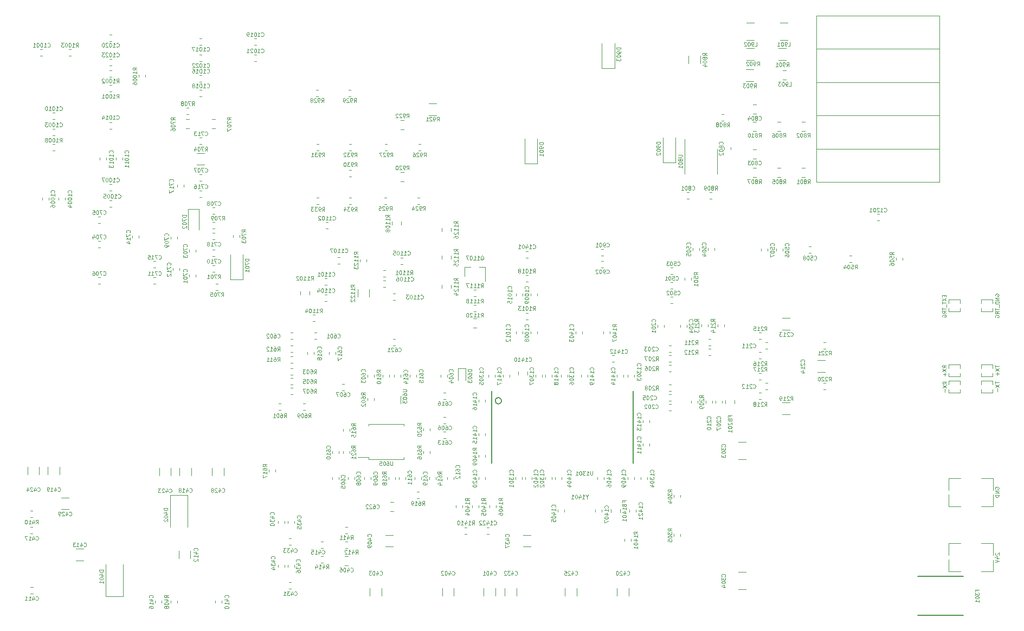
<source format=gbr>
G04 #@! TF.GenerationSoftware,KiCad,Pcbnew,5.1.5*
G04 #@! TF.CreationDate,2020-03-10T19:57:20+01:00*
G04 #@! TF.ProjectId,ETH1CDMM1,45544831-4344-44d4-9d31-2e6b69636164,rev?*
G04 #@! TF.SameCoordinates,Original*
G04 #@! TF.FileFunction,Legend,Bot*
G04 #@! TF.FilePolarity,Positive*
%FSLAX46Y46*%
G04 Gerber Fmt 4.6, Leading zero omitted, Abs format (unit mm)*
G04 Created by KiCad (PCBNEW 5.1.5) date 2020-03-10 19:57:20*
%MOMM*%
%LPD*%
G04 APERTURE LIST*
%ADD10C,0.120000*%
%ADD11C,0.150000*%
G04 APERTURE END LIST*
D10*
X218567000Y-97790000D02*
X218567000Y-98361500D01*
X218567000Y-99695000D02*
X218567000Y-99123500D01*
X220345000Y-97790000D02*
X220345000Y-98361500D01*
X220345000Y-97790000D02*
X218567000Y-97790000D01*
X220345000Y-99695000D02*
X220345000Y-99123500D01*
X218567000Y-99695000D02*
X220345000Y-99695000D01*
X223647000Y-97790000D02*
X223647000Y-98361500D01*
X223647000Y-99695000D02*
X223647000Y-99123500D01*
X225425000Y-97790000D02*
X225425000Y-98361500D01*
X225425000Y-97790000D02*
X223647000Y-97790000D01*
X225425000Y-99695000D02*
X225425000Y-99123500D01*
X223647000Y-99695000D02*
X225425000Y-99695000D01*
X223647000Y-110490000D02*
X223647000Y-111061500D01*
X223647000Y-112395000D02*
X223647000Y-111823500D01*
X225425000Y-110490000D02*
X225425000Y-111061500D01*
X225425000Y-110490000D02*
X223647000Y-110490000D01*
X225425000Y-112395000D02*
X225425000Y-111823500D01*
X223647000Y-112395000D02*
X225425000Y-112395000D01*
X218567000Y-110490000D02*
X218567000Y-111061500D01*
X218567000Y-112395000D02*
X218567000Y-111823500D01*
X220345000Y-110490000D02*
X220345000Y-111061500D01*
X220345000Y-110490000D02*
X218567000Y-110490000D01*
X220345000Y-112395000D02*
X220345000Y-111823500D01*
X218567000Y-112395000D02*
X220345000Y-112395000D01*
X218567000Y-107950000D02*
X218567000Y-108521500D01*
X218567000Y-109855000D02*
X218567000Y-109283500D01*
X220345000Y-107950000D02*
X220345000Y-108521500D01*
X220345000Y-107950000D02*
X218567000Y-107950000D01*
X220345000Y-109855000D02*
X220345000Y-109283500D01*
X218567000Y-109855000D02*
X220345000Y-109855000D01*
X225425000Y-107950000D02*
X225425000Y-108521500D01*
X223647000Y-107950000D02*
X223647000Y-108521500D01*
X225425000Y-107950000D02*
X223647000Y-107950000D01*
X223647000Y-109855000D02*
X223647000Y-109283500D01*
X225425000Y-109855000D02*
X225425000Y-109283500D01*
X223647000Y-109855000D02*
X225425000Y-109855000D01*
X225488500Y-130175000D02*
X225488500Y-128270000D01*
X223583500Y-130175000D02*
X225488500Y-130175000D01*
X218503500Y-130175000D02*
X220408500Y-130175000D01*
X218503500Y-128270000D02*
X218503500Y-130175000D01*
X225488500Y-125730000D02*
X223583500Y-125730000D01*
X225488500Y-127635000D02*
X225488500Y-125730000D01*
X218503500Y-125730000D02*
X218503500Y-127635000D01*
X220408500Y-125730000D02*
X218503500Y-125730000D01*
X225488500Y-135890000D02*
X223583500Y-135890000D01*
X225488500Y-137795000D02*
X225488500Y-135890000D01*
X218503500Y-140335000D02*
X220408500Y-140335000D01*
X218503500Y-138430000D02*
X218503500Y-140335000D01*
X225488500Y-140335000D02*
X225488500Y-138493500D01*
X223583500Y-140335000D02*
X225488500Y-140335000D01*
X218503500Y-135890000D02*
X218503500Y-137731500D01*
X220408500Y-135890000D02*
X218503500Y-135890000D01*
X217825642Y-97106000D02*
X217825642Y-97306000D01*
X218139928Y-97391714D02*
X218139928Y-97106000D01*
X217539928Y-97106000D01*
X217539928Y-97391714D01*
X217539928Y-97591714D02*
X218139928Y-97991714D01*
X217539928Y-97991714D02*
X218139928Y-97591714D01*
X217539928Y-98134571D02*
X217539928Y-98477428D01*
X218139928Y-98306000D02*
X217539928Y-98306000D01*
X218197071Y-98534571D02*
X218197071Y-98991714D01*
X217539928Y-99048857D02*
X217539928Y-99391714D01*
X218139928Y-99220285D02*
X217539928Y-99220285D01*
X218139928Y-99934571D02*
X217854214Y-99734571D01*
X218139928Y-99591714D02*
X217539928Y-99591714D01*
X217539928Y-99820285D01*
X217568500Y-99877428D01*
X217597071Y-99906000D01*
X217654214Y-99934571D01*
X217739928Y-99934571D01*
X217797071Y-99906000D01*
X217825642Y-99877428D01*
X217854214Y-99820285D01*
X217854214Y-99591714D01*
X217568500Y-100506000D02*
X217539928Y-100448857D01*
X217539928Y-100363142D01*
X217568500Y-100277428D01*
X217625642Y-100220285D01*
X217682785Y-100191714D01*
X217797071Y-100163142D01*
X217882785Y-100163142D01*
X217997071Y-100191714D01*
X218054214Y-100220285D01*
X218111357Y-100277428D01*
X218139928Y-100363142D01*
X218139928Y-100420285D01*
X218111357Y-100506000D01*
X218082785Y-100534571D01*
X217882785Y-100534571D01*
X217882785Y-100420285D01*
X225823500Y-97228214D02*
X225794928Y-97171071D01*
X225794928Y-97085357D01*
X225823500Y-96999642D01*
X225880642Y-96942500D01*
X225937785Y-96913928D01*
X226052071Y-96885357D01*
X226137785Y-96885357D01*
X226252071Y-96913928D01*
X226309214Y-96942500D01*
X226366357Y-96999642D01*
X226394928Y-97085357D01*
X226394928Y-97142500D01*
X226366357Y-97228214D01*
X226337785Y-97256785D01*
X226137785Y-97256785D01*
X226137785Y-97142500D01*
X226394928Y-97513928D02*
X225794928Y-97513928D01*
X226394928Y-97856785D01*
X225794928Y-97856785D01*
X226394928Y-98142500D02*
X225794928Y-98142500D01*
X225794928Y-98285357D01*
X225823500Y-98371071D01*
X225880642Y-98428214D01*
X225937785Y-98456785D01*
X226052071Y-98485357D01*
X226137785Y-98485357D01*
X226252071Y-98456785D01*
X226309214Y-98428214D01*
X226366357Y-98371071D01*
X226394928Y-98285357D01*
X226394928Y-98142500D01*
X226452071Y-98599642D02*
X226452071Y-99056785D01*
X225794928Y-99113928D02*
X225794928Y-99456785D01*
X226394928Y-99285357D02*
X225794928Y-99285357D01*
X226394928Y-99999642D02*
X226109214Y-99799642D01*
X226394928Y-99656785D02*
X225794928Y-99656785D01*
X225794928Y-99885357D01*
X225823500Y-99942500D01*
X225852071Y-99971071D01*
X225909214Y-99999642D01*
X225994928Y-99999642D01*
X226052071Y-99971071D01*
X226080642Y-99942500D01*
X226109214Y-99885357D01*
X226109214Y-99656785D01*
X225823500Y-100571071D02*
X225794928Y-100513928D01*
X225794928Y-100428214D01*
X225823500Y-100342500D01*
X225880642Y-100285357D01*
X225937785Y-100256785D01*
X226052071Y-100228214D01*
X226137785Y-100228214D01*
X226252071Y-100256785D01*
X226309214Y-100285357D01*
X226366357Y-100342500D01*
X226394928Y-100428214D01*
X226394928Y-100485357D01*
X226366357Y-100571071D01*
X226337785Y-100599642D01*
X226137785Y-100599642D01*
X226137785Y-100485357D01*
X218139928Y-108431071D02*
X217854214Y-108231071D01*
X218139928Y-108088214D02*
X217539928Y-108088214D01*
X217539928Y-108316785D01*
X217568500Y-108373928D01*
X217597071Y-108402500D01*
X217654214Y-108431071D01*
X217739928Y-108431071D01*
X217797071Y-108402500D01*
X217825642Y-108373928D01*
X217854214Y-108316785D01*
X217854214Y-108088214D01*
X217539928Y-108631071D02*
X218139928Y-109031071D01*
X217539928Y-109031071D02*
X218139928Y-108631071D01*
X217911357Y-109259642D02*
X217911357Y-109716785D01*
X218139928Y-109488214D02*
X217682785Y-109488214D01*
X218203428Y-110971071D02*
X217917714Y-110771071D01*
X218203428Y-110628214D02*
X217603428Y-110628214D01*
X217603428Y-110856785D01*
X217632000Y-110913928D01*
X217660571Y-110942500D01*
X217717714Y-110971071D01*
X217803428Y-110971071D01*
X217860571Y-110942500D01*
X217889142Y-110913928D01*
X217917714Y-110856785D01*
X217917714Y-110628214D01*
X217603428Y-111171071D02*
X218203428Y-111571071D01*
X217603428Y-111571071D02*
X218203428Y-111171071D01*
X217974857Y-111799642D02*
X217974857Y-112256785D01*
X225794928Y-108073928D02*
X225794928Y-108416785D01*
X226394928Y-108245357D02*
X225794928Y-108245357D01*
X225794928Y-108559642D02*
X226394928Y-108959642D01*
X225794928Y-108959642D02*
X226394928Y-108559642D01*
X226166357Y-109188214D02*
X226166357Y-109645357D01*
X226394928Y-109416785D02*
X225937785Y-109416785D01*
X225794928Y-110613928D02*
X225794928Y-110956785D01*
X226394928Y-110785357D02*
X225794928Y-110785357D01*
X225794928Y-111099642D02*
X226394928Y-111499642D01*
X225794928Y-111499642D02*
X226394928Y-111099642D01*
X226166357Y-111728214D02*
X226166357Y-112185357D01*
X225823500Y-127431857D02*
X225794928Y-127374714D01*
X225794928Y-127289000D01*
X225823500Y-127203285D01*
X225880642Y-127146142D01*
X225937785Y-127117571D01*
X226052071Y-127089000D01*
X226137785Y-127089000D01*
X226252071Y-127117571D01*
X226309214Y-127146142D01*
X226366357Y-127203285D01*
X226394928Y-127289000D01*
X226394928Y-127346142D01*
X226366357Y-127431857D01*
X226337785Y-127460428D01*
X226137785Y-127460428D01*
X226137785Y-127346142D01*
X226394928Y-127717571D02*
X225794928Y-127717571D01*
X226394928Y-128060428D01*
X225794928Y-128060428D01*
X226394928Y-128346142D02*
X225794928Y-128346142D01*
X225794928Y-128489000D01*
X225823500Y-128574714D01*
X225880642Y-128631857D01*
X225937785Y-128660428D01*
X226052071Y-128689000D01*
X226137785Y-128689000D01*
X226252071Y-128660428D01*
X226309214Y-128631857D01*
X226366357Y-128574714D01*
X226394928Y-128489000D01*
X226394928Y-128346142D01*
X225852071Y-137398214D02*
X225823500Y-137426785D01*
X225794928Y-137483928D01*
X225794928Y-137626785D01*
X225823500Y-137683928D01*
X225852071Y-137712500D01*
X225909214Y-137741071D01*
X225966357Y-137741071D01*
X226052071Y-137712500D01*
X226394928Y-137369642D01*
X226394928Y-137741071D01*
X225994928Y-138255357D02*
X226394928Y-138255357D01*
X225766357Y-138112500D02*
X226194928Y-137969642D01*
X226194928Y-138341071D01*
X225794928Y-138483928D02*
X226394928Y-138683928D01*
X225794928Y-138883928D01*
X177906000Y-60927064D02*
X177906000Y-59722936D01*
X179726000Y-60927064D02*
X179726000Y-59722936D01*
X188181064Y-60346000D02*
X186976936Y-60346000D01*
X188181064Y-58526000D02*
X186976936Y-58526000D01*
X193134064Y-60346000D02*
X191929936Y-60346000D01*
X193134064Y-58526000D02*
X191929936Y-58526000D01*
X188054064Y-63648000D02*
X186849936Y-63648000D01*
X188054064Y-61828000D02*
X186849936Y-61828000D01*
X137319936Y-67162000D02*
X138524064Y-67162000D01*
X137319936Y-68982000D02*
X138524064Y-68982000D01*
X119551267Y-101221000D02*
X119208733Y-101221000D01*
X119551267Y-100201000D02*
X119208733Y-100201000D01*
X144264748Y-100763000D02*
X144787252Y-100763000D01*
X144264748Y-102183000D02*
X144787252Y-102183000D01*
X118693000Y-96512748D02*
X118693000Y-97035252D01*
X117273000Y-96512748D02*
X117273000Y-97035252D01*
X133044000Y-85590748D02*
X133044000Y-86113252D01*
X131624000Y-85590748D02*
X131624000Y-86113252D01*
X119382000Y-106000733D02*
X119382000Y-106343267D01*
X118362000Y-106000733D02*
X118362000Y-106343267D01*
X122811000Y-106000733D02*
X122811000Y-106343267D01*
X121791000Y-106000733D02*
X121791000Y-106343267D01*
X115779733Y-102995000D02*
X116122267Y-102995000D01*
X115779733Y-104015000D02*
X116122267Y-104015000D01*
X119462733Y-102995000D02*
X119805267Y-102995000D01*
X119462733Y-104015000D02*
X119805267Y-104015000D01*
X127760000Y-113582267D02*
X127760000Y-113239733D01*
X128780000Y-113582267D02*
X128780000Y-113239733D01*
X164293733Y-91819000D02*
X164636267Y-91819000D01*
X164293733Y-92839000D02*
X164636267Y-92839000D01*
X164293733Y-89914000D02*
X164636267Y-89914000D01*
X164293733Y-90934000D02*
X164636267Y-90934000D01*
X152729000Y-109085748D02*
X152729000Y-109608252D01*
X151309000Y-109085748D02*
X151309000Y-109608252D01*
X85680733Y-88644000D02*
X86023267Y-88644000D01*
X85680733Y-89664000D02*
X86023267Y-89664000D01*
X132961748Y-69775000D02*
X133484252Y-69775000D01*
X132961748Y-71195000D02*
X133484252Y-71195000D01*
X101555733Y-80770000D02*
X101898267Y-80770000D01*
X101555733Y-81790000D02*
X101898267Y-81790000D01*
X94659267Y-92839000D02*
X94316733Y-92839000D01*
X94659267Y-91819000D02*
X94316733Y-91819000D01*
X92077000Y-87839733D02*
X92077000Y-88182267D01*
X91057000Y-87839733D02*
X91057000Y-88182267D01*
X97407000Y-93262267D02*
X97407000Y-92919733D01*
X98427000Y-93262267D02*
X98427000Y-92919733D01*
X128780000Y-109556733D02*
X128780000Y-109899267D01*
X127760000Y-109556733D02*
X127760000Y-109899267D01*
X188475252Y-78688000D02*
X187952748Y-78688000D01*
X188475252Y-77268000D02*
X187952748Y-77268000D01*
X124923733Y-81913000D02*
X125266267Y-81913000D01*
X124923733Y-82933000D02*
X125266267Y-82933000D01*
X124923733Y-77595000D02*
X125266267Y-77595000D01*
X124923733Y-78615000D02*
X125266267Y-78615000D01*
X187952748Y-67362000D02*
X188475252Y-67362000D01*
X187952748Y-68782000D02*
X188475252Y-68782000D01*
X187952748Y-74347000D02*
X188475252Y-74347000D01*
X187952748Y-75767000D02*
X188475252Y-75767000D01*
X152825267Y-94998000D02*
X152482733Y-94998000D01*
X152825267Y-93978000D02*
X152482733Y-93978000D01*
X152825267Y-100967000D02*
X152482733Y-100967000D01*
X152825267Y-99947000D02*
X152482733Y-99947000D01*
X151001000Y-97199267D02*
X151001000Y-96856733D01*
X152021000Y-97199267D02*
X152021000Y-96856733D01*
X151001000Y-103168267D02*
X151001000Y-102825733D01*
X152021000Y-103168267D02*
X152021000Y-102825733D01*
X153287000Y-97199267D02*
X153287000Y-96856733D01*
X154307000Y-97199267D02*
X154307000Y-96856733D01*
X153287000Y-103168267D02*
X153287000Y-102825733D01*
X154307000Y-103168267D02*
X154307000Y-102825733D01*
X87458733Y-60196000D02*
X87801267Y-60196000D01*
X87458733Y-61216000D02*
X87801267Y-61216000D01*
X101555733Y-59561000D02*
X101898267Y-59561000D01*
X101555733Y-60581000D02*
X101898267Y-60581000D01*
X110064733Y-59561000D02*
X110407267Y-59561000D01*
X110064733Y-60581000D02*
X110407267Y-60581000D01*
X87801267Y-57406000D02*
X87458733Y-57406000D01*
X87801267Y-56386000D02*
X87458733Y-56386000D01*
X110407267Y-58041000D02*
X110064733Y-58041000D01*
X110407267Y-57021000D02*
X110064733Y-57021000D01*
X101555733Y-65022000D02*
X101898267Y-65022000D01*
X101555733Y-66042000D02*
X101898267Y-66042000D01*
X101898267Y-58041000D02*
X101555733Y-58041000D01*
X101898267Y-57021000D02*
X101555733Y-57021000D01*
X101898267Y-63756000D02*
X101555733Y-63756000D01*
X101898267Y-62736000D02*
X101555733Y-62736000D01*
X87458733Y-70102000D02*
X87801267Y-70102000D01*
X87458733Y-71122000D02*
X87801267Y-71122000D01*
X86997000Y-75647733D02*
X86997000Y-75990267D01*
X85977000Y-75647733D02*
X85977000Y-75990267D01*
X89537000Y-75647733D02*
X89537000Y-75990267D01*
X88517000Y-75647733D02*
X88517000Y-75990267D01*
X78911267Y-69598000D02*
X78568733Y-69598000D01*
X78911267Y-68578000D02*
X78568733Y-68578000D01*
X78568733Y-71118000D02*
X78911267Y-71118000D01*
X78568733Y-72138000D02*
X78911267Y-72138000D01*
X87801267Y-80774000D02*
X87458733Y-80774000D01*
X87801267Y-79754000D02*
X87458733Y-79754000D01*
X77980000Y-81870733D02*
X77980000Y-82213267D01*
X76960000Y-81870733D02*
X76960000Y-82213267D01*
X87458733Y-82294000D02*
X87801267Y-82294000D01*
X87458733Y-83314000D02*
X87801267Y-83314000D01*
X80520000Y-81870733D02*
X80520000Y-82213267D01*
X79500000Y-81870733D02*
X79500000Y-82213267D01*
X175088733Y-92835000D02*
X175431267Y-92835000D01*
X175088733Y-93855000D02*
X175431267Y-93855000D01*
X132922000Y-112903000D02*
X132922000Y-114043000D01*
X124970000Y-121494733D02*
X124970000Y-121837267D01*
X123950000Y-121494733D02*
X123950000Y-121837267D01*
X136523000Y-118281267D02*
X136523000Y-117938733D01*
X137543000Y-118281267D02*
X137543000Y-117938733D01*
X135464733Y-127887000D02*
X135807267Y-127887000D01*
X135464733Y-128907000D02*
X135807267Y-128907000D01*
X131193000Y-109556733D02*
X131193000Y-109899267D01*
X130173000Y-109556733D02*
X130173000Y-109899267D01*
X132124267Y-105031000D02*
X131781733Y-105031000D01*
X132124267Y-104011000D02*
X131781733Y-104011000D01*
X136146000Y-125558733D02*
X136146000Y-125901267D01*
X135126000Y-125558733D02*
X135126000Y-125901267D01*
X131951000Y-109899267D02*
X131951000Y-109556733D01*
X132971000Y-109899267D02*
X132971000Y-109556733D01*
D11*
X148709000Y-113629000D02*
G75*
G03X148709000Y-113629000I-500000J0D01*
G01*
X147192000Y-112079000D02*
X147192000Y-123329000D01*
X169292000Y-112129000D02*
X169292000Y-123329000D01*
D10*
X177272000Y-76200000D02*
X177272000Y-72750000D01*
X177272000Y-76200000D02*
X177272000Y-78150000D01*
X182392000Y-76200000D02*
X182392000Y-74250000D01*
X182392000Y-76200000D02*
X182392000Y-78150000D01*
X127958000Y-122480000D02*
X126283000Y-122480000D01*
X127958000Y-122740000D02*
X127958000Y-122480000D01*
X130683000Y-122740000D02*
X127958000Y-122740000D01*
X133408000Y-122740000D02*
X133408000Y-122480000D01*
X130683000Y-122740000D02*
X133408000Y-122740000D01*
X127958000Y-117290000D02*
X127958000Y-117550000D01*
X130683000Y-117290000D02*
X127958000Y-117290000D01*
X133408000Y-117290000D02*
X133408000Y-117550000D01*
X130683000Y-117290000D02*
X133408000Y-117290000D01*
X142957733Y-133475000D02*
X143300267Y-133475000D01*
X142957733Y-134495000D02*
X143300267Y-134495000D01*
X146179000Y-122129733D02*
X146179000Y-122472267D01*
X145159000Y-122129733D02*
X145159000Y-122472267D01*
X165610000Y-102825733D02*
X165610000Y-103168267D01*
X164590000Y-102825733D02*
X164590000Y-103168267D01*
X146810000Y-130346267D02*
X146810000Y-130003733D01*
X147830000Y-130346267D02*
X147830000Y-130003733D01*
X144143000Y-130346267D02*
X144143000Y-130003733D01*
X145163000Y-130346267D02*
X145163000Y-130003733D01*
X141603000Y-130346267D02*
X141603000Y-130003733D01*
X142623000Y-130346267D02*
X142623000Y-130003733D01*
X168912000Y-135210733D02*
X168912000Y-135553267D01*
X167892000Y-135210733D02*
X167892000Y-135553267D01*
X140791000Y-86606748D02*
X140791000Y-87129252D01*
X139371000Y-86606748D02*
X139371000Y-87129252D01*
X140791000Y-90924748D02*
X140791000Y-91447252D01*
X139371000Y-90924748D02*
X139371000Y-91447252D01*
X140791000Y-95496748D02*
X140791000Y-96019252D01*
X139371000Y-95496748D02*
X139371000Y-96019252D01*
X127637000Y-91508733D02*
X127637000Y-91851267D01*
X126617000Y-91508733D02*
X126617000Y-91851267D01*
X126217000Y-97376064D02*
X126217000Y-96171936D01*
X128037000Y-97376064D02*
X128037000Y-96171936D01*
X144354733Y-98677000D02*
X144697267Y-98677000D01*
X144354733Y-99697000D02*
X144697267Y-99697000D01*
X144697267Y-97284000D02*
X144354733Y-97284000D01*
X144697267Y-96264000D02*
X144354733Y-96264000D01*
X130257733Y-93216000D02*
X130600267Y-93216000D01*
X130257733Y-94236000D02*
X130600267Y-94236000D01*
X78911267Y-74551000D02*
X78568733Y-74551000D01*
X78911267Y-73531000D02*
X78568733Y-73531000D01*
X93093000Y-62693733D02*
X93093000Y-63036267D01*
X92073000Y-62693733D02*
X92073000Y-63036267D01*
X81451267Y-59692000D02*
X81108733Y-59692000D01*
X81451267Y-58672000D02*
X81108733Y-58672000D01*
X87458733Y-61974000D02*
X87801267Y-61974000D01*
X87458733Y-62994000D02*
X87801267Y-62994000D01*
X87801267Y-65280000D02*
X87458733Y-65280000D01*
X87801267Y-64260000D02*
X87458733Y-64260000D01*
X120186267Y-82933000D02*
X119843733Y-82933000D01*
X120186267Y-81913000D02*
X119843733Y-81913000D01*
X125266267Y-74551000D02*
X124923733Y-74551000D01*
X125266267Y-73531000D02*
X124923733Y-73531000D01*
X120186267Y-74551000D02*
X119843733Y-74551000D01*
X120186267Y-73531000D02*
X119843733Y-73531000D01*
X120059267Y-66042000D02*
X119716733Y-66042000D01*
X120059267Y-65022000D02*
X119716733Y-65022000D01*
X125139267Y-66042000D02*
X124796733Y-66042000D01*
X125139267Y-65022000D02*
X124796733Y-65022000D01*
X130854267Y-74551000D02*
X130511733Y-74551000D01*
X130854267Y-73531000D02*
X130511733Y-73531000D01*
X136061267Y-74551000D02*
X135718733Y-74551000D01*
X136061267Y-73531000D02*
X135718733Y-73531000D01*
X130727267Y-82933000D02*
X130384733Y-82933000D01*
X130727267Y-81913000D02*
X130384733Y-81913000D01*
X135934267Y-82933000D02*
X135591733Y-82933000D01*
X135934267Y-81913000D02*
X135591733Y-81913000D01*
X132961748Y-77903000D02*
X133484252Y-77903000D01*
X132961748Y-79323000D02*
X133484252Y-79323000D01*
X181184733Y-81024000D02*
X181527267Y-81024000D01*
X181184733Y-82044000D02*
X181527267Y-82044000D01*
X183432267Y-69852000D02*
X183089733Y-69852000D01*
X183432267Y-68832000D02*
X183089733Y-68832000D01*
X188475252Y-71449000D02*
X187952748Y-71449000D01*
X188475252Y-70029000D02*
X187952748Y-70029000D01*
X192285252Y-71449000D02*
X191762748Y-71449000D01*
X192285252Y-70029000D02*
X191762748Y-70029000D01*
X192285252Y-78688000D02*
X191762748Y-78688000D01*
X192285252Y-77268000D02*
X191762748Y-77268000D01*
X196095252Y-71449000D02*
X195572748Y-71449000D01*
X196095252Y-70029000D02*
X195572748Y-70029000D01*
X196095252Y-78688000D02*
X195572748Y-78688000D01*
X196095252Y-77268000D02*
X195572748Y-77268000D01*
X103930267Y-86743000D02*
X103587733Y-86743000D01*
X103930267Y-85723000D02*
X103587733Y-85723000D01*
X99509733Y-67816000D02*
X99852267Y-67816000D01*
X99509733Y-68836000D02*
X99852267Y-68836000D01*
X103497748Y-69648000D02*
X104020252Y-69648000D01*
X103497748Y-71068000D02*
X104020252Y-71068000D01*
X99956252Y-71068000D02*
X99433748Y-71068000D01*
X99956252Y-69648000D02*
X99433748Y-69648000D01*
X104438267Y-96395000D02*
X104095733Y-96395000D01*
X104438267Y-95375000D02*
X104095733Y-95375000D01*
X101124936Y-74909000D02*
X102329064Y-74909000D01*
X101124936Y-76729000D02*
X102329064Y-76729000D01*
X106805000Y-88055267D02*
X106805000Y-87712733D01*
X107825000Y-88055267D02*
X107825000Y-87712733D01*
X103930267Y-93474000D02*
X103587733Y-93474000D01*
X103930267Y-92454000D02*
X103587733Y-92454000D01*
X137543000Y-121494733D02*
X137543000Y-121837267D01*
X136523000Y-121494733D02*
X136523000Y-121837267D01*
X123950000Y-118408267D02*
X123950000Y-118065733D01*
X124970000Y-118408267D02*
X124970000Y-118065733D01*
X131062000Y-125901267D02*
X131062000Y-125558733D01*
X132082000Y-125901267D02*
X132082000Y-125558733D01*
X115779733Y-105027000D02*
X116122267Y-105027000D01*
X115779733Y-106047000D02*
X116122267Y-106047000D01*
X116122267Y-112651000D02*
X115779733Y-112651000D01*
X116122267Y-111631000D02*
X115779733Y-111631000D01*
X116122267Y-111127000D02*
X115779733Y-111127000D01*
X116122267Y-110107000D02*
X115779733Y-110107000D01*
X116122267Y-109603000D02*
X115779733Y-109603000D01*
X116122267Y-108583000D02*
X115779733Y-108583000D01*
X114217267Y-115064000D02*
X113874733Y-115064000D01*
X114217267Y-114044000D02*
X113874733Y-114044000D01*
X117684733Y-114044000D02*
X118027267Y-114044000D01*
X117684733Y-115064000D02*
X118027267Y-115064000D01*
X115779733Y-106678000D02*
X116122267Y-106678000D01*
X115779733Y-107698000D02*
X116122267Y-107698000D01*
X113413000Y-124415733D02*
X113413000Y-124758267D01*
X112393000Y-124415733D02*
X112393000Y-124758267D01*
X137412000Y-125901267D02*
X137412000Y-125558733D01*
X138432000Y-125901267D02*
X138432000Y-125558733D01*
X211330000Y-91268733D02*
X211330000Y-91611267D01*
X210310000Y-91268733D02*
X210310000Y-91611267D01*
X203042733Y-90930000D02*
X203385267Y-90930000D01*
X203042733Y-91950000D02*
X203385267Y-91950000D01*
X177290000Y-94786267D02*
X177290000Y-94443733D01*
X178310000Y-94786267D02*
X178310000Y-94443733D01*
X120478733Y-137920000D02*
X120821267Y-137920000D01*
X120478733Y-138940000D02*
X120821267Y-138940000D01*
X124288733Y-135634000D02*
X124631267Y-135634000D01*
X124288733Y-136654000D02*
X124631267Y-136654000D01*
X124288733Y-133348000D02*
X124631267Y-133348000D01*
X124288733Y-134368000D02*
X124631267Y-134368000D01*
X75139733Y-130808000D02*
X75482267Y-130808000D01*
X75139733Y-131828000D02*
X75482267Y-131828000D01*
X97026000Y-145205267D02*
X97026000Y-144862733D01*
X98046000Y-145205267D02*
X98046000Y-144862733D01*
X176659000Y-134448733D02*
X176659000Y-134791267D01*
X175639000Y-134448733D02*
X175639000Y-134791267D01*
X176659000Y-128352733D02*
X176659000Y-128695267D01*
X175639000Y-128352733D02*
X175639000Y-128695267D01*
X198964733Y-104519000D02*
X199307267Y-104519000D01*
X198964733Y-105539000D02*
X199307267Y-105539000D01*
X198964733Y-110869000D02*
X199307267Y-110869000D01*
X198964733Y-111889000D02*
X199307267Y-111889000D01*
X193769064Y-115718000D02*
X192564936Y-115718000D01*
X193769064Y-113898000D02*
X192564936Y-113898000D01*
X189274267Y-113413000D02*
X188931733Y-113413000D01*
X189274267Y-112393000D02*
X188931733Y-112393000D01*
X189274267Y-110365000D02*
X188931733Y-110365000D01*
X189274267Y-109345000D02*
X188931733Y-109345000D01*
X189274267Y-107063000D02*
X188931733Y-107063000D01*
X189274267Y-106043000D02*
X188931733Y-106043000D01*
X189274267Y-104015000D02*
X188931733Y-104015000D01*
X189274267Y-102995000D02*
X188931733Y-102995000D01*
X183517000Y-101682733D02*
X183517000Y-102025267D01*
X182497000Y-101682733D02*
X182497000Y-102025267D01*
X180977000Y-101682733D02*
X180977000Y-102025267D01*
X179957000Y-101682733D02*
X179957000Y-102025267D01*
X181057733Y-105535000D02*
X181400267Y-105535000D01*
X181057733Y-106555000D02*
X181400267Y-106555000D01*
X181400267Y-105031000D02*
X181057733Y-105031000D01*
X181400267Y-104011000D02*
X181057733Y-104011000D01*
X178306000Y-113963267D02*
X178306000Y-113620733D01*
X179326000Y-113963267D02*
X179326000Y-113620733D01*
X174834733Y-111123000D02*
X175177267Y-111123000D01*
X174834733Y-112143000D02*
X175177267Y-112143000D01*
X174834733Y-106551000D02*
X175177267Y-106551000D01*
X174834733Y-107571000D02*
X175177267Y-107571000D01*
X174834733Y-108075000D02*
X175177267Y-108075000D01*
X174834733Y-109095000D02*
X175177267Y-109095000D01*
X142946000Y-92728000D02*
X142946000Y-94188000D01*
X146106000Y-92728000D02*
X146106000Y-94888000D01*
X146106000Y-92728000D02*
X145176000Y-92728000D01*
X142946000Y-92728000D02*
X143876000Y-92728000D01*
X193174252Y-63448000D02*
X192651748Y-63448000D01*
X193174252Y-62028000D02*
X192651748Y-62028000D01*
X188181064Y-57240000D02*
X186976936Y-57240000D01*
X188181064Y-54520000D02*
X186976936Y-54520000D01*
X193388064Y-57240000D02*
X192183936Y-57240000D01*
X193388064Y-54520000D02*
X192183936Y-54520000D01*
X197918000Y-74235000D02*
X197918000Y-79435000D01*
X217118000Y-74235000D02*
X197918000Y-74235000D01*
X217118000Y-79435000D02*
X217118000Y-74235000D01*
X197918000Y-79435000D02*
X217118000Y-79435000D01*
X197918000Y-69028000D02*
X197918000Y-74228000D01*
X217118000Y-69028000D02*
X197918000Y-69028000D01*
X217118000Y-74228000D02*
X217118000Y-69028000D01*
X197918000Y-74228000D02*
X217118000Y-74228000D01*
X197918000Y-63821000D02*
X197918000Y-69021000D01*
X217118000Y-63821000D02*
X197918000Y-63821000D01*
X217118000Y-69021000D02*
X217118000Y-63821000D01*
X197918000Y-69021000D02*
X217118000Y-69021000D01*
X197918000Y-58614000D02*
X197918000Y-63814000D01*
X217118000Y-58614000D02*
X197918000Y-58614000D01*
X217118000Y-63814000D02*
X217118000Y-58614000D01*
X197918000Y-63814000D02*
X217118000Y-63814000D01*
X197918000Y-53407000D02*
X197918000Y-58607000D01*
X217118000Y-53407000D02*
X197918000Y-53407000D01*
X217118000Y-58607000D02*
X217118000Y-53407000D01*
X197918000Y-58607000D02*
X217118000Y-58607000D01*
X167207000Y-130548748D02*
X167207000Y-131071252D01*
X165787000Y-130548748D02*
X165787000Y-131071252D01*
X185114000Y-113530748D02*
X185114000Y-114053252D01*
X183694000Y-113530748D02*
X183694000Y-114053252D01*
D11*
X213741000Y-147193000D02*
X220853000Y-147193000D01*
X213741000Y-141097000D02*
X220853000Y-141097000D01*
D10*
X166354000Y-61686000D02*
X166354000Y-57786000D01*
X164354000Y-61686000D02*
X164354000Y-57786000D01*
X166354000Y-61686000D02*
X164354000Y-61686000D01*
X175879000Y-76418000D02*
X175879000Y-72518000D01*
X173879000Y-76418000D02*
X173879000Y-72518000D01*
X175879000Y-76418000D02*
X173879000Y-76418000D01*
X154289000Y-76545000D02*
X154289000Y-72645000D01*
X152289000Y-76545000D02*
X152289000Y-72645000D01*
X154289000Y-76545000D02*
X152289000Y-76545000D01*
X99734000Y-83698000D02*
X101434000Y-83698000D01*
X101434000Y-83698000D02*
X101434000Y-86848000D01*
X99734000Y-83698000D02*
X99734000Y-86848000D01*
X108315000Y-94706000D02*
X108315000Y-90806000D01*
X106315000Y-94706000D02*
X106315000Y-90806000D01*
X108315000Y-94706000D02*
X106315000Y-94706000D01*
X143094000Y-110428000D02*
X143094000Y-108578000D01*
X141894000Y-110428000D02*
X141894000Y-108578000D01*
X141894000Y-108578000D02*
X143094000Y-108578000D01*
X96938000Y-128365000D02*
X96938000Y-133345000D01*
X99658000Y-128365000D02*
X99658000Y-133345000D01*
X96938000Y-128365000D02*
X99658000Y-128365000D01*
X89625000Y-144177000D02*
X89625000Y-139197000D01*
X86905000Y-144177000D02*
X86905000Y-139197000D01*
X89625000Y-144177000D02*
X86905000Y-144177000D01*
X146386733Y-133475000D02*
X146729267Y-133475000D01*
X146386733Y-134495000D02*
X146729267Y-134495000D01*
X169674000Y-130638733D02*
X169674000Y-130981267D01*
X168654000Y-130638733D02*
X168654000Y-130981267D01*
X145159000Y-125901267D02*
X145159000Y-125558733D01*
X146179000Y-125901267D02*
X146179000Y-125558733D01*
X162181000Y-109556733D02*
X162181000Y-109899267D01*
X161161000Y-109556733D02*
X161161000Y-109899267D01*
X156593000Y-109556733D02*
X156593000Y-109899267D01*
X155573000Y-109556733D02*
X155573000Y-109899267D01*
X149989000Y-109556733D02*
X149989000Y-109899267D01*
X148969000Y-109556733D02*
X148969000Y-109899267D01*
X145159000Y-113836267D02*
X145159000Y-113493733D01*
X146179000Y-113836267D02*
X146179000Y-113493733D01*
X145159000Y-119043267D02*
X145159000Y-118700733D01*
X146179000Y-119043267D02*
X146179000Y-118700733D01*
X167769000Y-109556733D02*
X167769000Y-109899267D01*
X166749000Y-109556733D02*
X166749000Y-109899267D01*
X171833000Y-116668733D02*
X171833000Y-117011267D01*
X170813000Y-116668733D02*
X170813000Y-117011267D01*
X166287267Y-107571000D02*
X165944733Y-107571000D01*
X166287267Y-106551000D02*
X165944733Y-106551000D01*
X171833000Y-120351733D02*
X171833000Y-120694267D01*
X170813000Y-120351733D02*
X170813000Y-120694267D01*
X169420000Y-125558733D02*
X169420000Y-125901267D01*
X168400000Y-125558733D02*
X168400000Y-125901267D01*
X163320000Y-130981267D02*
X163320000Y-130638733D01*
X164340000Y-130981267D02*
X164340000Y-130638733D01*
X163701000Y-125901267D02*
X163701000Y-125558733D01*
X164721000Y-125901267D02*
X164721000Y-125558733D01*
X157478000Y-130981267D02*
X157478000Y-130638733D01*
X158498000Y-130981267D02*
X158498000Y-130638733D01*
X157097000Y-125901267D02*
X157097000Y-125558733D01*
X158117000Y-125901267D02*
X158117000Y-125558733D01*
X161292000Y-102825733D02*
X161292000Y-103168267D01*
X160272000Y-102825733D02*
X160272000Y-103168267D01*
X152398000Y-125901267D02*
X152398000Y-125558733D01*
X153418000Y-125901267D02*
X153418000Y-125558733D01*
X152482733Y-90295000D02*
X152825267Y-90295000D01*
X152482733Y-91315000D02*
X152825267Y-91315000D01*
X154049000Y-109899267D02*
X154049000Y-109556733D01*
X155069000Y-109899267D02*
X155069000Y-109556733D01*
X157986000Y-109899267D02*
X157986000Y-109556733D01*
X159006000Y-109899267D02*
X159006000Y-109556733D01*
X146683000Y-109899267D02*
X146683000Y-109556733D01*
X147703000Y-109899267D02*
X147703000Y-109556733D01*
X171452000Y-125558733D02*
X171452000Y-125901267D01*
X170432000Y-125558733D02*
X170432000Y-125901267D01*
X168400000Y-109899267D02*
X168400000Y-109556733D01*
X169420000Y-109899267D02*
X169420000Y-109556733D01*
X156593000Y-125558733D02*
X156593000Y-125901267D01*
X155573000Y-125558733D02*
X155573000Y-125901267D01*
X151894000Y-125558733D02*
X151894000Y-125901267D01*
X150874000Y-125558733D02*
X150874000Y-125901267D01*
X207689267Y-85473000D02*
X207346733Y-85473000D01*
X207689267Y-84453000D02*
X207346733Y-84453000D01*
X123145733Y-91184000D02*
X123488267Y-91184000D01*
X123145733Y-92204000D02*
X123488267Y-92204000D01*
X130257733Y-94867000D02*
X130600267Y-94867000D01*
X130257733Y-95887000D02*
X130600267Y-95887000D01*
X132924733Y-91311000D02*
X133267267Y-91311000D01*
X132924733Y-92331000D02*
X133267267Y-92331000D01*
X121113733Y-97026000D02*
X121456267Y-97026000D01*
X121113733Y-98046000D02*
X121456267Y-98046000D01*
X131781733Y-96899000D02*
X132124267Y-96899000D01*
X131781733Y-97919000D02*
X132124267Y-97919000D01*
X121583267Y-86743000D02*
X121240733Y-86743000D01*
X121583267Y-85723000D02*
X121240733Y-85723000D01*
X121456267Y-95506000D02*
X121113733Y-95506000D01*
X121456267Y-94486000D02*
X121113733Y-94486000D01*
X77006267Y-59692000D02*
X76663733Y-59692000D01*
X77006267Y-58672000D02*
X76663733Y-58672000D01*
X184533000Y-73996733D02*
X184533000Y-74339267D01*
X183513000Y-73996733D02*
X183513000Y-74339267D01*
X177971267Y-82044000D02*
X177628733Y-82044000D01*
X177971267Y-81024000D02*
X177628733Y-81024000D01*
X103587733Y-87374000D02*
X103930267Y-87374000D01*
X103587733Y-88394000D02*
X103930267Y-88394000D01*
X98042000Y-80181267D02*
X98042000Y-79838733D01*
X99062000Y-80181267D02*
X99062000Y-79838733D01*
X101898267Y-73535000D02*
X101555733Y-73535000D01*
X101898267Y-72515000D02*
X101555733Y-72515000D01*
X94316733Y-94359000D02*
X94659267Y-94359000D01*
X94316733Y-95379000D02*
X94659267Y-95379000D01*
X103930267Y-91061000D02*
X103587733Y-91061000D01*
X103930267Y-90041000D02*
X103587733Y-90041000D01*
X98046000Y-87966733D02*
X98046000Y-88309267D01*
X97026000Y-87966733D02*
X97026000Y-88309267D01*
X103587733Y-83437000D02*
X103930267Y-83437000D01*
X103587733Y-84457000D02*
X103930267Y-84457000D01*
X101898267Y-79250000D02*
X101555733Y-79250000D01*
X101898267Y-78230000D02*
X101555733Y-78230000D01*
X85680733Y-94359000D02*
X86023267Y-94359000D01*
X85680733Y-95379000D02*
X86023267Y-95379000D01*
X86023267Y-85854000D02*
X85680733Y-85854000D01*
X86023267Y-84834000D02*
X85680733Y-84834000D01*
X100967000Y-89998733D02*
X100967000Y-90341267D01*
X99947000Y-89998733D02*
X99947000Y-90341267D01*
X100967000Y-93935733D02*
X100967000Y-94278267D01*
X99947000Y-93935733D02*
X99947000Y-94278267D01*
X139998267Y-113413000D02*
X139655733Y-113413000D01*
X139998267Y-112393000D02*
X139655733Y-112393000D01*
X135384000Y-109556733D02*
X135384000Y-109899267D01*
X134364000Y-109556733D02*
X134364000Y-109899267D01*
X139998267Y-119509000D02*
X139655733Y-119509000D01*
X139998267Y-118489000D02*
X139655733Y-118489000D01*
X123319000Y-121494733D02*
X123319000Y-121837267D01*
X122299000Y-121494733D02*
X122299000Y-121837267D01*
X140206000Y-125901267D02*
X140206000Y-125558733D01*
X141226000Y-125901267D02*
X141226000Y-125558733D01*
X124712000Y-125901267D02*
X124712000Y-125558733D01*
X125732000Y-125901267D02*
X125732000Y-125558733D01*
X132713000Y-125901267D02*
X132713000Y-125558733D01*
X133733000Y-125901267D02*
X133733000Y-125558733D01*
X139998267Y-117223000D02*
X139655733Y-117223000D01*
X139998267Y-116203000D02*
X139655733Y-116203000D01*
X127252000Y-125901267D02*
X127252000Y-125558733D01*
X128272000Y-125901267D02*
X128272000Y-125558733D01*
X140210000Y-109556733D02*
X140210000Y-109899267D01*
X139190000Y-109556733D02*
X139190000Y-109899267D01*
X123780733Y-110996000D02*
X124123267Y-110996000D01*
X123780733Y-112016000D02*
X124123267Y-112016000D01*
X131833252Y-130885000D02*
X131310748Y-130885000D01*
X131833252Y-129465000D02*
X131310748Y-129465000D01*
X123319000Y-125558733D02*
X123319000Y-125901267D01*
X122299000Y-125558733D02*
X122299000Y-125901267D01*
X197021267Y-90553000D02*
X196678733Y-90553000D01*
X197021267Y-89533000D02*
X196678733Y-89533000D01*
X190248000Y-89871733D02*
X190248000Y-90214267D01*
X189228000Y-89871733D02*
X189228000Y-90214267D01*
X192661000Y-89871733D02*
X192661000Y-90214267D01*
X191641000Y-89871733D02*
X191641000Y-90214267D01*
X179580000Y-89744733D02*
X179580000Y-90087267D01*
X178560000Y-89744733D02*
X178560000Y-90087267D01*
X181993000Y-89744733D02*
X181993000Y-90087267D01*
X180973000Y-89744733D02*
X180973000Y-90087267D01*
X175088733Y-97407000D02*
X175431267Y-97407000D01*
X175088733Y-98427000D02*
X175431267Y-98427000D01*
X175088733Y-95121000D02*
X175431267Y-95121000D01*
X175088733Y-96141000D02*
X175431267Y-96141000D01*
X81120064Y-130577000D02*
X79915936Y-130577000D01*
X81120064Y-128757000D02*
X79915936Y-128757000D01*
X103484000Y-125316064D02*
X103484000Y-124111936D01*
X105304000Y-125316064D02*
X105304000Y-124111936D01*
X115314000Y-132759267D02*
X115314000Y-132416733D01*
X116334000Y-132759267D02*
X116334000Y-132416733D01*
X115525733Y-141984000D02*
X115868267Y-141984000D01*
X115525733Y-143004000D02*
X115868267Y-143004000D01*
X115525733Y-135126000D02*
X115868267Y-135126000D01*
X115525733Y-136146000D02*
X115868267Y-136146000D01*
X76475000Y-123984936D02*
X76475000Y-125189064D01*
X74655000Y-123984936D02*
X74655000Y-125189064D01*
X113790000Y-139617267D02*
X113790000Y-139274733D01*
X114810000Y-139617267D02*
X114810000Y-139274733D01*
X113790000Y-132759267D02*
X113790000Y-132416733D01*
X114810000Y-132759267D02*
X114810000Y-132416733D01*
X115314000Y-139617267D02*
X115314000Y-139274733D01*
X116334000Y-139617267D02*
X116334000Y-139274733D01*
X131756564Y-136419000D02*
X130552436Y-136419000D01*
X131756564Y-134599000D02*
X130552436Y-134599000D01*
X95229000Y-125316064D02*
X95229000Y-124111936D01*
X97049000Y-125316064D02*
X97049000Y-124111936D01*
X129942000Y-142907936D02*
X129942000Y-144112064D01*
X128122000Y-142907936D02*
X128122000Y-144112064D01*
X79650000Y-123984936D02*
X79650000Y-125189064D01*
X77830000Y-123984936D02*
X77830000Y-125189064D01*
X98404000Y-125316064D02*
X98404000Y-124111936D01*
X100224000Y-125316064D02*
X100224000Y-124111936D01*
X75482267Y-134368000D02*
X75139733Y-134368000D01*
X75482267Y-133348000D02*
X75139733Y-133348000D01*
X95633000Y-144862733D02*
X95633000Y-145205267D01*
X94613000Y-144862733D02*
X94613000Y-145205267D01*
X141245000Y-142907936D02*
X141245000Y-144112064D01*
X139425000Y-142907936D02*
X139425000Y-144112064D01*
X120478733Y-135634000D02*
X120821267Y-135634000D01*
X120478733Y-136654000D02*
X120821267Y-136654000D01*
X145902000Y-144112064D02*
X145902000Y-142907936D01*
X147722000Y-144112064D02*
X147722000Y-142907936D01*
X83406064Y-138578000D02*
X82201936Y-138578000D01*
X83406064Y-136758000D02*
X82201936Y-136758000D01*
X100097000Y-137065936D02*
X100097000Y-138270064D01*
X98277000Y-137065936D02*
X98277000Y-138270064D01*
X75153733Y-142746000D02*
X75496267Y-142746000D01*
X75153733Y-143766000D02*
X75496267Y-143766000D01*
X105031000Y-144862733D02*
X105031000Y-145205267D01*
X104011000Y-144862733D02*
X104011000Y-145205267D01*
X153256064Y-136419000D02*
X152051936Y-136419000D01*
X153256064Y-134599000D02*
X152051936Y-134599000D01*
X124207748Y-137974000D02*
X124730252Y-137974000D01*
X124207748Y-139394000D02*
X124730252Y-139394000D01*
X151024000Y-142907936D02*
X151024000Y-144112064D01*
X149204000Y-142907936D02*
X149204000Y-144112064D01*
X160422000Y-142907936D02*
X160422000Y-144112064D01*
X158602000Y-142907936D02*
X158602000Y-144112064D01*
X166730000Y-144112064D02*
X166730000Y-142907936D01*
X168550000Y-144112064D02*
X168550000Y-142907936D01*
X185706936Y-140372000D02*
X186911064Y-140372000D01*
X185706936Y-143092000D02*
X186911064Y-143092000D01*
X185706936Y-120052000D02*
X186911064Y-120052000D01*
X185706936Y-122772000D02*
X186911064Y-122772000D01*
X199266564Y-109114000D02*
X198062436Y-109114000D01*
X199266564Y-107294000D02*
X198062436Y-107294000D01*
X193769064Y-102510000D02*
X192564936Y-102510000D01*
X193769064Y-100690000D02*
X192564936Y-100690000D01*
X189947733Y-110869000D02*
X190290267Y-110869000D01*
X189947733Y-111889000D02*
X190290267Y-111889000D01*
X189947733Y-104519000D02*
X190290267Y-104519000D01*
X189947733Y-105539000D02*
X190290267Y-105539000D01*
X181612000Y-113620733D02*
X181612000Y-113963267D01*
X180592000Y-113620733D02*
X180592000Y-113963267D01*
X183136000Y-113620733D02*
X183136000Y-113963267D01*
X182116000Y-113620733D02*
X182116000Y-113963267D01*
X174834733Y-112647000D02*
X175177267Y-112647000D01*
X174834733Y-113667000D02*
X175177267Y-113667000D01*
X176655000Y-102088767D02*
X176655000Y-101746233D01*
X177675000Y-102088767D02*
X177675000Y-101746233D01*
X175177267Y-106047000D02*
X174834733Y-106047000D01*
X175177267Y-105027000D02*
X174834733Y-105027000D01*
X174834733Y-114171000D02*
X175177267Y-114171000D01*
X174834733Y-115191000D02*
X175177267Y-115191000D01*
X173099000Y-102088767D02*
X173099000Y-101746233D01*
X174119000Y-102088767D02*
X174119000Y-101746233D01*
X180738428Y-59653571D02*
X180452714Y-59453571D01*
X180738428Y-59310714D02*
X180138428Y-59310714D01*
X180138428Y-59539285D01*
X180167000Y-59596428D01*
X180195571Y-59625000D01*
X180252714Y-59653571D01*
X180338428Y-59653571D01*
X180395571Y-59625000D01*
X180424142Y-59596428D01*
X180452714Y-59539285D01*
X180452714Y-59310714D01*
X180395571Y-59996428D02*
X180367000Y-59939285D01*
X180338428Y-59910714D01*
X180281285Y-59882142D01*
X180252714Y-59882142D01*
X180195571Y-59910714D01*
X180167000Y-59939285D01*
X180138428Y-59996428D01*
X180138428Y-60110714D01*
X180167000Y-60167857D01*
X180195571Y-60196428D01*
X180252714Y-60225000D01*
X180281285Y-60225000D01*
X180338428Y-60196428D01*
X180367000Y-60167857D01*
X180395571Y-60110714D01*
X180395571Y-59996428D01*
X180424142Y-59939285D01*
X180452714Y-59910714D01*
X180509857Y-59882142D01*
X180624142Y-59882142D01*
X180681285Y-59910714D01*
X180709857Y-59939285D01*
X180738428Y-59996428D01*
X180738428Y-60110714D01*
X180709857Y-60167857D01*
X180681285Y-60196428D01*
X180624142Y-60225000D01*
X180509857Y-60225000D01*
X180452714Y-60196428D01*
X180424142Y-60167857D01*
X180395571Y-60110714D01*
X180138428Y-60596428D02*
X180138428Y-60653571D01*
X180167000Y-60710714D01*
X180195571Y-60739285D01*
X180252714Y-60767857D01*
X180367000Y-60796428D01*
X180509857Y-60796428D01*
X180624142Y-60767857D01*
X180681285Y-60739285D01*
X180709857Y-60710714D01*
X180738428Y-60653571D01*
X180738428Y-60596428D01*
X180709857Y-60539285D01*
X180681285Y-60510714D01*
X180624142Y-60482142D01*
X180509857Y-60453571D01*
X180367000Y-60453571D01*
X180252714Y-60482142D01*
X180195571Y-60510714D01*
X180167000Y-60539285D01*
X180138428Y-60596428D01*
X180338428Y-61310714D02*
X180738428Y-61310714D01*
X180109857Y-61167857D02*
X180538428Y-61025000D01*
X180538428Y-61396428D01*
X188631428Y-61231428D02*
X188831428Y-60945714D01*
X188974285Y-61231428D02*
X188974285Y-60631428D01*
X188745714Y-60631428D01*
X188688571Y-60660000D01*
X188660000Y-60688571D01*
X188631428Y-60745714D01*
X188631428Y-60831428D01*
X188660000Y-60888571D01*
X188688571Y-60917142D01*
X188745714Y-60945714D01*
X188974285Y-60945714D01*
X188345714Y-61231428D02*
X188231428Y-61231428D01*
X188174285Y-61202857D01*
X188145714Y-61174285D01*
X188088571Y-61088571D01*
X188060000Y-60974285D01*
X188060000Y-60745714D01*
X188088571Y-60688571D01*
X188117142Y-60660000D01*
X188174285Y-60631428D01*
X188288571Y-60631428D01*
X188345714Y-60660000D01*
X188374285Y-60688571D01*
X188402857Y-60745714D01*
X188402857Y-60888571D01*
X188374285Y-60945714D01*
X188345714Y-60974285D01*
X188288571Y-61002857D01*
X188174285Y-61002857D01*
X188117142Y-60974285D01*
X188088571Y-60945714D01*
X188060000Y-60888571D01*
X187688571Y-60631428D02*
X187631428Y-60631428D01*
X187574285Y-60660000D01*
X187545714Y-60688571D01*
X187517142Y-60745714D01*
X187488571Y-60860000D01*
X187488571Y-61002857D01*
X187517142Y-61117142D01*
X187545714Y-61174285D01*
X187574285Y-61202857D01*
X187631428Y-61231428D01*
X187688571Y-61231428D01*
X187745714Y-61202857D01*
X187774285Y-61174285D01*
X187802857Y-61117142D01*
X187831428Y-61002857D01*
X187831428Y-60860000D01*
X187802857Y-60745714D01*
X187774285Y-60688571D01*
X187745714Y-60660000D01*
X187688571Y-60631428D01*
X187260000Y-60688571D02*
X187231428Y-60660000D01*
X187174285Y-60631428D01*
X187031428Y-60631428D01*
X186974285Y-60660000D01*
X186945714Y-60688571D01*
X186917142Y-60745714D01*
X186917142Y-60802857D01*
X186945714Y-60888571D01*
X187288571Y-61231428D01*
X186917142Y-61231428D01*
X193203428Y-61358428D02*
X193403428Y-61072714D01*
X193546285Y-61358428D02*
X193546285Y-60758428D01*
X193317714Y-60758428D01*
X193260571Y-60787000D01*
X193232000Y-60815571D01*
X193203428Y-60872714D01*
X193203428Y-60958428D01*
X193232000Y-61015571D01*
X193260571Y-61044142D01*
X193317714Y-61072714D01*
X193546285Y-61072714D01*
X192917714Y-61358428D02*
X192803428Y-61358428D01*
X192746285Y-61329857D01*
X192717714Y-61301285D01*
X192660571Y-61215571D01*
X192632000Y-61101285D01*
X192632000Y-60872714D01*
X192660571Y-60815571D01*
X192689142Y-60787000D01*
X192746285Y-60758428D01*
X192860571Y-60758428D01*
X192917714Y-60787000D01*
X192946285Y-60815571D01*
X192974857Y-60872714D01*
X192974857Y-61015571D01*
X192946285Y-61072714D01*
X192917714Y-61101285D01*
X192860571Y-61129857D01*
X192746285Y-61129857D01*
X192689142Y-61101285D01*
X192660571Y-61072714D01*
X192632000Y-61015571D01*
X192260571Y-60758428D02*
X192203428Y-60758428D01*
X192146285Y-60787000D01*
X192117714Y-60815571D01*
X192089142Y-60872714D01*
X192060571Y-60987000D01*
X192060571Y-61129857D01*
X192089142Y-61244142D01*
X192117714Y-61301285D01*
X192146285Y-61329857D01*
X192203428Y-61358428D01*
X192260571Y-61358428D01*
X192317714Y-61329857D01*
X192346285Y-61301285D01*
X192374857Y-61244142D01*
X192403428Y-61129857D01*
X192403428Y-60987000D01*
X192374857Y-60872714D01*
X192346285Y-60815571D01*
X192317714Y-60787000D01*
X192260571Y-60758428D01*
X191489142Y-61358428D02*
X191832000Y-61358428D01*
X191660571Y-61358428D02*
X191660571Y-60758428D01*
X191717714Y-60844142D01*
X191774857Y-60901285D01*
X191832000Y-60929857D01*
X188123428Y-64660428D02*
X188323428Y-64374714D01*
X188466285Y-64660428D02*
X188466285Y-64060428D01*
X188237714Y-64060428D01*
X188180571Y-64089000D01*
X188152000Y-64117571D01*
X188123428Y-64174714D01*
X188123428Y-64260428D01*
X188152000Y-64317571D01*
X188180571Y-64346142D01*
X188237714Y-64374714D01*
X188466285Y-64374714D01*
X187837714Y-64660428D02*
X187723428Y-64660428D01*
X187666285Y-64631857D01*
X187637714Y-64603285D01*
X187580571Y-64517571D01*
X187552000Y-64403285D01*
X187552000Y-64174714D01*
X187580571Y-64117571D01*
X187609142Y-64089000D01*
X187666285Y-64060428D01*
X187780571Y-64060428D01*
X187837714Y-64089000D01*
X187866285Y-64117571D01*
X187894857Y-64174714D01*
X187894857Y-64317571D01*
X187866285Y-64374714D01*
X187837714Y-64403285D01*
X187780571Y-64431857D01*
X187666285Y-64431857D01*
X187609142Y-64403285D01*
X187580571Y-64374714D01*
X187552000Y-64317571D01*
X187180571Y-64060428D02*
X187123428Y-64060428D01*
X187066285Y-64089000D01*
X187037714Y-64117571D01*
X187009142Y-64174714D01*
X186980571Y-64289000D01*
X186980571Y-64431857D01*
X187009142Y-64546142D01*
X187037714Y-64603285D01*
X187066285Y-64631857D01*
X187123428Y-64660428D01*
X187180571Y-64660428D01*
X187237714Y-64631857D01*
X187266285Y-64603285D01*
X187294857Y-64546142D01*
X187323428Y-64431857D01*
X187323428Y-64289000D01*
X187294857Y-64174714D01*
X187266285Y-64117571D01*
X187237714Y-64089000D01*
X187180571Y-64060428D01*
X186780571Y-64060428D02*
X186409142Y-64060428D01*
X186609142Y-64289000D01*
X186523428Y-64289000D01*
X186466285Y-64317571D01*
X186437714Y-64346142D01*
X186409142Y-64403285D01*
X186409142Y-64546142D01*
X186437714Y-64603285D01*
X186466285Y-64631857D01*
X186523428Y-64660428D01*
X186694857Y-64660428D01*
X186752000Y-64631857D01*
X186780571Y-64603285D01*
X138593428Y-69867428D02*
X138793428Y-69581714D01*
X138936285Y-69867428D02*
X138936285Y-69267428D01*
X138707714Y-69267428D01*
X138650571Y-69296000D01*
X138622000Y-69324571D01*
X138593428Y-69381714D01*
X138593428Y-69467428D01*
X138622000Y-69524571D01*
X138650571Y-69553142D01*
X138707714Y-69581714D01*
X138936285Y-69581714D01*
X138307714Y-69867428D02*
X138193428Y-69867428D01*
X138136285Y-69838857D01*
X138107714Y-69810285D01*
X138050571Y-69724571D01*
X138022000Y-69610285D01*
X138022000Y-69381714D01*
X138050571Y-69324571D01*
X138079142Y-69296000D01*
X138136285Y-69267428D01*
X138250571Y-69267428D01*
X138307714Y-69296000D01*
X138336285Y-69324571D01*
X138364857Y-69381714D01*
X138364857Y-69524571D01*
X138336285Y-69581714D01*
X138307714Y-69610285D01*
X138250571Y-69638857D01*
X138136285Y-69638857D01*
X138079142Y-69610285D01*
X138050571Y-69581714D01*
X138022000Y-69524571D01*
X137793428Y-69324571D02*
X137764857Y-69296000D01*
X137707714Y-69267428D01*
X137564857Y-69267428D01*
X137507714Y-69296000D01*
X137479142Y-69324571D01*
X137450571Y-69381714D01*
X137450571Y-69438857D01*
X137479142Y-69524571D01*
X137822000Y-69867428D01*
X137450571Y-69867428D01*
X136879142Y-69867428D02*
X137222000Y-69867428D01*
X137050571Y-69867428D02*
X137050571Y-69267428D01*
X137107714Y-69353142D01*
X137164857Y-69410285D01*
X137222000Y-69438857D01*
X120337142Y-99839428D02*
X120537142Y-99553714D01*
X120680000Y-99839428D02*
X120680000Y-99239428D01*
X120451428Y-99239428D01*
X120394285Y-99268000D01*
X120365714Y-99296571D01*
X120337142Y-99353714D01*
X120337142Y-99439428D01*
X120365714Y-99496571D01*
X120394285Y-99525142D01*
X120451428Y-99553714D01*
X120680000Y-99553714D01*
X119765714Y-99839428D02*
X120108571Y-99839428D01*
X119937142Y-99839428D02*
X119937142Y-99239428D01*
X119994285Y-99325142D01*
X120051428Y-99382285D01*
X120108571Y-99410857D01*
X119194285Y-99839428D02*
X119537142Y-99839428D01*
X119365714Y-99839428D02*
X119365714Y-99239428D01*
X119422857Y-99325142D01*
X119480000Y-99382285D01*
X119537142Y-99410857D01*
X118822857Y-99239428D02*
X118765714Y-99239428D01*
X118708571Y-99268000D01*
X118680000Y-99296571D01*
X118651428Y-99353714D01*
X118622857Y-99468000D01*
X118622857Y-99610857D01*
X118651428Y-99725142D01*
X118680000Y-99782285D01*
X118708571Y-99810857D01*
X118765714Y-99839428D01*
X118822857Y-99839428D01*
X118880000Y-99810857D01*
X118908571Y-99782285D01*
X118937142Y-99725142D01*
X118965714Y-99610857D01*
X118965714Y-99468000D01*
X118937142Y-99353714D01*
X118908571Y-99296571D01*
X118880000Y-99268000D01*
X118822857Y-99239428D01*
X118108571Y-99439428D02*
X118108571Y-99839428D01*
X118251428Y-99210857D02*
X118394285Y-99639428D01*
X118022857Y-99639428D01*
X145483142Y-100537928D02*
X145683142Y-100252214D01*
X145826000Y-100537928D02*
X145826000Y-99937928D01*
X145597428Y-99937928D01*
X145540285Y-99966500D01*
X145511714Y-99995071D01*
X145483142Y-100052214D01*
X145483142Y-100137928D01*
X145511714Y-100195071D01*
X145540285Y-100223642D01*
X145597428Y-100252214D01*
X145826000Y-100252214D01*
X144911714Y-100537928D02*
X145254571Y-100537928D01*
X145083142Y-100537928D02*
X145083142Y-99937928D01*
X145140285Y-100023642D01*
X145197428Y-100080785D01*
X145254571Y-100109357D01*
X144340285Y-100537928D02*
X144683142Y-100537928D01*
X144511714Y-100537928D02*
X144511714Y-99937928D01*
X144568857Y-100023642D01*
X144626000Y-100080785D01*
X144683142Y-100109357D01*
X144111714Y-99995071D02*
X144083142Y-99966500D01*
X144026000Y-99937928D01*
X143883142Y-99937928D01*
X143826000Y-99966500D01*
X143797428Y-99995071D01*
X143768857Y-100052214D01*
X143768857Y-100109357D01*
X143797428Y-100195071D01*
X144140285Y-100537928D01*
X143768857Y-100537928D01*
X143397428Y-99937928D02*
X143340285Y-99937928D01*
X143283142Y-99966500D01*
X143254571Y-99995071D01*
X143226000Y-100052214D01*
X143197428Y-100166500D01*
X143197428Y-100309357D01*
X143226000Y-100423642D01*
X143254571Y-100480785D01*
X143283142Y-100509357D01*
X143340285Y-100537928D01*
X143397428Y-100537928D01*
X143454571Y-100509357D01*
X143483142Y-100480785D01*
X143511714Y-100423642D01*
X143540285Y-100309357D01*
X143540285Y-100166500D01*
X143511714Y-100052214D01*
X143483142Y-99995071D01*
X143454571Y-99966500D01*
X143397428Y-99937928D01*
X118940142Y-94759428D02*
X119140142Y-94473714D01*
X119283000Y-94759428D02*
X119283000Y-94159428D01*
X119054428Y-94159428D01*
X118997285Y-94188000D01*
X118968714Y-94216571D01*
X118940142Y-94273714D01*
X118940142Y-94359428D01*
X118968714Y-94416571D01*
X118997285Y-94445142D01*
X119054428Y-94473714D01*
X119283000Y-94473714D01*
X118368714Y-94759428D02*
X118711571Y-94759428D01*
X118540142Y-94759428D02*
X118540142Y-94159428D01*
X118597285Y-94245142D01*
X118654428Y-94302285D01*
X118711571Y-94330857D01*
X117797285Y-94759428D02*
X118140142Y-94759428D01*
X117968714Y-94759428D02*
X117968714Y-94159428D01*
X118025857Y-94245142D01*
X118083000Y-94302285D01*
X118140142Y-94330857D01*
X117425857Y-94159428D02*
X117368714Y-94159428D01*
X117311571Y-94188000D01*
X117283000Y-94216571D01*
X117254428Y-94273714D01*
X117225857Y-94388000D01*
X117225857Y-94530857D01*
X117254428Y-94645142D01*
X117283000Y-94702285D01*
X117311571Y-94730857D01*
X117368714Y-94759428D01*
X117425857Y-94759428D01*
X117483000Y-94730857D01*
X117511571Y-94702285D01*
X117540142Y-94645142D01*
X117568714Y-94530857D01*
X117568714Y-94388000D01*
X117540142Y-94273714D01*
X117511571Y-94216571D01*
X117483000Y-94188000D01*
X117425857Y-94159428D01*
X116997285Y-94216571D02*
X116968714Y-94188000D01*
X116911571Y-94159428D01*
X116768714Y-94159428D01*
X116711571Y-94188000D01*
X116683000Y-94216571D01*
X116654428Y-94273714D01*
X116654428Y-94330857D01*
X116683000Y-94416571D01*
X117025857Y-94759428D01*
X116654428Y-94759428D01*
X131208428Y-84894857D02*
X130922714Y-84694857D01*
X131208428Y-84552000D02*
X130608428Y-84552000D01*
X130608428Y-84780571D01*
X130637000Y-84837714D01*
X130665571Y-84866285D01*
X130722714Y-84894857D01*
X130808428Y-84894857D01*
X130865571Y-84866285D01*
X130894142Y-84837714D01*
X130922714Y-84780571D01*
X130922714Y-84552000D01*
X131208428Y-85466285D02*
X131208428Y-85123428D01*
X131208428Y-85294857D02*
X130608428Y-85294857D01*
X130694142Y-85237714D01*
X130751285Y-85180571D01*
X130779857Y-85123428D01*
X131208428Y-86037714D02*
X131208428Y-85694857D01*
X131208428Y-85866285D02*
X130608428Y-85866285D01*
X130694142Y-85809142D01*
X130751285Y-85752000D01*
X130779857Y-85694857D01*
X130608428Y-86409142D02*
X130608428Y-86466285D01*
X130637000Y-86523428D01*
X130665571Y-86552000D01*
X130722714Y-86580571D01*
X130837000Y-86609142D01*
X130979857Y-86609142D01*
X131094142Y-86580571D01*
X131151285Y-86552000D01*
X131179857Y-86523428D01*
X131208428Y-86466285D01*
X131208428Y-86409142D01*
X131179857Y-86352000D01*
X131151285Y-86323428D01*
X131094142Y-86294857D01*
X130979857Y-86266285D01*
X130837000Y-86266285D01*
X130722714Y-86294857D01*
X130665571Y-86323428D01*
X130637000Y-86352000D01*
X130608428Y-86409142D01*
X130865571Y-86952000D02*
X130837000Y-86894857D01*
X130808428Y-86866285D01*
X130751285Y-86837714D01*
X130722714Y-86837714D01*
X130665571Y-86866285D01*
X130637000Y-86894857D01*
X130608428Y-86952000D01*
X130608428Y-87066285D01*
X130637000Y-87123428D01*
X130665571Y-87152000D01*
X130722714Y-87180571D01*
X130751285Y-87180571D01*
X130808428Y-87152000D01*
X130837000Y-87123428D01*
X130865571Y-87066285D01*
X130865571Y-86952000D01*
X130894142Y-86894857D01*
X130922714Y-86866285D01*
X130979857Y-86837714D01*
X131094142Y-86837714D01*
X131151285Y-86866285D01*
X131179857Y-86894857D01*
X131208428Y-86952000D01*
X131208428Y-87066285D01*
X131179857Y-87123428D01*
X131151285Y-87152000D01*
X131094142Y-87180571D01*
X130979857Y-87180571D01*
X130922714Y-87152000D01*
X130894142Y-87123428D01*
X130865571Y-87066285D01*
X120483285Y-105500571D02*
X120511857Y-105472000D01*
X120540428Y-105386285D01*
X120540428Y-105329142D01*
X120511857Y-105243428D01*
X120454714Y-105186285D01*
X120397571Y-105157714D01*
X120283285Y-105129142D01*
X120197571Y-105129142D01*
X120083285Y-105157714D01*
X120026142Y-105186285D01*
X119969000Y-105243428D01*
X119940428Y-105329142D01*
X119940428Y-105386285D01*
X119969000Y-105472000D01*
X119997571Y-105500571D01*
X119940428Y-106014857D02*
X119940428Y-105900571D01*
X119969000Y-105843428D01*
X119997571Y-105814857D01*
X120083285Y-105757714D01*
X120197571Y-105729142D01*
X120426142Y-105729142D01*
X120483285Y-105757714D01*
X120511857Y-105786285D01*
X120540428Y-105843428D01*
X120540428Y-105957714D01*
X120511857Y-106014857D01*
X120483285Y-106043428D01*
X120426142Y-106072000D01*
X120283285Y-106072000D01*
X120226142Y-106043428D01*
X120197571Y-106014857D01*
X120169000Y-105957714D01*
X120169000Y-105843428D01*
X120197571Y-105786285D01*
X120226142Y-105757714D01*
X120283285Y-105729142D01*
X120540428Y-106643428D02*
X120540428Y-106300571D01*
X120540428Y-106472000D02*
X119940428Y-106472000D01*
X120026142Y-106414857D01*
X120083285Y-106357714D01*
X120111857Y-106300571D01*
X120197571Y-106986285D02*
X120169000Y-106929142D01*
X120140428Y-106900571D01*
X120083285Y-106872000D01*
X120054714Y-106872000D01*
X119997571Y-106900571D01*
X119969000Y-106929142D01*
X119940428Y-106986285D01*
X119940428Y-107100571D01*
X119969000Y-107157714D01*
X119997571Y-107186285D01*
X120054714Y-107214857D01*
X120083285Y-107214857D01*
X120140428Y-107186285D01*
X120169000Y-107157714D01*
X120197571Y-107100571D01*
X120197571Y-106986285D01*
X120226142Y-106929142D01*
X120254714Y-106900571D01*
X120311857Y-106872000D01*
X120426142Y-106872000D01*
X120483285Y-106900571D01*
X120511857Y-106929142D01*
X120540428Y-106986285D01*
X120540428Y-107100571D01*
X120511857Y-107157714D01*
X120483285Y-107186285D01*
X120426142Y-107214857D01*
X120311857Y-107214857D01*
X120254714Y-107186285D01*
X120226142Y-107157714D01*
X120197571Y-107100571D01*
X123658285Y-105500571D02*
X123686857Y-105472000D01*
X123715428Y-105386285D01*
X123715428Y-105329142D01*
X123686857Y-105243428D01*
X123629714Y-105186285D01*
X123572571Y-105157714D01*
X123458285Y-105129142D01*
X123372571Y-105129142D01*
X123258285Y-105157714D01*
X123201142Y-105186285D01*
X123144000Y-105243428D01*
X123115428Y-105329142D01*
X123115428Y-105386285D01*
X123144000Y-105472000D01*
X123172571Y-105500571D01*
X123115428Y-106014857D02*
X123115428Y-105900571D01*
X123144000Y-105843428D01*
X123172571Y-105814857D01*
X123258285Y-105757714D01*
X123372571Y-105729142D01*
X123601142Y-105729142D01*
X123658285Y-105757714D01*
X123686857Y-105786285D01*
X123715428Y-105843428D01*
X123715428Y-105957714D01*
X123686857Y-106014857D01*
X123658285Y-106043428D01*
X123601142Y-106072000D01*
X123458285Y-106072000D01*
X123401142Y-106043428D01*
X123372571Y-106014857D01*
X123344000Y-105957714D01*
X123344000Y-105843428D01*
X123372571Y-105786285D01*
X123401142Y-105757714D01*
X123458285Y-105729142D01*
X123715428Y-106643428D02*
X123715428Y-106300571D01*
X123715428Y-106472000D02*
X123115428Y-106472000D01*
X123201142Y-106414857D01*
X123258285Y-106357714D01*
X123286857Y-106300571D01*
X123115428Y-106843428D02*
X123115428Y-107243428D01*
X123715428Y-106986285D01*
X113701428Y-103719285D02*
X113730000Y-103747857D01*
X113815714Y-103776428D01*
X113872857Y-103776428D01*
X113958571Y-103747857D01*
X114015714Y-103690714D01*
X114044285Y-103633571D01*
X114072857Y-103519285D01*
X114072857Y-103433571D01*
X114044285Y-103319285D01*
X114015714Y-103262142D01*
X113958571Y-103205000D01*
X113872857Y-103176428D01*
X113815714Y-103176428D01*
X113730000Y-103205000D01*
X113701428Y-103233571D01*
X113187142Y-103176428D02*
X113301428Y-103176428D01*
X113358571Y-103205000D01*
X113387142Y-103233571D01*
X113444285Y-103319285D01*
X113472857Y-103433571D01*
X113472857Y-103662142D01*
X113444285Y-103719285D01*
X113415714Y-103747857D01*
X113358571Y-103776428D01*
X113244285Y-103776428D01*
X113187142Y-103747857D01*
X113158571Y-103719285D01*
X113130000Y-103662142D01*
X113130000Y-103519285D01*
X113158571Y-103462142D01*
X113187142Y-103433571D01*
X113244285Y-103405000D01*
X113358571Y-103405000D01*
X113415714Y-103433571D01*
X113444285Y-103462142D01*
X113472857Y-103519285D01*
X112758571Y-103176428D02*
X112701428Y-103176428D01*
X112644285Y-103205000D01*
X112615714Y-103233571D01*
X112587142Y-103290714D01*
X112558571Y-103405000D01*
X112558571Y-103547857D01*
X112587142Y-103662142D01*
X112615714Y-103719285D01*
X112644285Y-103747857D01*
X112701428Y-103776428D01*
X112758571Y-103776428D01*
X112815714Y-103747857D01*
X112844285Y-103719285D01*
X112872857Y-103662142D01*
X112901428Y-103547857D01*
X112901428Y-103405000D01*
X112872857Y-103290714D01*
X112844285Y-103233571D01*
X112815714Y-103205000D01*
X112758571Y-103176428D01*
X112330000Y-103233571D02*
X112301428Y-103205000D01*
X112244285Y-103176428D01*
X112101428Y-103176428D01*
X112044285Y-103205000D01*
X112015714Y-103233571D01*
X111987142Y-103290714D01*
X111987142Y-103347857D01*
X112015714Y-103433571D01*
X112358571Y-103776428D01*
X111987142Y-103776428D01*
X123099428Y-103719285D02*
X123128000Y-103747857D01*
X123213714Y-103776428D01*
X123270857Y-103776428D01*
X123356571Y-103747857D01*
X123413714Y-103690714D01*
X123442285Y-103633571D01*
X123470857Y-103519285D01*
X123470857Y-103433571D01*
X123442285Y-103319285D01*
X123413714Y-103262142D01*
X123356571Y-103205000D01*
X123270857Y-103176428D01*
X123213714Y-103176428D01*
X123128000Y-103205000D01*
X123099428Y-103233571D01*
X122585142Y-103176428D02*
X122699428Y-103176428D01*
X122756571Y-103205000D01*
X122785142Y-103233571D01*
X122842285Y-103319285D01*
X122870857Y-103433571D01*
X122870857Y-103662142D01*
X122842285Y-103719285D01*
X122813714Y-103747857D01*
X122756571Y-103776428D01*
X122642285Y-103776428D01*
X122585142Y-103747857D01*
X122556571Y-103719285D01*
X122528000Y-103662142D01*
X122528000Y-103519285D01*
X122556571Y-103462142D01*
X122585142Y-103433571D01*
X122642285Y-103405000D01*
X122756571Y-103405000D01*
X122813714Y-103433571D01*
X122842285Y-103462142D01*
X122870857Y-103519285D01*
X122156571Y-103176428D02*
X122099428Y-103176428D01*
X122042285Y-103205000D01*
X122013714Y-103233571D01*
X121985142Y-103290714D01*
X121956571Y-103405000D01*
X121956571Y-103547857D01*
X121985142Y-103662142D01*
X122013714Y-103719285D01*
X122042285Y-103747857D01*
X122099428Y-103776428D01*
X122156571Y-103776428D01*
X122213714Y-103747857D01*
X122242285Y-103719285D01*
X122270857Y-103662142D01*
X122299428Y-103547857D01*
X122299428Y-103405000D01*
X122270857Y-103290714D01*
X122242285Y-103233571D01*
X122213714Y-103205000D01*
X122156571Y-103176428D01*
X121385142Y-103776428D02*
X121728000Y-103776428D01*
X121556571Y-103776428D02*
X121556571Y-103176428D01*
X121613714Y-103262142D01*
X121670857Y-103319285D01*
X121728000Y-103347857D01*
X127398428Y-112739571D02*
X127112714Y-112539571D01*
X127398428Y-112396714D02*
X126798428Y-112396714D01*
X126798428Y-112625285D01*
X126827000Y-112682428D01*
X126855571Y-112711000D01*
X126912714Y-112739571D01*
X126998428Y-112739571D01*
X127055571Y-112711000D01*
X127084142Y-112682428D01*
X127112714Y-112625285D01*
X127112714Y-112396714D01*
X126798428Y-113253857D02*
X126798428Y-113139571D01*
X126827000Y-113082428D01*
X126855571Y-113053857D01*
X126941285Y-112996714D01*
X127055571Y-112968142D01*
X127284142Y-112968142D01*
X127341285Y-112996714D01*
X127369857Y-113025285D01*
X127398428Y-113082428D01*
X127398428Y-113196714D01*
X127369857Y-113253857D01*
X127341285Y-113282428D01*
X127284142Y-113311000D01*
X127141285Y-113311000D01*
X127084142Y-113282428D01*
X127055571Y-113253857D01*
X127027000Y-113196714D01*
X127027000Y-113082428D01*
X127055571Y-113025285D01*
X127084142Y-112996714D01*
X127141285Y-112968142D01*
X126798428Y-113682428D02*
X126798428Y-113739571D01*
X126827000Y-113796714D01*
X126855571Y-113825285D01*
X126912714Y-113853857D01*
X127027000Y-113882428D01*
X127169857Y-113882428D01*
X127284142Y-113853857D01*
X127341285Y-113825285D01*
X127369857Y-113796714D01*
X127398428Y-113739571D01*
X127398428Y-113682428D01*
X127369857Y-113625285D01*
X127341285Y-113596714D01*
X127284142Y-113568142D01*
X127169857Y-113539571D01*
X127027000Y-113539571D01*
X126912714Y-113568142D01*
X126855571Y-113596714D01*
X126827000Y-113625285D01*
X126798428Y-113682428D01*
X126855571Y-114111000D02*
X126827000Y-114139571D01*
X126798428Y-114196714D01*
X126798428Y-114339571D01*
X126827000Y-114396714D01*
X126855571Y-114425285D01*
X126912714Y-114453857D01*
X126969857Y-114453857D01*
X127055571Y-114425285D01*
X127398428Y-114082428D01*
X127398428Y-114453857D01*
X165136428Y-93656285D02*
X165165000Y-93684857D01*
X165250714Y-93713428D01*
X165307857Y-93713428D01*
X165393571Y-93684857D01*
X165450714Y-93627714D01*
X165479285Y-93570571D01*
X165507857Y-93456285D01*
X165507857Y-93370571D01*
X165479285Y-93256285D01*
X165450714Y-93199142D01*
X165393571Y-93142000D01*
X165307857Y-93113428D01*
X165250714Y-93113428D01*
X165165000Y-93142000D01*
X165136428Y-93170571D01*
X164850714Y-93713428D02*
X164736428Y-93713428D01*
X164679285Y-93684857D01*
X164650714Y-93656285D01*
X164593571Y-93570571D01*
X164565000Y-93456285D01*
X164565000Y-93227714D01*
X164593571Y-93170571D01*
X164622142Y-93142000D01*
X164679285Y-93113428D01*
X164793571Y-93113428D01*
X164850714Y-93142000D01*
X164879285Y-93170571D01*
X164907857Y-93227714D01*
X164907857Y-93370571D01*
X164879285Y-93427714D01*
X164850714Y-93456285D01*
X164793571Y-93484857D01*
X164679285Y-93484857D01*
X164622142Y-93456285D01*
X164593571Y-93427714D01*
X164565000Y-93370571D01*
X164193571Y-93113428D02*
X164136428Y-93113428D01*
X164079285Y-93142000D01*
X164050714Y-93170571D01*
X164022142Y-93227714D01*
X163993571Y-93342000D01*
X163993571Y-93484857D01*
X164022142Y-93599142D01*
X164050714Y-93656285D01*
X164079285Y-93684857D01*
X164136428Y-93713428D01*
X164193571Y-93713428D01*
X164250714Y-93684857D01*
X164279285Y-93656285D01*
X164307857Y-93599142D01*
X164336428Y-93484857D01*
X164336428Y-93342000D01*
X164307857Y-93227714D01*
X164279285Y-93170571D01*
X164250714Y-93142000D01*
X164193571Y-93113428D01*
X163765000Y-93170571D02*
X163736428Y-93142000D01*
X163679285Y-93113428D01*
X163536428Y-93113428D01*
X163479285Y-93142000D01*
X163450714Y-93170571D01*
X163422142Y-93227714D01*
X163422142Y-93284857D01*
X163450714Y-93370571D01*
X163793571Y-93713428D01*
X163422142Y-93713428D01*
X165136428Y-89495285D02*
X165165000Y-89523857D01*
X165250714Y-89552428D01*
X165307857Y-89552428D01*
X165393571Y-89523857D01*
X165450714Y-89466714D01*
X165479285Y-89409571D01*
X165507857Y-89295285D01*
X165507857Y-89209571D01*
X165479285Y-89095285D01*
X165450714Y-89038142D01*
X165393571Y-88981000D01*
X165307857Y-88952428D01*
X165250714Y-88952428D01*
X165165000Y-88981000D01*
X165136428Y-89009571D01*
X164850714Y-89552428D02*
X164736428Y-89552428D01*
X164679285Y-89523857D01*
X164650714Y-89495285D01*
X164593571Y-89409571D01*
X164565000Y-89295285D01*
X164565000Y-89066714D01*
X164593571Y-89009571D01*
X164622142Y-88981000D01*
X164679285Y-88952428D01*
X164793571Y-88952428D01*
X164850714Y-88981000D01*
X164879285Y-89009571D01*
X164907857Y-89066714D01*
X164907857Y-89209571D01*
X164879285Y-89266714D01*
X164850714Y-89295285D01*
X164793571Y-89323857D01*
X164679285Y-89323857D01*
X164622142Y-89295285D01*
X164593571Y-89266714D01*
X164565000Y-89209571D01*
X164193571Y-88952428D02*
X164136428Y-88952428D01*
X164079285Y-88981000D01*
X164050714Y-89009571D01*
X164022142Y-89066714D01*
X163993571Y-89181000D01*
X163993571Y-89323857D01*
X164022142Y-89438142D01*
X164050714Y-89495285D01*
X164079285Y-89523857D01*
X164136428Y-89552428D01*
X164193571Y-89552428D01*
X164250714Y-89523857D01*
X164279285Y-89495285D01*
X164307857Y-89438142D01*
X164336428Y-89323857D01*
X164336428Y-89181000D01*
X164307857Y-89066714D01*
X164279285Y-89009571D01*
X164250714Y-88981000D01*
X164193571Y-88952428D01*
X163422142Y-89552428D02*
X163765000Y-89552428D01*
X163593571Y-89552428D02*
X163593571Y-88952428D01*
X163650714Y-89038142D01*
X163707857Y-89095285D01*
X163765000Y-89123857D01*
X152976142Y-107402285D02*
X153004714Y-107430857D01*
X153090428Y-107459428D01*
X153147571Y-107459428D01*
X153233285Y-107430857D01*
X153290428Y-107373714D01*
X153319000Y-107316571D01*
X153347571Y-107202285D01*
X153347571Y-107116571D01*
X153319000Y-107002285D01*
X153290428Y-106945142D01*
X153233285Y-106888000D01*
X153147571Y-106859428D01*
X153090428Y-106859428D01*
X153004714Y-106888000D01*
X152976142Y-106916571D01*
X152404714Y-107459428D02*
X152747571Y-107459428D01*
X152576142Y-107459428D02*
X152576142Y-106859428D01*
X152633285Y-106945142D01*
X152690428Y-107002285D01*
X152747571Y-107030857D01*
X151890428Y-107059428D02*
X151890428Y-107459428D01*
X152033285Y-106830857D02*
X152176142Y-107259428D01*
X151804714Y-107259428D01*
X151261857Y-107459428D02*
X151604714Y-107459428D01*
X151433285Y-107459428D02*
X151433285Y-106859428D01*
X151490428Y-106945142D01*
X151547571Y-107002285D01*
X151604714Y-107030857D01*
X150890428Y-106859428D02*
X150833285Y-106859428D01*
X150776142Y-106888000D01*
X150747571Y-106916571D01*
X150719000Y-106973714D01*
X150690428Y-107088000D01*
X150690428Y-107230857D01*
X150719000Y-107345142D01*
X150747571Y-107402285D01*
X150776142Y-107430857D01*
X150833285Y-107459428D01*
X150890428Y-107459428D01*
X150947571Y-107430857D01*
X150976142Y-107402285D01*
X151004714Y-107345142D01*
X151033285Y-107230857D01*
X151033285Y-107088000D01*
X151004714Y-106973714D01*
X150976142Y-106916571D01*
X150947571Y-106888000D01*
X150890428Y-106859428D01*
X86523428Y-88225285D02*
X86552000Y-88253857D01*
X86637714Y-88282428D01*
X86694857Y-88282428D01*
X86780571Y-88253857D01*
X86837714Y-88196714D01*
X86866285Y-88139571D01*
X86894857Y-88025285D01*
X86894857Y-87939571D01*
X86866285Y-87825285D01*
X86837714Y-87768142D01*
X86780571Y-87711000D01*
X86694857Y-87682428D01*
X86637714Y-87682428D01*
X86552000Y-87711000D01*
X86523428Y-87739571D01*
X86323428Y-87682428D02*
X85923428Y-87682428D01*
X86180571Y-88282428D01*
X85580571Y-87682428D02*
X85523428Y-87682428D01*
X85466285Y-87711000D01*
X85437714Y-87739571D01*
X85409142Y-87796714D01*
X85380571Y-87911000D01*
X85380571Y-88053857D01*
X85409142Y-88168142D01*
X85437714Y-88225285D01*
X85466285Y-88253857D01*
X85523428Y-88282428D01*
X85580571Y-88282428D01*
X85637714Y-88253857D01*
X85666285Y-88225285D01*
X85694857Y-88168142D01*
X85723428Y-88053857D01*
X85723428Y-87911000D01*
X85694857Y-87796714D01*
X85666285Y-87739571D01*
X85637714Y-87711000D01*
X85580571Y-87682428D01*
X84866285Y-87882428D02*
X84866285Y-88282428D01*
X85009142Y-87653857D02*
X85152000Y-88082428D01*
X84780571Y-88082428D01*
X133894428Y-69359428D02*
X134094428Y-69073714D01*
X134237285Y-69359428D02*
X134237285Y-68759428D01*
X134008714Y-68759428D01*
X133951571Y-68788000D01*
X133923000Y-68816571D01*
X133894428Y-68873714D01*
X133894428Y-68959428D01*
X133923000Y-69016571D01*
X133951571Y-69045142D01*
X134008714Y-69073714D01*
X134237285Y-69073714D01*
X133608714Y-69359428D02*
X133494428Y-69359428D01*
X133437285Y-69330857D01*
X133408714Y-69302285D01*
X133351571Y-69216571D01*
X133323000Y-69102285D01*
X133323000Y-68873714D01*
X133351571Y-68816571D01*
X133380142Y-68788000D01*
X133437285Y-68759428D01*
X133551571Y-68759428D01*
X133608714Y-68788000D01*
X133637285Y-68816571D01*
X133665857Y-68873714D01*
X133665857Y-69016571D01*
X133637285Y-69073714D01*
X133608714Y-69102285D01*
X133551571Y-69130857D01*
X133437285Y-69130857D01*
X133380142Y-69102285D01*
X133351571Y-69073714D01*
X133323000Y-69016571D01*
X133094428Y-68816571D02*
X133065857Y-68788000D01*
X133008714Y-68759428D01*
X132865857Y-68759428D01*
X132808714Y-68788000D01*
X132780142Y-68816571D01*
X132751571Y-68873714D01*
X132751571Y-68930857D01*
X132780142Y-69016571D01*
X133123000Y-69359428D01*
X132751571Y-69359428D01*
X132523000Y-68816571D02*
X132494428Y-68788000D01*
X132437285Y-68759428D01*
X132294428Y-68759428D01*
X132237285Y-68788000D01*
X132208714Y-68816571D01*
X132180142Y-68873714D01*
X132180142Y-68930857D01*
X132208714Y-69016571D01*
X132551571Y-69359428D01*
X132180142Y-69359428D01*
X102398428Y-80351285D02*
X102427000Y-80379857D01*
X102512714Y-80408428D01*
X102569857Y-80408428D01*
X102655571Y-80379857D01*
X102712714Y-80322714D01*
X102741285Y-80265571D01*
X102769857Y-80151285D01*
X102769857Y-80065571D01*
X102741285Y-79951285D01*
X102712714Y-79894142D01*
X102655571Y-79837000D01*
X102569857Y-79808428D01*
X102512714Y-79808428D01*
X102427000Y-79837000D01*
X102398428Y-79865571D01*
X102198428Y-79808428D02*
X101798428Y-79808428D01*
X102055571Y-80408428D01*
X101255571Y-80408428D02*
X101598428Y-80408428D01*
X101427000Y-80408428D02*
X101427000Y-79808428D01*
X101484142Y-79894142D01*
X101541285Y-79951285D01*
X101598428Y-79979857D01*
X100741285Y-79808428D02*
X100855571Y-79808428D01*
X100912714Y-79837000D01*
X100941285Y-79865571D01*
X100998428Y-79951285D01*
X101027000Y-80065571D01*
X101027000Y-80294142D01*
X100998428Y-80351285D01*
X100969857Y-80379857D01*
X100912714Y-80408428D01*
X100798428Y-80408428D01*
X100741285Y-80379857D01*
X100712714Y-80351285D01*
X100684142Y-80294142D01*
X100684142Y-80151285D01*
X100712714Y-80094142D01*
X100741285Y-80065571D01*
X100798428Y-80037000D01*
X100912714Y-80037000D01*
X100969857Y-80065571D01*
X100998428Y-80094142D01*
X101027000Y-80151285D01*
X95159428Y-91430285D02*
X95188000Y-91458857D01*
X95273714Y-91487428D01*
X95330857Y-91487428D01*
X95416571Y-91458857D01*
X95473714Y-91401714D01*
X95502285Y-91344571D01*
X95530857Y-91230285D01*
X95530857Y-91144571D01*
X95502285Y-91030285D01*
X95473714Y-90973142D01*
X95416571Y-90916000D01*
X95330857Y-90887428D01*
X95273714Y-90887428D01*
X95188000Y-90916000D01*
X95159428Y-90944571D01*
X94959428Y-90887428D02*
X94559428Y-90887428D01*
X94816571Y-91487428D01*
X94016571Y-91487428D02*
X94359428Y-91487428D01*
X94188000Y-91487428D02*
X94188000Y-90887428D01*
X94245142Y-90973142D01*
X94302285Y-91030285D01*
X94359428Y-91058857D01*
X93473714Y-90887428D02*
X93759428Y-90887428D01*
X93788000Y-91173142D01*
X93759428Y-91144571D01*
X93702285Y-91116000D01*
X93559428Y-91116000D01*
X93502285Y-91144571D01*
X93473714Y-91173142D01*
X93445142Y-91230285D01*
X93445142Y-91373142D01*
X93473714Y-91430285D01*
X93502285Y-91458857D01*
X93559428Y-91487428D01*
X93702285Y-91487428D01*
X93759428Y-91458857D01*
X93788000Y-91430285D01*
X90638285Y-87339571D02*
X90666857Y-87311000D01*
X90695428Y-87225285D01*
X90695428Y-87168142D01*
X90666857Y-87082428D01*
X90609714Y-87025285D01*
X90552571Y-86996714D01*
X90438285Y-86968142D01*
X90352571Y-86968142D01*
X90238285Y-86996714D01*
X90181142Y-87025285D01*
X90124000Y-87082428D01*
X90095428Y-87168142D01*
X90095428Y-87225285D01*
X90124000Y-87311000D01*
X90152571Y-87339571D01*
X90095428Y-87539571D02*
X90095428Y-87939571D01*
X90695428Y-87682428D01*
X90695428Y-88482428D02*
X90695428Y-88139571D01*
X90695428Y-88311000D02*
X90095428Y-88311000D01*
X90181142Y-88253857D01*
X90238285Y-88196714D01*
X90266857Y-88139571D01*
X90295428Y-88996714D02*
X90695428Y-88996714D01*
X90066857Y-88853857D02*
X90495428Y-88711000D01*
X90495428Y-89082428D01*
X96988285Y-92419571D02*
X97016857Y-92391000D01*
X97045428Y-92305285D01*
X97045428Y-92248142D01*
X97016857Y-92162428D01*
X96959714Y-92105285D01*
X96902571Y-92076714D01*
X96788285Y-92048142D01*
X96702571Y-92048142D01*
X96588285Y-92076714D01*
X96531142Y-92105285D01*
X96474000Y-92162428D01*
X96445428Y-92248142D01*
X96445428Y-92305285D01*
X96474000Y-92391000D01*
X96502571Y-92419571D01*
X96445428Y-92619571D02*
X96445428Y-93019571D01*
X97045428Y-92762428D01*
X97045428Y-93562428D02*
X97045428Y-93219571D01*
X97045428Y-93391000D02*
X96445428Y-93391000D01*
X96531142Y-93333857D01*
X96588285Y-93276714D01*
X96616857Y-93219571D01*
X96502571Y-93791000D02*
X96474000Y-93819571D01*
X96445428Y-93876714D01*
X96445428Y-94019571D01*
X96474000Y-94076714D01*
X96502571Y-94105285D01*
X96559714Y-94133857D01*
X96616857Y-94133857D01*
X96702571Y-94105285D01*
X97045428Y-93762428D01*
X97045428Y-94133857D01*
X127341285Y-109056571D02*
X127369857Y-109028000D01*
X127398428Y-108942285D01*
X127398428Y-108885142D01*
X127369857Y-108799428D01*
X127312714Y-108742285D01*
X127255571Y-108713714D01*
X127141285Y-108685142D01*
X127055571Y-108685142D01*
X126941285Y-108713714D01*
X126884142Y-108742285D01*
X126827000Y-108799428D01*
X126798428Y-108885142D01*
X126798428Y-108942285D01*
X126827000Y-109028000D01*
X126855571Y-109056571D01*
X126798428Y-109570857D02*
X126798428Y-109456571D01*
X126827000Y-109399428D01*
X126855571Y-109370857D01*
X126941285Y-109313714D01*
X127055571Y-109285142D01*
X127284142Y-109285142D01*
X127341285Y-109313714D01*
X127369857Y-109342285D01*
X127398428Y-109399428D01*
X127398428Y-109513714D01*
X127369857Y-109570857D01*
X127341285Y-109599428D01*
X127284142Y-109628000D01*
X127141285Y-109628000D01*
X127084142Y-109599428D01*
X127055571Y-109570857D01*
X127027000Y-109513714D01*
X127027000Y-109399428D01*
X127055571Y-109342285D01*
X127084142Y-109313714D01*
X127141285Y-109285142D01*
X126798428Y-109999428D02*
X126798428Y-110056571D01*
X126827000Y-110113714D01*
X126855571Y-110142285D01*
X126912714Y-110170857D01*
X127027000Y-110199428D01*
X127169857Y-110199428D01*
X127284142Y-110170857D01*
X127341285Y-110142285D01*
X127369857Y-110113714D01*
X127398428Y-110056571D01*
X127398428Y-109999428D01*
X127369857Y-109942285D01*
X127341285Y-109913714D01*
X127284142Y-109885142D01*
X127169857Y-109856571D01*
X127027000Y-109856571D01*
X126912714Y-109885142D01*
X126855571Y-109913714D01*
X126827000Y-109942285D01*
X126798428Y-109999428D01*
X126798428Y-110399428D02*
X126798428Y-110770857D01*
X127027000Y-110570857D01*
X127027000Y-110656571D01*
X127055571Y-110713714D01*
X127084142Y-110742285D01*
X127141285Y-110770857D01*
X127284142Y-110770857D01*
X127341285Y-110742285D01*
X127369857Y-110713714D01*
X127398428Y-110656571D01*
X127398428Y-110485142D01*
X127369857Y-110428000D01*
X127341285Y-110399428D01*
X188885428Y-79646428D02*
X189085428Y-79360714D01*
X189228285Y-79646428D02*
X189228285Y-79046428D01*
X188999714Y-79046428D01*
X188942571Y-79075000D01*
X188914000Y-79103571D01*
X188885428Y-79160714D01*
X188885428Y-79246428D01*
X188914000Y-79303571D01*
X188942571Y-79332142D01*
X188999714Y-79360714D01*
X189228285Y-79360714D01*
X188542571Y-79303571D02*
X188599714Y-79275000D01*
X188628285Y-79246428D01*
X188656857Y-79189285D01*
X188656857Y-79160714D01*
X188628285Y-79103571D01*
X188599714Y-79075000D01*
X188542571Y-79046428D01*
X188428285Y-79046428D01*
X188371142Y-79075000D01*
X188342571Y-79103571D01*
X188314000Y-79160714D01*
X188314000Y-79189285D01*
X188342571Y-79246428D01*
X188371142Y-79275000D01*
X188428285Y-79303571D01*
X188542571Y-79303571D01*
X188599714Y-79332142D01*
X188628285Y-79360714D01*
X188656857Y-79417857D01*
X188656857Y-79532142D01*
X188628285Y-79589285D01*
X188599714Y-79617857D01*
X188542571Y-79646428D01*
X188428285Y-79646428D01*
X188371142Y-79617857D01*
X188342571Y-79589285D01*
X188314000Y-79532142D01*
X188314000Y-79417857D01*
X188342571Y-79360714D01*
X188371142Y-79332142D01*
X188428285Y-79303571D01*
X187942571Y-79046428D02*
X187885428Y-79046428D01*
X187828285Y-79075000D01*
X187799714Y-79103571D01*
X187771142Y-79160714D01*
X187742571Y-79275000D01*
X187742571Y-79417857D01*
X187771142Y-79532142D01*
X187799714Y-79589285D01*
X187828285Y-79617857D01*
X187885428Y-79646428D01*
X187942571Y-79646428D01*
X187999714Y-79617857D01*
X188028285Y-79589285D01*
X188056857Y-79532142D01*
X188085428Y-79417857D01*
X188085428Y-79275000D01*
X188056857Y-79160714D01*
X188028285Y-79103571D01*
X187999714Y-79075000D01*
X187942571Y-79046428D01*
X187542571Y-79046428D02*
X187142571Y-79046428D01*
X187399714Y-79646428D01*
X125766428Y-83964428D02*
X125966428Y-83678714D01*
X126109285Y-83964428D02*
X126109285Y-83364428D01*
X125880714Y-83364428D01*
X125823571Y-83393000D01*
X125795000Y-83421571D01*
X125766428Y-83478714D01*
X125766428Y-83564428D01*
X125795000Y-83621571D01*
X125823571Y-83650142D01*
X125880714Y-83678714D01*
X126109285Y-83678714D01*
X125480714Y-83964428D02*
X125366428Y-83964428D01*
X125309285Y-83935857D01*
X125280714Y-83907285D01*
X125223571Y-83821571D01*
X125195000Y-83707285D01*
X125195000Y-83478714D01*
X125223571Y-83421571D01*
X125252142Y-83393000D01*
X125309285Y-83364428D01*
X125423571Y-83364428D01*
X125480714Y-83393000D01*
X125509285Y-83421571D01*
X125537857Y-83478714D01*
X125537857Y-83621571D01*
X125509285Y-83678714D01*
X125480714Y-83707285D01*
X125423571Y-83735857D01*
X125309285Y-83735857D01*
X125252142Y-83707285D01*
X125223571Y-83678714D01*
X125195000Y-83621571D01*
X124995000Y-83364428D02*
X124623571Y-83364428D01*
X124823571Y-83593000D01*
X124737857Y-83593000D01*
X124680714Y-83621571D01*
X124652142Y-83650142D01*
X124623571Y-83707285D01*
X124623571Y-83850142D01*
X124652142Y-83907285D01*
X124680714Y-83935857D01*
X124737857Y-83964428D01*
X124909285Y-83964428D01*
X124966428Y-83935857D01*
X124995000Y-83907285D01*
X124109285Y-83564428D02*
X124109285Y-83964428D01*
X124252142Y-83335857D02*
X124395000Y-83764428D01*
X124023571Y-83764428D01*
X125766428Y-76979428D02*
X125966428Y-76693714D01*
X126109285Y-76979428D02*
X126109285Y-76379428D01*
X125880714Y-76379428D01*
X125823571Y-76408000D01*
X125795000Y-76436571D01*
X125766428Y-76493714D01*
X125766428Y-76579428D01*
X125795000Y-76636571D01*
X125823571Y-76665142D01*
X125880714Y-76693714D01*
X126109285Y-76693714D01*
X125480714Y-76979428D02*
X125366428Y-76979428D01*
X125309285Y-76950857D01*
X125280714Y-76922285D01*
X125223571Y-76836571D01*
X125195000Y-76722285D01*
X125195000Y-76493714D01*
X125223571Y-76436571D01*
X125252142Y-76408000D01*
X125309285Y-76379428D01*
X125423571Y-76379428D01*
X125480714Y-76408000D01*
X125509285Y-76436571D01*
X125537857Y-76493714D01*
X125537857Y-76636571D01*
X125509285Y-76693714D01*
X125480714Y-76722285D01*
X125423571Y-76750857D01*
X125309285Y-76750857D01*
X125252142Y-76722285D01*
X125223571Y-76693714D01*
X125195000Y-76636571D01*
X124995000Y-76379428D02*
X124623571Y-76379428D01*
X124823571Y-76608000D01*
X124737857Y-76608000D01*
X124680714Y-76636571D01*
X124652142Y-76665142D01*
X124623571Y-76722285D01*
X124623571Y-76865142D01*
X124652142Y-76922285D01*
X124680714Y-76950857D01*
X124737857Y-76979428D01*
X124909285Y-76979428D01*
X124966428Y-76950857D01*
X124995000Y-76922285D01*
X124252142Y-76379428D02*
X124195000Y-76379428D01*
X124137857Y-76408000D01*
X124109285Y-76436571D01*
X124080714Y-76493714D01*
X124052142Y-76608000D01*
X124052142Y-76750857D01*
X124080714Y-76865142D01*
X124109285Y-76922285D01*
X124137857Y-76950857D01*
X124195000Y-76979428D01*
X124252142Y-76979428D01*
X124309285Y-76950857D01*
X124337857Y-76922285D01*
X124366428Y-76865142D01*
X124395000Y-76750857D01*
X124395000Y-76608000D01*
X124366428Y-76493714D01*
X124337857Y-76436571D01*
X124309285Y-76408000D01*
X124252142Y-76379428D01*
X188885428Y-69683285D02*
X188914000Y-69711857D01*
X188999714Y-69740428D01*
X189056857Y-69740428D01*
X189142571Y-69711857D01*
X189199714Y-69654714D01*
X189228285Y-69597571D01*
X189256857Y-69483285D01*
X189256857Y-69397571D01*
X189228285Y-69283285D01*
X189199714Y-69226142D01*
X189142571Y-69169000D01*
X189056857Y-69140428D01*
X188999714Y-69140428D01*
X188914000Y-69169000D01*
X188885428Y-69197571D01*
X188542571Y-69397571D02*
X188599714Y-69369000D01*
X188628285Y-69340428D01*
X188656857Y-69283285D01*
X188656857Y-69254714D01*
X188628285Y-69197571D01*
X188599714Y-69169000D01*
X188542571Y-69140428D01*
X188428285Y-69140428D01*
X188371142Y-69169000D01*
X188342571Y-69197571D01*
X188314000Y-69254714D01*
X188314000Y-69283285D01*
X188342571Y-69340428D01*
X188371142Y-69369000D01*
X188428285Y-69397571D01*
X188542571Y-69397571D01*
X188599714Y-69426142D01*
X188628285Y-69454714D01*
X188656857Y-69511857D01*
X188656857Y-69626142D01*
X188628285Y-69683285D01*
X188599714Y-69711857D01*
X188542571Y-69740428D01*
X188428285Y-69740428D01*
X188371142Y-69711857D01*
X188342571Y-69683285D01*
X188314000Y-69626142D01*
X188314000Y-69511857D01*
X188342571Y-69454714D01*
X188371142Y-69426142D01*
X188428285Y-69397571D01*
X187942571Y-69140428D02*
X187885428Y-69140428D01*
X187828285Y-69169000D01*
X187799714Y-69197571D01*
X187771142Y-69254714D01*
X187742571Y-69369000D01*
X187742571Y-69511857D01*
X187771142Y-69626142D01*
X187799714Y-69683285D01*
X187828285Y-69711857D01*
X187885428Y-69740428D01*
X187942571Y-69740428D01*
X187999714Y-69711857D01*
X188028285Y-69683285D01*
X188056857Y-69626142D01*
X188085428Y-69511857D01*
X188085428Y-69369000D01*
X188056857Y-69254714D01*
X188028285Y-69197571D01*
X187999714Y-69169000D01*
X187942571Y-69140428D01*
X187228285Y-69340428D02*
X187228285Y-69740428D01*
X187371142Y-69111857D02*
X187514000Y-69540428D01*
X187142571Y-69540428D01*
X188885428Y-76668285D02*
X188914000Y-76696857D01*
X188999714Y-76725428D01*
X189056857Y-76725428D01*
X189142571Y-76696857D01*
X189199714Y-76639714D01*
X189228285Y-76582571D01*
X189256857Y-76468285D01*
X189256857Y-76382571D01*
X189228285Y-76268285D01*
X189199714Y-76211142D01*
X189142571Y-76154000D01*
X189056857Y-76125428D01*
X188999714Y-76125428D01*
X188914000Y-76154000D01*
X188885428Y-76182571D01*
X188542571Y-76382571D02*
X188599714Y-76354000D01*
X188628285Y-76325428D01*
X188656857Y-76268285D01*
X188656857Y-76239714D01*
X188628285Y-76182571D01*
X188599714Y-76154000D01*
X188542571Y-76125428D01*
X188428285Y-76125428D01*
X188371142Y-76154000D01*
X188342571Y-76182571D01*
X188314000Y-76239714D01*
X188314000Y-76268285D01*
X188342571Y-76325428D01*
X188371142Y-76354000D01*
X188428285Y-76382571D01*
X188542571Y-76382571D01*
X188599714Y-76411142D01*
X188628285Y-76439714D01*
X188656857Y-76496857D01*
X188656857Y-76611142D01*
X188628285Y-76668285D01*
X188599714Y-76696857D01*
X188542571Y-76725428D01*
X188428285Y-76725428D01*
X188371142Y-76696857D01*
X188342571Y-76668285D01*
X188314000Y-76611142D01*
X188314000Y-76496857D01*
X188342571Y-76439714D01*
X188371142Y-76411142D01*
X188428285Y-76382571D01*
X187942571Y-76125428D02*
X187885428Y-76125428D01*
X187828285Y-76154000D01*
X187799714Y-76182571D01*
X187771142Y-76239714D01*
X187742571Y-76354000D01*
X187742571Y-76496857D01*
X187771142Y-76611142D01*
X187799714Y-76668285D01*
X187828285Y-76696857D01*
X187885428Y-76725428D01*
X187942571Y-76725428D01*
X187999714Y-76696857D01*
X188028285Y-76668285D01*
X188056857Y-76611142D01*
X188085428Y-76496857D01*
X188085428Y-76354000D01*
X188056857Y-76239714D01*
X188028285Y-76182571D01*
X187999714Y-76154000D01*
X187942571Y-76125428D01*
X187542571Y-76125428D02*
X187171142Y-76125428D01*
X187371142Y-76354000D01*
X187285428Y-76354000D01*
X187228285Y-76382571D01*
X187199714Y-76411142D01*
X187171142Y-76468285D01*
X187171142Y-76611142D01*
X187199714Y-76668285D01*
X187228285Y-76696857D01*
X187285428Y-76725428D01*
X187456857Y-76725428D01*
X187514000Y-76696857D01*
X187542571Y-76668285D01*
X153611142Y-93616428D02*
X153811142Y-93330714D01*
X153954000Y-93616428D02*
X153954000Y-93016428D01*
X153725428Y-93016428D01*
X153668285Y-93045000D01*
X153639714Y-93073571D01*
X153611142Y-93130714D01*
X153611142Y-93216428D01*
X153639714Y-93273571D01*
X153668285Y-93302142D01*
X153725428Y-93330714D01*
X153954000Y-93330714D01*
X153039714Y-93616428D02*
X153382571Y-93616428D01*
X153211142Y-93616428D02*
X153211142Y-93016428D01*
X153268285Y-93102142D01*
X153325428Y-93159285D01*
X153382571Y-93187857D01*
X152668285Y-93016428D02*
X152611142Y-93016428D01*
X152554000Y-93045000D01*
X152525428Y-93073571D01*
X152496857Y-93130714D01*
X152468285Y-93245000D01*
X152468285Y-93387857D01*
X152496857Y-93502142D01*
X152525428Y-93559285D01*
X152554000Y-93587857D01*
X152611142Y-93616428D01*
X152668285Y-93616428D01*
X152725428Y-93587857D01*
X152754000Y-93559285D01*
X152782571Y-93502142D01*
X152811142Y-93387857D01*
X152811142Y-93245000D01*
X152782571Y-93130714D01*
X152754000Y-93073571D01*
X152725428Y-93045000D01*
X152668285Y-93016428D01*
X151896857Y-93616428D02*
X152239714Y-93616428D01*
X152068285Y-93616428D02*
X152068285Y-93016428D01*
X152125428Y-93102142D01*
X152182571Y-93159285D01*
X152239714Y-93187857D01*
X151554000Y-93273571D02*
X151611142Y-93245000D01*
X151639714Y-93216428D01*
X151668285Y-93159285D01*
X151668285Y-93130714D01*
X151639714Y-93073571D01*
X151611142Y-93045000D01*
X151554000Y-93016428D01*
X151439714Y-93016428D01*
X151382571Y-93045000D01*
X151354000Y-93073571D01*
X151325428Y-93130714D01*
X151325428Y-93159285D01*
X151354000Y-93216428D01*
X151382571Y-93245000D01*
X151439714Y-93273571D01*
X151554000Y-93273571D01*
X151611142Y-93302142D01*
X151639714Y-93330714D01*
X151668285Y-93387857D01*
X151668285Y-93502142D01*
X151639714Y-93559285D01*
X151611142Y-93587857D01*
X151554000Y-93616428D01*
X151439714Y-93616428D01*
X151382571Y-93587857D01*
X151354000Y-93559285D01*
X151325428Y-93502142D01*
X151325428Y-93387857D01*
X151354000Y-93330714D01*
X151382571Y-93302142D01*
X151439714Y-93273571D01*
X153611142Y-99458428D02*
X153811142Y-99172714D01*
X153954000Y-99458428D02*
X153954000Y-98858428D01*
X153725428Y-98858428D01*
X153668285Y-98887000D01*
X153639714Y-98915571D01*
X153611142Y-98972714D01*
X153611142Y-99058428D01*
X153639714Y-99115571D01*
X153668285Y-99144142D01*
X153725428Y-99172714D01*
X153954000Y-99172714D01*
X153039714Y-99458428D02*
X153382571Y-99458428D01*
X153211142Y-99458428D02*
X153211142Y-98858428D01*
X153268285Y-98944142D01*
X153325428Y-99001285D01*
X153382571Y-99029857D01*
X152668285Y-98858428D02*
X152611142Y-98858428D01*
X152554000Y-98887000D01*
X152525428Y-98915571D01*
X152496857Y-98972714D01*
X152468285Y-99087000D01*
X152468285Y-99229857D01*
X152496857Y-99344142D01*
X152525428Y-99401285D01*
X152554000Y-99429857D01*
X152611142Y-99458428D01*
X152668285Y-99458428D01*
X152725428Y-99429857D01*
X152754000Y-99401285D01*
X152782571Y-99344142D01*
X152811142Y-99229857D01*
X152811142Y-99087000D01*
X152782571Y-98972714D01*
X152754000Y-98915571D01*
X152725428Y-98887000D01*
X152668285Y-98858428D01*
X151896857Y-99458428D02*
X152239714Y-99458428D01*
X152068285Y-99458428D02*
X152068285Y-98858428D01*
X152125428Y-98944142D01*
X152182571Y-99001285D01*
X152239714Y-99029857D01*
X151696857Y-98858428D02*
X151325428Y-98858428D01*
X151525428Y-99087000D01*
X151439714Y-99087000D01*
X151382571Y-99115571D01*
X151354000Y-99144142D01*
X151325428Y-99201285D01*
X151325428Y-99344142D01*
X151354000Y-99401285D01*
X151382571Y-99429857D01*
X151439714Y-99458428D01*
X151611142Y-99458428D01*
X151668285Y-99429857D01*
X151696857Y-99401285D01*
X150201285Y-96070857D02*
X150229857Y-96042285D01*
X150258428Y-95956571D01*
X150258428Y-95899428D01*
X150229857Y-95813714D01*
X150172714Y-95756571D01*
X150115571Y-95728000D01*
X150001285Y-95699428D01*
X149915571Y-95699428D01*
X149801285Y-95728000D01*
X149744142Y-95756571D01*
X149687000Y-95813714D01*
X149658428Y-95899428D01*
X149658428Y-95956571D01*
X149687000Y-96042285D01*
X149715571Y-96070857D01*
X150258428Y-96642285D02*
X150258428Y-96299428D01*
X150258428Y-96470857D02*
X149658428Y-96470857D01*
X149744142Y-96413714D01*
X149801285Y-96356571D01*
X149829857Y-96299428D01*
X149658428Y-97013714D02*
X149658428Y-97070857D01*
X149687000Y-97128000D01*
X149715571Y-97156571D01*
X149772714Y-97185142D01*
X149887000Y-97213714D01*
X150029857Y-97213714D01*
X150144142Y-97185142D01*
X150201285Y-97156571D01*
X150229857Y-97128000D01*
X150258428Y-97070857D01*
X150258428Y-97013714D01*
X150229857Y-96956571D01*
X150201285Y-96928000D01*
X150144142Y-96899428D01*
X150029857Y-96870857D01*
X149887000Y-96870857D01*
X149772714Y-96899428D01*
X149715571Y-96928000D01*
X149687000Y-96956571D01*
X149658428Y-97013714D01*
X150258428Y-97785142D02*
X150258428Y-97442285D01*
X150258428Y-97613714D02*
X149658428Y-97613714D01*
X149744142Y-97556571D01*
X149801285Y-97499428D01*
X149829857Y-97442285D01*
X149658428Y-98328000D02*
X149658428Y-98042285D01*
X149944142Y-98013714D01*
X149915571Y-98042285D01*
X149887000Y-98099428D01*
X149887000Y-98242285D01*
X149915571Y-98299428D01*
X149944142Y-98328000D01*
X150001285Y-98356571D01*
X150144142Y-98356571D01*
X150201285Y-98328000D01*
X150229857Y-98299428D01*
X150258428Y-98242285D01*
X150258428Y-98099428D01*
X150229857Y-98042285D01*
X150201285Y-98013714D01*
X149947285Y-102039857D02*
X149975857Y-102011285D01*
X150004428Y-101925571D01*
X150004428Y-101868428D01*
X149975857Y-101782714D01*
X149918714Y-101725571D01*
X149861571Y-101697000D01*
X149747285Y-101668428D01*
X149661571Y-101668428D01*
X149547285Y-101697000D01*
X149490142Y-101725571D01*
X149433000Y-101782714D01*
X149404428Y-101868428D01*
X149404428Y-101925571D01*
X149433000Y-102011285D01*
X149461571Y-102039857D01*
X150004428Y-102611285D02*
X150004428Y-102268428D01*
X150004428Y-102439857D02*
X149404428Y-102439857D01*
X149490142Y-102382714D01*
X149547285Y-102325571D01*
X149575857Y-102268428D01*
X149404428Y-102982714D02*
X149404428Y-103039857D01*
X149433000Y-103097000D01*
X149461571Y-103125571D01*
X149518714Y-103154142D01*
X149633000Y-103182714D01*
X149775857Y-103182714D01*
X149890142Y-103154142D01*
X149947285Y-103125571D01*
X149975857Y-103097000D01*
X150004428Y-103039857D01*
X150004428Y-102982714D01*
X149975857Y-102925571D01*
X149947285Y-102897000D01*
X149890142Y-102868428D01*
X149775857Y-102839857D01*
X149633000Y-102839857D01*
X149518714Y-102868428D01*
X149461571Y-102897000D01*
X149433000Y-102925571D01*
X149404428Y-102982714D01*
X150004428Y-103754142D02*
X150004428Y-103411285D01*
X150004428Y-103582714D02*
X149404428Y-103582714D01*
X149490142Y-103525571D01*
X149547285Y-103468428D01*
X149575857Y-103411285D01*
X149461571Y-103982714D02*
X149433000Y-104011285D01*
X149404428Y-104068428D01*
X149404428Y-104211285D01*
X149433000Y-104268428D01*
X149461571Y-104297000D01*
X149518714Y-104325571D01*
X149575857Y-104325571D01*
X149661571Y-104297000D01*
X150004428Y-103954142D01*
X150004428Y-104325571D01*
X152868285Y-96070857D02*
X152896857Y-96042285D01*
X152925428Y-95956571D01*
X152925428Y-95899428D01*
X152896857Y-95813714D01*
X152839714Y-95756571D01*
X152782571Y-95728000D01*
X152668285Y-95699428D01*
X152582571Y-95699428D01*
X152468285Y-95728000D01*
X152411142Y-95756571D01*
X152354000Y-95813714D01*
X152325428Y-95899428D01*
X152325428Y-95956571D01*
X152354000Y-96042285D01*
X152382571Y-96070857D01*
X152925428Y-96642285D02*
X152925428Y-96299428D01*
X152925428Y-96470857D02*
X152325428Y-96470857D01*
X152411142Y-96413714D01*
X152468285Y-96356571D01*
X152496857Y-96299428D01*
X152325428Y-97013714D02*
X152325428Y-97070857D01*
X152354000Y-97128000D01*
X152382571Y-97156571D01*
X152439714Y-97185142D01*
X152554000Y-97213714D01*
X152696857Y-97213714D01*
X152811142Y-97185142D01*
X152868285Y-97156571D01*
X152896857Y-97128000D01*
X152925428Y-97070857D01*
X152925428Y-97013714D01*
X152896857Y-96956571D01*
X152868285Y-96928000D01*
X152811142Y-96899428D01*
X152696857Y-96870857D01*
X152554000Y-96870857D01*
X152439714Y-96899428D01*
X152382571Y-96928000D01*
X152354000Y-96956571D01*
X152325428Y-97013714D01*
X152325428Y-97585142D02*
X152325428Y-97642285D01*
X152354000Y-97699428D01*
X152382571Y-97728000D01*
X152439714Y-97756571D01*
X152554000Y-97785142D01*
X152696857Y-97785142D01*
X152811142Y-97756571D01*
X152868285Y-97728000D01*
X152896857Y-97699428D01*
X152925428Y-97642285D01*
X152925428Y-97585142D01*
X152896857Y-97528000D01*
X152868285Y-97499428D01*
X152811142Y-97470857D01*
X152696857Y-97442285D01*
X152554000Y-97442285D01*
X152439714Y-97470857D01*
X152382571Y-97499428D01*
X152354000Y-97528000D01*
X152325428Y-97585142D01*
X152925428Y-98070857D02*
X152925428Y-98185142D01*
X152896857Y-98242285D01*
X152868285Y-98270857D01*
X152782571Y-98328000D01*
X152668285Y-98356571D01*
X152439714Y-98356571D01*
X152382571Y-98328000D01*
X152354000Y-98299428D01*
X152325428Y-98242285D01*
X152325428Y-98128000D01*
X152354000Y-98070857D01*
X152382571Y-98042285D01*
X152439714Y-98013714D01*
X152582571Y-98013714D01*
X152639714Y-98042285D01*
X152668285Y-98070857D01*
X152696857Y-98128000D01*
X152696857Y-98242285D01*
X152668285Y-98299428D01*
X152639714Y-98328000D01*
X152582571Y-98356571D01*
X152868285Y-102039857D02*
X152896857Y-102011285D01*
X152925428Y-101925571D01*
X152925428Y-101868428D01*
X152896857Y-101782714D01*
X152839714Y-101725571D01*
X152782571Y-101697000D01*
X152668285Y-101668428D01*
X152582571Y-101668428D01*
X152468285Y-101697000D01*
X152411142Y-101725571D01*
X152354000Y-101782714D01*
X152325428Y-101868428D01*
X152325428Y-101925571D01*
X152354000Y-102011285D01*
X152382571Y-102039857D01*
X152925428Y-102611285D02*
X152925428Y-102268428D01*
X152925428Y-102439857D02*
X152325428Y-102439857D01*
X152411142Y-102382714D01*
X152468285Y-102325571D01*
X152496857Y-102268428D01*
X152325428Y-102982714D02*
X152325428Y-103039857D01*
X152354000Y-103097000D01*
X152382571Y-103125571D01*
X152439714Y-103154142D01*
X152554000Y-103182714D01*
X152696857Y-103182714D01*
X152811142Y-103154142D01*
X152868285Y-103125571D01*
X152896857Y-103097000D01*
X152925428Y-103039857D01*
X152925428Y-102982714D01*
X152896857Y-102925571D01*
X152868285Y-102897000D01*
X152811142Y-102868428D01*
X152696857Y-102839857D01*
X152554000Y-102839857D01*
X152439714Y-102868428D01*
X152382571Y-102897000D01*
X152354000Y-102925571D01*
X152325428Y-102982714D01*
X152325428Y-103554142D02*
X152325428Y-103611285D01*
X152354000Y-103668428D01*
X152382571Y-103697000D01*
X152439714Y-103725571D01*
X152554000Y-103754142D01*
X152696857Y-103754142D01*
X152811142Y-103725571D01*
X152868285Y-103697000D01*
X152896857Y-103668428D01*
X152925428Y-103611285D01*
X152925428Y-103554142D01*
X152896857Y-103497000D01*
X152868285Y-103468428D01*
X152811142Y-103439857D01*
X152696857Y-103411285D01*
X152554000Y-103411285D01*
X152439714Y-103439857D01*
X152382571Y-103468428D01*
X152354000Y-103497000D01*
X152325428Y-103554142D01*
X152582571Y-104097000D02*
X152554000Y-104039857D01*
X152525428Y-104011285D01*
X152468285Y-103982714D01*
X152439714Y-103982714D01*
X152382571Y-104011285D01*
X152354000Y-104039857D01*
X152325428Y-104097000D01*
X152325428Y-104211285D01*
X152354000Y-104268428D01*
X152382571Y-104297000D01*
X152439714Y-104325571D01*
X152468285Y-104325571D01*
X152525428Y-104297000D01*
X152554000Y-104268428D01*
X152582571Y-104211285D01*
X152582571Y-104097000D01*
X152611142Y-104039857D01*
X152639714Y-104011285D01*
X152696857Y-103982714D01*
X152811142Y-103982714D01*
X152868285Y-104011285D01*
X152896857Y-104039857D01*
X152925428Y-104097000D01*
X152925428Y-104211285D01*
X152896857Y-104268428D01*
X152868285Y-104297000D01*
X152811142Y-104325571D01*
X152696857Y-104325571D01*
X152639714Y-104297000D01*
X152611142Y-104268428D01*
X152582571Y-104211285D01*
X88587142Y-59777285D02*
X88615714Y-59805857D01*
X88701428Y-59834428D01*
X88758571Y-59834428D01*
X88844285Y-59805857D01*
X88901428Y-59748714D01*
X88930000Y-59691571D01*
X88958571Y-59577285D01*
X88958571Y-59491571D01*
X88930000Y-59377285D01*
X88901428Y-59320142D01*
X88844285Y-59263000D01*
X88758571Y-59234428D01*
X88701428Y-59234428D01*
X88615714Y-59263000D01*
X88587142Y-59291571D01*
X88015714Y-59834428D02*
X88358571Y-59834428D01*
X88187142Y-59834428D02*
X88187142Y-59234428D01*
X88244285Y-59320142D01*
X88301428Y-59377285D01*
X88358571Y-59405857D01*
X87644285Y-59234428D02*
X87587142Y-59234428D01*
X87530000Y-59263000D01*
X87501428Y-59291571D01*
X87472857Y-59348714D01*
X87444285Y-59463000D01*
X87444285Y-59605857D01*
X87472857Y-59720142D01*
X87501428Y-59777285D01*
X87530000Y-59805857D01*
X87587142Y-59834428D01*
X87644285Y-59834428D01*
X87701428Y-59805857D01*
X87730000Y-59777285D01*
X87758571Y-59720142D01*
X87787142Y-59605857D01*
X87787142Y-59463000D01*
X87758571Y-59348714D01*
X87730000Y-59291571D01*
X87701428Y-59263000D01*
X87644285Y-59234428D01*
X87215714Y-59291571D02*
X87187142Y-59263000D01*
X87130000Y-59234428D01*
X86987142Y-59234428D01*
X86930000Y-59263000D01*
X86901428Y-59291571D01*
X86872857Y-59348714D01*
X86872857Y-59405857D01*
X86901428Y-59491571D01*
X87244285Y-59834428D01*
X86872857Y-59834428D01*
X86672857Y-59234428D02*
X86301428Y-59234428D01*
X86501428Y-59463000D01*
X86415714Y-59463000D01*
X86358571Y-59491571D01*
X86330000Y-59520142D01*
X86301428Y-59577285D01*
X86301428Y-59720142D01*
X86330000Y-59777285D01*
X86358571Y-59805857D01*
X86415714Y-59834428D01*
X86587142Y-59834428D01*
X86644285Y-59805857D01*
X86672857Y-59777285D01*
X102684142Y-61428285D02*
X102712714Y-61456857D01*
X102798428Y-61485428D01*
X102855571Y-61485428D01*
X102941285Y-61456857D01*
X102998428Y-61399714D01*
X103027000Y-61342571D01*
X103055571Y-61228285D01*
X103055571Y-61142571D01*
X103027000Y-61028285D01*
X102998428Y-60971142D01*
X102941285Y-60914000D01*
X102855571Y-60885428D01*
X102798428Y-60885428D01*
X102712714Y-60914000D01*
X102684142Y-60942571D01*
X102112714Y-61485428D02*
X102455571Y-61485428D01*
X102284142Y-61485428D02*
X102284142Y-60885428D01*
X102341285Y-60971142D01*
X102398428Y-61028285D01*
X102455571Y-61056857D01*
X101741285Y-60885428D02*
X101684142Y-60885428D01*
X101627000Y-60914000D01*
X101598428Y-60942571D01*
X101569857Y-60999714D01*
X101541285Y-61114000D01*
X101541285Y-61256857D01*
X101569857Y-61371142D01*
X101598428Y-61428285D01*
X101627000Y-61456857D01*
X101684142Y-61485428D01*
X101741285Y-61485428D01*
X101798428Y-61456857D01*
X101827000Y-61428285D01*
X101855571Y-61371142D01*
X101884142Y-61256857D01*
X101884142Y-61114000D01*
X101855571Y-60999714D01*
X101827000Y-60942571D01*
X101798428Y-60914000D01*
X101741285Y-60885428D01*
X101312714Y-60942571D02*
X101284142Y-60914000D01*
X101227000Y-60885428D01*
X101084142Y-60885428D01*
X101027000Y-60914000D01*
X100998428Y-60942571D01*
X100969857Y-60999714D01*
X100969857Y-61056857D01*
X100998428Y-61142571D01*
X101341285Y-61485428D01*
X100969857Y-61485428D01*
X100741285Y-60942571D02*
X100712714Y-60914000D01*
X100655571Y-60885428D01*
X100512714Y-60885428D01*
X100455571Y-60914000D01*
X100427000Y-60942571D01*
X100398428Y-60999714D01*
X100398428Y-61056857D01*
X100427000Y-61142571D01*
X100769857Y-61485428D01*
X100398428Y-61485428D01*
X111193142Y-59142285D02*
X111221714Y-59170857D01*
X111307428Y-59199428D01*
X111364571Y-59199428D01*
X111450285Y-59170857D01*
X111507428Y-59113714D01*
X111536000Y-59056571D01*
X111564571Y-58942285D01*
X111564571Y-58856571D01*
X111536000Y-58742285D01*
X111507428Y-58685142D01*
X111450285Y-58628000D01*
X111364571Y-58599428D01*
X111307428Y-58599428D01*
X111221714Y-58628000D01*
X111193142Y-58656571D01*
X110621714Y-59199428D02*
X110964571Y-59199428D01*
X110793142Y-59199428D02*
X110793142Y-58599428D01*
X110850285Y-58685142D01*
X110907428Y-58742285D01*
X110964571Y-58770857D01*
X110250285Y-58599428D02*
X110193142Y-58599428D01*
X110136000Y-58628000D01*
X110107428Y-58656571D01*
X110078857Y-58713714D01*
X110050285Y-58828000D01*
X110050285Y-58970857D01*
X110078857Y-59085142D01*
X110107428Y-59142285D01*
X110136000Y-59170857D01*
X110193142Y-59199428D01*
X110250285Y-59199428D01*
X110307428Y-59170857D01*
X110336000Y-59142285D01*
X110364571Y-59085142D01*
X110393142Y-58970857D01*
X110393142Y-58828000D01*
X110364571Y-58713714D01*
X110336000Y-58656571D01*
X110307428Y-58628000D01*
X110250285Y-58599428D01*
X109821714Y-58656571D02*
X109793142Y-58628000D01*
X109736000Y-58599428D01*
X109593142Y-58599428D01*
X109536000Y-58628000D01*
X109507428Y-58656571D01*
X109478857Y-58713714D01*
X109478857Y-58770857D01*
X109507428Y-58856571D01*
X109850285Y-59199428D01*
X109478857Y-59199428D01*
X108907428Y-59199428D02*
X109250285Y-59199428D01*
X109078857Y-59199428D02*
X109078857Y-58599428D01*
X109136000Y-58685142D01*
X109193142Y-58742285D01*
X109250285Y-58770857D01*
X88587142Y-58253285D02*
X88615714Y-58281857D01*
X88701428Y-58310428D01*
X88758571Y-58310428D01*
X88844285Y-58281857D01*
X88901428Y-58224714D01*
X88930000Y-58167571D01*
X88958571Y-58053285D01*
X88958571Y-57967571D01*
X88930000Y-57853285D01*
X88901428Y-57796142D01*
X88844285Y-57739000D01*
X88758571Y-57710428D01*
X88701428Y-57710428D01*
X88615714Y-57739000D01*
X88587142Y-57767571D01*
X88015714Y-58310428D02*
X88358571Y-58310428D01*
X88187142Y-58310428D02*
X88187142Y-57710428D01*
X88244285Y-57796142D01*
X88301428Y-57853285D01*
X88358571Y-57881857D01*
X87644285Y-57710428D02*
X87587142Y-57710428D01*
X87530000Y-57739000D01*
X87501428Y-57767571D01*
X87472857Y-57824714D01*
X87444285Y-57939000D01*
X87444285Y-58081857D01*
X87472857Y-58196142D01*
X87501428Y-58253285D01*
X87530000Y-58281857D01*
X87587142Y-58310428D01*
X87644285Y-58310428D01*
X87701428Y-58281857D01*
X87730000Y-58253285D01*
X87758571Y-58196142D01*
X87787142Y-58081857D01*
X87787142Y-57939000D01*
X87758571Y-57824714D01*
X87730000Y-57767571D01*
X87701428Y-57739000D01*
X87644285Y-57710428D01*
X87215714Y-57767571D02*
X87187142Y-57739000D01*
X87130000Y-57710428D01*
X86987142Y-57710428D01*
X86930000Y-57739000D01*
X86901428Y-57767571D01*
X86872857Y-57824714D01*
X86872857Y-57881857D01*
X86901428Y-57967571D01*
X87244285Y-58310428D01*
X86872857Y-58310428D01*
X86501428Y-57710428D02*
X86444285Y-57710428D01*
X86387142Y-57739000D01*
X86358571Y-57767571D01*
X86330000Y-57824714D01*
X86301428Y-57939000D01*
X86301428Y-58081857D01*
X86330000Y-58196142D01*
X86358571Y-58253285D01*
X86387142Y-58281857D01*
X86444285Y-58310428D01*
X86501428Y-58310428D01*
X86558571Y-58281857D01*
X86587142Y-58253285D01*
X86615714Y-58196142D01*
X86644285Y-58081857D01*
X86644285Y-57939000D01*
X86615714Y-57824714D01*
X86587142Y-57767571D01*
X86558571Y-57739000D01*
X86501428Y-57710428D01*
X111193142Y-56602285D02*
X111221714Y-56630857D01*
X111307428Y-56659428D01*
X111364571Y-56659428D01*
X111450285Y-56630857D01*
X111507428Y-56573714D01*
X111536000Y-56516571D01*
X111564571Y-56402285D01*
X111564571Y-56316571D01*
X111536000Y-56202285D01*
X111507428Y-56145142D01*
X111450285Y-56088000D01*
X111364571Y-56059428D01*
X111307428Y-56059428D01*
X111221714Y-56088000D01*
X111193142Y-56116571D01*
X110621714Y-56659428D02*
X110964571Y-56659428D01*
X110793142Y-56659428D02*
X110793142Y-56059428D01*
X110850285Y-56145142D01*
X110907428Y-56202285D01*
X110964571Y-56230857D01*
X110250285Y-56059428D02*
X110193142Y-56059428D01*
X110136000Y-56088000D01*
X110107428Y-56116571D01*
X110078857Y-56173714D01*
X110050285Y-56288000D01*
X110050285Y-56430857D01*
X110078857Y-56545142D01*
X110107428Y-56602285D01*
X110136000Y-56630857D01*
X110193142Y-56659428D01*
X110250285Y-56659428D01*
X110307428Y-56630857D01*
X110336000Y-56602285D01*
X110364571Y-56545142D01*
X110393142Y-56430857D01*
X110393142Y-56288000D01*
X110364571Y-56173714D01*
X110336000Y-56116571D01*
X110307428Y-56088000D01*
X110250285Y-56059428D01*
X109478857Y-56659428D02*
X109821714Y-56659428D01*
X109650285Y-56659428D02*
X109650285Y-56059428D01*
X109707428Y-56145142D01*
X109764571Y-56202285D01*
X109821714Y-56230857D01*
X109193142Y-56659428D02*
X109078857Y-56659428D01*
X109021714Y-56630857D01*
X108993142Y-56602285D01*
X108936000Y-56516571D01*
X108907428Y-56402285D01*
X108907428Y-56173714D01*
X108936000Y-56116571D01*
X108964571Y-56088000D01*
X109021714Y-56059428D01*
X109136000Y-56059428D01*
X109193142Y-56088000D01*
X109221714Y-56116571D01*
X109250285Y-56173714D01*
X109250285Y-56316571D01*
X109221714Y-56373714D01*
X109193142Y-56402285D01*
X109136000Y-56430857D01*
X109021714Y-56430857D01*
X108964571Y-56402285D01*
X108936000Y-56373714D01*
X108907428Y-56316571D01*
X102684142Y-64603285D02*
X102712714Y-64631857D01*
X102798428Y-64660428D01*
X102855571Y-64660428D01*
X102941285Y-64631857D01*
X102998428Y-64574714D01*
X103027000Y-64517571D01*
X103055571Y-64403285D01*
X103055571Y-64317571D01*
X103027000Y-64203285D01*
X102998428Y-64146142D01*
X102941285Y-64089000D01*
X102855571Y-64060428D01*
X102798428Y-64060428D01*
X102712714Y-64089000D01*
X102684142Y-64117571D01*
X102112714Y-64660428D02*
X102455571Y-64660428D01*
X102284142Y-64660428D02*
X102284142Y-64060428D01*
X102341285Y-64146142D01*
X102398428Y-64203285D01*
X102455571Y-64231857D01*
X101741285Y-64060428D02*
X101684142Y-64060428D01*
X101627000Y-64089000D01*
X101598428Y-64117571D01*
X101569857Y-64174714D01*
X101541285Y-64289000D01*
X101541285Y-64431857D01*
X101569857Y-64546142D01*
X101598428Y-64603285D01*
X101627000Y-64631857D01*
X101684142Y-64660428D01*
X101741285Y-64660428D01*
X101798428Y-64631857D01*
X101827000Y-64603285D01*
X101855571Y-64546142D01*
X101884142Y-64431857D01*
X101884142Y-64289000D01*
X101855571Y-64174714D01*
X101827000Y-64117571D01*
X101798428Y-64089000D01*
X101741285Y-64060428D01*
X100969857Y-64660428D02*
X101312714Y-64660428D01*
X101141285Y-64660428D02*
X101141285Y-64060428D01*
X101198428Y-64146142D01*
X101255571Y-64203285D01*
X101312714Y-64231857D01*
X100627000Y-64317571D02*
X100684142Y-64289000D01*
X100712714Y-64260428D01*
X100741285Y-64203285D01*
X100741285Y-64174714D01*
X100712714Y-64117571D01*
X100684142Y-64089000D01*
X100627000Y-64060428D01*
X100512714Y-64060428D01*
X100455571Y-64089000D01*
X100427000Y-64117571D01*
X100398428Y-64174714D01*
X100398428Y-64203285D01*
X100427000Y-64260428D01*
X100455571Y-64289000D01*
X100512714Y-64317571D01*
X100627000Y-64317571D01*
X100684142Y-64346142D01*
X100712714Y-64374714D01*
X100741285Y-64431857D01*
X100741285Y-64546142D01*
X100712714Y-64603285D01*
X100684142Y-64631857D01*
X100627000Y-64660428D01*
X100512714Y-64660428D01*
X100455571Y-64631857D01*
X100427000Y-64603285D01*
X100398428Y-64546142D01*
X100398428Y-64431857D01*
X100427000Y-64374714D01*
X100455571Y-64346142D01*
X100512714Y-64317571D01*
X102684142Y-58888285D02*
X102712714Y-58916857D01*
X102798428Y-58945428D01*
X102855571Y-58945428D01*
X102941285Y-58916857D01*
X102998428Y-58859714D01*
X103027000Y-58802571D01*
X103055571Y-58688285D01*
X103055571Y-58602571D01*
X103027000Y-58488285D01*
X102998428Y-58431142D01*
X102941285Y-58374000D01*
X102855571Y-58345428D01*
X102798428Y-58345428D01*
X102712714Y-58374000D01*
X102684142Y-58402571D01*
X102112714Y-58945428D02*
X102455571Y-58945428D01*
X102284142Y-58945428D02*
X102284142Y-58345428D01*
X102341285Y-58431142D01*
X102398428Y-58488285D01*
X102455571Y-58516857D01*
X101741285Y-58345428D02*
X101684142Y-58345428D01*
X101627000Y-58374000D01*
X101598428Y-58402571D01*
X101569857Y-58459714D01*
X101541285Y-58574000D01*
X101541285Y-58716857D01*
X101569857Y-58831142D01*
X101598428Y-58888285D01*
X101627000Y-58916857D01*
X101684142Y-58945428D01*
X101741285Y-58945428D01*
X101798428Y-58916857D01*
X101827000Y-58888285D01*
X101855571Y-58831142D01*
X101884142Y-58716857D01*
X101884142Y-58574000D01*
X101855571Y-58459714D01*
X101827000Y-58402571D01*
X101798428Y-58374000D01*
X101741285Y-58345428D01*
X100969857Y-58945428D02*
X101312714Y-58945428D01*
X101141285Y-58945428D02*
X101141285Y-58345428D01*
X101198428Y-58431142D01*
X101255571Y-58488285D01*
X101312714Y-58516857D01*
X100769857Y-58345428D02*
X100369857Y-58345428D01*
X100627000Y-58945428D01*
X102684142Y-62317285D02*
X102712714Y-62345857D01*
X102798428Y-62374428D01*
X102855571Y-62374428D01*
X102941285Y-62345857D01*
X102998428Y-62288714D01*
X103027000Y-62231571D01*
X103055571Y-62117285D01*
X103055571Y-62031571D01*
X103027000Y-61917285D01*
X102998428Y-61860142D01*
X102941285Y-61803000D01*
X102855571Y-61774428D01*
X102798428Y-61774428D01*
X102712714Y-61803000D01*
X102684142Y-61831571D01*
X102112714Y-62374428D02*
X102455571Y-62374428D01*
X102284142Y-62374428D02*
X102284142Y-61774428D01*
X102341285Y-61860142D01*
X102398428Y-61917285D01*
X102455571Y-61945857D01*
X101741285Y-61774428D02*
X101684142Y-61774428D01*
X101627000Y-61803000D01*
X101598428Y-61831571D01*
X101569857Y-61888714D01*
X101541285Y-62003000D01*
X101541285Y-62145857D01*
X101569857Y-62260142D01*
X101598428Y-62317285D01*
X101627000Y-62345857D01*
X101684142Y-62374428D01*
X101741285Y-62374428D01*
X101798428Y-62345857D01*
X101827000Y-62317285D01*
X101855571Y-62260142D01*
X101884142Y-62145857D01*
X101884142Y-62003000D01*
X101855571Y-61888714D01*
X101827000Y-61831571D01*
X101798428Y-61803000D01*
X101741285Y-61774428D01*
X100969857Y-62374428D02*
X101312714Y-62374428D01*
X101141285Y-62374428D02*
X101141285Y-61774428D01*
X101198428Y-61860142D01*
X101255571Y-61917285D01*
X101312714Y-61945857D01*
X100455571Y-61774428D02*
X100569857Y-61774428D01*
X100627000Y-61803000D01*
X100655571Y-61831571D01*
X100712714Y-61917285D01*
X100741285Y-62031571D01*
X100741285Y-62260142D01*
X100712714Y-62317285D01*
X100684142Y-62345857D01*
X100627000Y-62374428D01*
X100512714Y-62374428D01*
X100455571Y-62345857D01*
X100427000Y-62317285D01*
X100398428Y-62260142D01*
X100398428Y-62117285D01*
X100427000Y-62060142D01*
X100455571Y-62031571D01*
X100512714Y-62003000D01*
X100627000Y-62003000D01*
X100684142Y-62031571D01*
X100712714Y-62060142D01*
X100741285Y-62117285D01*
X88587142Y-69556285D02*
X88615714Y-69584857D01*
X88701428Y-69613428D01*
X88758571Y-69613428D01*
X88844285Y-69584857D01*
X88901428Y-69527714D01*
X88930000Y-69470571D01*
X88958571Y-69356285D01*
X88958571Y-69270571D01*
X88930000Y-69156285D01*
X88901428Y-69099142D01*
X88844285Y-69042000D01*
X88758571Y-69013428D01*
X88701428Y-69013428D01*
X88615714Y-69042000D01*
X88587142Y-69070571D01*
X88015714Y-69613428D02*
X88358571Y-69613428D01*
X88187142Y-69613428D02*
X88187142Y-69013428D01*
X88244285Y-69099142D01*
X88301428Y-69156285D01*
X88358571Y-69184857D01*
X87644285Y-69013428D02*
X87587142Y-69013428D01*
X87530000Y-69042000D01*
X87501428Y-69070571D01*
X87472857Y-69127714D01*
X87444285Y-69242000D01*
X87444285Y-69384857D01*
X87472857Y-69499142D01*
X87501428Y-69556285D01*
X87530000Y-69584857D01*
X87587142Y-69613428D01*
X87644285Y-69613428D01*
X87701428Y-69584857D01*
X87730000Y-69556285D01*
X87758571Y-69499142D01*
X87787142Y-69384857D01*
X87787142Y-69242000D01*
X87758571Y-69127714D01*
X87730000Y-69070571D01*
X87701428Y-69042000D01*
X87644285Y-69013428D01*
X86872857Y-69613428D02*
X87215714Y-69613428D01*
X87044285Y-69613428D02*
X87044285Y-69013428D01*
X87101428Y-69099142D01*
X87158571Y-69156285D01*
X87215714Y-69184857D01*
X86358571Y-69213428D02*
X86358571Y-69613428D01*
X86501428Y-68984857D02*
X86644285Y-69413428D01*
X86272857Y-69413428D01*
X87971285Y-74861857D02*
X87999857Y-74833285D01*
X88028428Y-74747571D01*
X88028428Y-74690428D01*
X87999857Y-74604714D01*
X87942714Y-74547571D01*
X87885571Y-74519000D01*
X87771285Y-74490428D01*
X87685571Y-74490428D01*
X87571285Y-74519000D01*
X87514142Y-74547571D01*
X87457000Y-74604714D01*
X87428428Y-74690428D01*
X87428428Y-74747571D01*
X87457000Y-74833285D01*
X87485571Y-74861857D01*
X88028428Y-75433285D02*
X88028428Y-75090428D01*
X88028428Y-75261857D02*
X87428428Y-75261857D01*
X87514142Y-75204714D01*
X87571285Y-75147571D01*
X87599857Y-75090428D01*
X87428428Y-75804714D02*
X87428428Y-75861857D01*
X87457000Y-75919000D01*
X87485571Y-75947571D01*
X87542714Y-75976142D01*
X87657000Y-76004714D01*
X87799857Y-76004714D01*
X87914142Y-75976142D01*
X87971285Y-75947571D01*
X87999857Y-75919000D01*
X88028428Y-75861857D01*
X88028428Y-75804714D01*
X87999857Y-75747571D01*
X87971285Y-75719000D01*
X87914142Y-75690428D01*
X87799857Y-75661857D01*
X87657000Y-75661857D01*
X87542714Y-75690428D01*
X87485571Y-75719000D01*
X87457000Y-75747571D01*
X87428428Y-75804714D01*
X88028428Y-76576142D02*
X88028428Y-76233285D01*
X88028428Y-76404714D02*
X87428428Y-76404714D01*
X87514142Y-76347571D01*
X87571285Y-76290428D01*
X87599857Y-76233285D01*
X87428428Y-76776142D02*
X87428428Y-77147571D01*
X87657000Y-76947571D01*
X87657000Y-77033285D01*
X87685571Y-77090428D01*
X87714142Y-77119000D01*
X87771285Y-77147571D01*
X87914142Y-77147571D01*
X87971285Y-77119000D01*
X87999857Y-77090428D01*
X88028428Y-77033285D01*
X88028428Y-76861857D01*
X87999857Y-76804714D01*
X87971285Y-76776142D01*
X90384285Y-74861857D02*
X90412857Y-74833285D01*
X90441428Y-74747571D01*
X90441428Y-74690428D01*
X90412857Y-74604714D01*
X90355714Y-74547571D01*
X90298571Y-74519000D01*
X90184285Y-74490428D01*
X90098571Y-74490428D01*
X89984285Y-74519000D01*
X89927142Y-74547571D01*
X89870000Y-74604714D01*
X89841428Y-74690428D01*
X89841428Y-74747571D01*
X89870000Y-74833285D01*
X89898571Y-74861857D01*
X90441428Y-75433285D02*
X90441428Y-75090428D01*
X90441428Y-75261857D02*
X89841428Y-75261857D01*
X89927142Y-75204714D01*
X89984285Y-75147571D01*
X90012857Y-75090428D01*
X89841428Y-75804714D02*
X89841428Y-75861857D01*
X89870000Y-75919000D01*
X89898571Y-75947571D01*
X89955714Y-75976142D01*
X90070000Y-76004714D01*
X90212857Y-76004714D01*
X90327142Y-75976142D01*
X90384285Y-75947571D01*
X90412857Y-75919000D01*
X90441428Y-75861857D01*
X90441428Y-75804714D01*
X90412857Y-75747571D01*
X90384285Y-75719000D01*
X90327142Y-75690428D01*
X90212857Y-75661857D01*
X90070000Y-75661857D01*
X89955714Y-75690428D01*
X89898571Y-75719000D01*
X89870000Y-75747571D01*
X89841428Y-75804714D01*
X90441428Y-76576142D02*
X90441428Y-76233285D01*
X90441428Y-76404714D02*
X89841428Y-76404714D01*
X89927142Y-76347571D01*
X89984285Y-76290428D01*
X90012857Y-76233285D01*
X90441428Y-77147571D02*
X90441428Y-76804714D01*
X90441428Y-76976142D02*
X89841428Y-76976142D01*
X89927142Y-76919000D01*
X89984285Y-76861857D01*
X90012857Y-76804714D01*
X79697142Y-68159285D02*
X79725714Y-68187857D01*
X79811428Y-68216428D01*
X79868571Y-68216428D01*
X79954285Y-68187857D01*
X80011428Y-68130714D01*
X80040000Y-68073571D01*
X80068571Y-67959285D01*
X80068571Y-67873571D01*
X80040000Y-67759285D01*
X80011428Y-67702142D01*
X79954285Y-67645000D01*
X79868571Y-67616428D01*
X79811428Y-67616428D01*
X79725714Y-67645000D01*
X79697142Y-67673571D01*
X79125714Y-68216428D02*
X79468571Y-68216428D01*
X79297142Y-68216428D02*
X79297142Y-67616428D01*
X79354285Y-67702142D01*
X79411428Y-67759285D01*
X79468571Y-67787857D01*
X78754285Y-67616428D02*
X78697142Y-67616428D01*
X78640000Y-67645000D01*
X78611428Y-67673571D01*
X78582857Y-67730714D01*
X78554285Y-67845000D01*
X78554285Y-67987857D01*
X78582857Y-68102142D01*
X78611428Y-68159285D01*
X78640000Y-68187857D01*
X78697142Y-68216428D01*
X78754285Y-68216428D01*
X78811428Y-68187857D01*
X78840000Y-68159285D01*
X78868571Y-68102142D01*
X78897142Y-67987857D01*
X78897142Y-67845000D01*
X78868571Y-67730714D01*
X78840000Y-67673571D01*
X78811428Y-67645000D01*
X78754285Y-67616428D01*
X77982857Y-68216428D02*
X78325714Y-68216428D01*
X78154285Y-68216428D02*
X78154285Y-67616428D01*
X78211428Y-67702142D01*
X78268571Y-67759285D01*
X78325714Y-67787857D01*
X77611428Y-67616428D02*
X77554285Y-67616428D01*
X77497142Y-67645000D01*
X77468571Y-67673571D01*
X77440000Y-67730714D01*
X77411428Y-67845000D01*
X77411428Y-67987857D01*
X77440000Y-68102142D01*
X77468571Y-68159285D01*
X77497142Y-68187857D01*
X77554285Y-68216428D01*
X77611428Y-68216428D01*
X77668571Y-68187857D01*
X77697142Y-68159285D01*
X77725714Y-68102142D01*
X77754285Y-67987857D01*
X77754285Y-67845000D01*
X77725714Y-67730714D01*
X77697142Y-67673571D01*
X77668571Y-67645000D01*
X77611428Y-67616428D01*
X79697142Y-70699285D02*
X79725714Y-70727857D01*
X79811428Y-70756428D01*
X79868571Y-70756428D01*
X79954285Y-70727857D01*
X80011428Y-70670714D01*
X80040000Y-70613571D01*
X80068571Y-70499285D01*
X80068571Y-70413571D01*
X80040000Y-70299285D01*
X80011428Y-70242142D01*
X79954285Y-70185000D01*
X79868571Y-70156428D01*
X79811428Y-70156428D01*
X79725714Y-70185000D01*
X79697142Y-70213571D01*
X79125714Y-70756428D02*
X79468571Y-70756428D01*
X79297142Y-70756428D02*
X79297142Y-70156428D01*
X79354285Y-70242142D01*
X79411428Y-70299285D01*
X79468571Y-70327857D01*
X78754285Y-70156428D02*
X78697142Y-70156428D01*
X78640000Y-70185000D01*
X78611428Y-70213571D01*
X78582857Y-70270714D01*
X78554285Y-70385000D01*
X78554285Y-70527857D01*
X78582857Y-70642142D01*
X78611428Y-70699285D01*
X78640000Y-70727857D01*
X78697142Y-70756428D01*
X78754285Y-70756428D01*
X78811428Y-70727857D01*
X78840000Y-70699285D01*
X78868571Y-70642142D01*
X78897142Y-70527857D01*
X78897142Y-70385000D01*
X78868571Y-70270714D01*
X78840000Y-70213571D01*
X78811428Y-70185000D01*
X78754285Y-70156428D01*
X78182857Y-70156428D02*
X78125714Y-70156428D01*
X78068571Y-70185000D01*
X78040000Y-70213571D01*
X78011428Y-70270714D01*
X77982857Y-70385000D01*
X77982857Y-70527857D01*
X78011428Y-70642142D01*
X78040000Y-70699285D01*
X78068571Y-70727857D01*
X78125714Y-70756428D01*
X78182857Y-70756428D01*
X78240000Y-70727857D01*
X78268571Y-70699285D01*
X78297142Y-70642142D01*
X78325714Y-70527857D01*
X78325714Y-70385000D01*
X78297142Y-70270714D01*
X78268571Y-70213571D01*
X78240000Y-70185000D01*
X78182857Y-70156428D01*
X77782857Y-70156428D02*
X77411428Y-70156428D01*
X77611428Y-70385000D01*
X77525714Y-70385000D01*
X77468571Y-70413571D01*
X77440000Y-70442142D01*
X77411428Y-70499285D01*
X77411428Y-70642142D01*
X77440000Y-70699285D01*
X77468571Y-70727857D01*
X77525714Y-70756428D01*
X77697142Y-70756428D01*
X77754285Y-70727857D01*
X77782857Y-70699285D01*
X88587142Y-79335285D02*
X88615714Y-79363857D01*
X88701428Y-79392428D01*
X88758571Y-79392428D01*
X88844285Y-79363857D01*
X88901428Y-79306714D01*
X88930000Y-79249571D01*
X88958571Y-79135285D01*
X88958571Y-79049571D01*
X88930000Y-78935285D01*
X88901428Y-78878142D01*
X88844285Y-78821000D01*
X88758571Y-78792428D01*
X88701428Y-78792428D01*
X88615714Y-78821000D01*
X88587142Y-78849571D01*
X88015714Y-79392428D02*
X88358571Y-79392428D01*
X88187142Y-79392428D02*
X88187142Y-78792428D01*
X88244285Y-78878142D01*
X88301428Y-78935285D01*
X88358571Y-78963857D01*
X87644285Y-78792428D02*
X87587142Y-78792428D01*
X87530000Y-78821000D01*
X87501428Y-78849571D01*
X87472857Y-78906714D01*
X87444285Y-79021000D01*
X87444285Y-79163857D01*
X87472857Y-79278142D01*
X87501428Y-79335285D01*
X87530000Y-79363857D01*
X87587142Y-79392428D01*
X87644285Y-79392428D01*
X87701428Y-79363857D01*
X87730000Y-79335285D01*
X87758571Y-79278142D01*
X87787142Y-79163857D01*
X87787142Y-79021000D01*
X87758571Y-78906714D01*
X87730000Y-78849571D01*
X87701428Y-78821000D01*
X87644285Y-78792428D01*
X87072857Y-78792428D02*
X87015714Y-78792428D01*
X86958571Y-78821000D01*
X86930000Y-78849571D01*
X86901428Y-78906714D01*
X86872857Y-79021000D01*
X86872857Y-79163857D01*
X86901428Y-79278142D01*
X86930000Y-79335285D01*
X86958571Y-79363857D01*
X87015714Y-79392428D01*
X87072857Y-79392428D01*
X87130000Y-79363857D01*
X87158571Y-79335285D01*
X87187142Y-79278142D01*
X87215714Y-79163857D01*
X87215714Y-79021000D01*
X87187142Y-78906714D01*
X87158571Y-78849571D01*
X87130000Y-78821000D01*
X87072857Y-78792428D01*
X86672857Y-78792428D02*
X86272857Y-78792428D01*
X86530000Y-79392428D01*
X78827285Y-81084857D02*
X78855857Y-81056285D01*
X78884428Y-80970571D01*
X78884428Y-80913428D01*
X78855857Y-80827714D01*
X78798714Y-80770571D01*
X78741571Y-80742000D01*
X78627285Y-80713428D01*
X78541571Y-80713428D01*
X78427285Y-80742000D01*
X78370142Y-80770571D01*
X78313000Y-80827714D01*
X78284428Y-80913428D01*
X78284428Y-80970571D01*
X78313000Y-81056285D01*
X78341571Y-81084857D01*
X78884428Y-81656285D02*
X78884428Y-81313428D01*
X78884428Y-81484857D02*
X78284428Y-81484857D01*
X78370142Y-81427714D01*
X78427285Y-81370571D01*
X78455857Y-81313428D01*
X78284428Y-82027714D02*
X78284428Y-82084857D01*
X78313000Y-82142000D01*
X78341571Y-82170571D01*
X78398714Y-82199142D01*
X78513000Y-82227714D01*
X78655857Y-82227714D01*
X78770142Y-82199142D01*
X78827285Y-82170571D01*
X78855857Y-82142000D01*
X78884428Y-82084857D01*
X78884428Y-82027714D01*
X78855857Y-81970571D01*
X78827285Y-81942000D01*
X78770142Y-81913428D01*
X78655857Y-81884857D01*
X78513000Y-81884857D01*
X78398714Y-81913428D01*
X78341571Y-81942000D01*
X78313000Y-81970571D01*
X78284428Y-82027714D01*
X78284428Y-82599142D02*
X78284428Y-82656285D01*
X78313000Y-82713428D01*
X78341571Y-82742000D01*
X78398714Y-82770571D01*
X78513000Y-82799142D01*
X78655857Y-82799142D01*
X78770142Y-82770571D01*
X78827285Y-82742000D01*
X78855857Y-82713428D01*
X78884428Y-82656285D01*
X78884428Y-82599142D01*
X78855857Y-82542000D01*
X78827285Y-82513428D01*
X78770142Y-82484857D01*
X78655857Y-82456285D01*
X78513000Y-82456285D01*
X78398714Y-82484857D01*
X78341571Y-82513428D01*
X78313000Y-82542000D01*
X78284428Y-82599142D01*
X78284428Y-83313428D02*
X78284428Y-83199142D01*
X78313000Y-83142000D01*
X78341571Y-83113428D01*
X78427285Y-83056285D01*
X78541571Y-83027714D01*
X78770142Y-83027714D01*
X78827285Y-83056285D01*
X78855857Y-83084857D01*
X78884428Y-83142000D01*
X78884428Y-83256285D01*
X78855857Y-83313428D01*
X78827285Y-83342000D01*
X78770142Y-83370571D01*
X78627285Y-83370571D01*
X78570142Y-83342000D01*
X78541571Y-83313428D01*
X78513000Y-83256285D01*
X78513000Y-83142000D01*
X78541571Y-83084857D01*
X78570142Y-83056285D01*
X78627285Y-83027714D01*
X88841142Y-81875285D02*
X88869714Y-81903857D01*
X88955428Y-81932428D01*
X89012571Y-81932428D01*
X89098285Y-81903857D01*
X89155428Y-81846714D01*
X89184000Y-81789571D01*
X89212571Y-81675285D01*
X89212571Y-81589571D01*
X89184000Y-81475285D01*
X89155428Y-81418142D01*
X89098285Y-81361000D01*
X89012571Y-81332428D01*
X88955428Y-81332428D01*
X88869714Y-81361000D01*
X88841142Y-81389571D01*
X88269714Y-81932428D02*
X88612571Y-81932428D01*
X88441142Y-81932428D02*
X88441142Y-81332428D01*
X88498285Y-81418142D01*
X88555428Y-81475285D01*
X88612571Y-81503857D01*
X87898285Y-81332428D02*
X87841142Y-81332428D01*
X87784000Y-81361000D01*
X87755428Y-81389571D01*
X87726857Y-81446714D01*
X87698285Y-81561000D01*
X87698285Y-81703857D01*
X87726857Y-81818142D01*
X87755428Y-81875285D01*
X87784000Y-81903857D01*
X87841142Y-81932428D01*
X87898285Y-81932428D01*
X87955428Y-81903857D01*
X87984000Y-81875285D01*
X88012571Y-81818142D01*
X88041142Y-81703857D01*
X88041142Y-81561000D01*
X88012571Y-81446714D01*
X87984000Y-81389571D01*
X87955428Y-81361000D01*
X87898285Y-81332428D01*
X87326857Y-81332428D02*
X87269714Y-81332428D01*
X87212571Y-81361000D01*
X87184000Y-81389571D01*
X87155428Y-81446714D01*
X87126857Y-81561000D01*
X87126857Y-81703857D01*
X87155428Y-81818142D01*
X87184000Y-81875285D01*
X87212571Y-81903857D01*
X87269714Y-81932428D01*
X87326857Y-81932428D01*
X87384000Y-81903857D01*
X87412571Y-81875285D01*
X87441142Y-81818142D01*
X87469714Y-81703857D01*
X87469714Y-81561000D01*
X87441142Y-81446714D01*
X87412571Y-81389571D01*
X87384000Y-81361000D01*
X87326857Y-81332428D01*
X86584000Y-81332428D02*
X86869714Y-81332428D01*
X86898285Y-81618142D01*
X86869714Y-81589571D01*
X86812571Y-81561000D01*
X86669714Y-81561000D01*
X86612571Y-81589571D01*
X86584000Y-81618142D01*
X86555428Y-81675285D01*
X86555428Y-81818142D01*
X86584000Y-81875285D01*
X86612571Y-81903857D01*
X86669714Y-81932428D01*
X86812571Y-81932428D01*
X86869714Y-81903857D01*
X86898285Y-81875285D01*
X81494285Y-81084857D02*
X81522857Y-81056285D01*
X81551428Y-80970571D01*
X81551428Y-80913428D01*
X81522857Y-80827714D01*
X81465714Y-80770571D01*
X81408571Y-80742000D01*
X81294285Y-80713428D01*
X81208571Y-80713428D01*
X81094285Y-80742000D01*
X81037142Y-80770571D01*
X80980000Y-80827714D01*
X80951428Y-80913428D01*
X80951428Y-80970571D01*
X80980000Y-81056285D01*
X81008571Y-81084857D01*
X81551428Y-81656285D02*
X81551428Y-81313428D01*
X81551428Y-81484857D02*
X80951428Y-81484857D01*
X81037142Y-81427714D01*
X81094285Y-81370571D01*
X81122857Y-81313428D01*
X80951428Y-82027714D02*
X80951428Y-82084857D01*
X80980000Y-82142000D01*
X81008571Y-82170571D01*
X81065714Y-82199142D01*
X81180000Y-82227714D01*
X81322857Y-82227714D01*
X81437142Y-82199142D01*
X81494285Y-82170571D01*
X81522857Y-82142000D01*
X81551428Y-82084857D01*
X81551428Y-82027714D01*
X81522857Y-81970571D01*
X81494285Y-81942000D01*
X81437142Y-81913428D01*
X81322857Y-81884857D01*
X81180000Y-81884857D01*
X81065714Y-81913428D01*
X81008571Y-81942000D01*
X80980000Y-81970571D01*
X80951428Y-82027714D01*
X80951428Y-82599142D02*
X80951428Y-82656285D01*
X80980000Y-82713428D01*
X81008571Y-82742000D01*
X81065714Y-82770571D01*
X81180000Y-82799142D01*
X81322857Y-82799142D01*
X81437142Y-82770571D01*
X81494285Y-82742000D01*
X81522857Y-82713428D01*
X81551428Y-82656285D01*
X81551428Y-82599142D01*
X81522857Y-82542000D01*
X81494285Y-82513428D01*
X81437142Y-82484857D01*
X81322857Y-82456285D01*
X81180000Y-82456285D01*
X81065714Y-82484857D01*
X81008571Y-82513428D01*
X80980000Y-82542000D01*
X80951428Y-82599142D01*
X81151428Y-83313428D02*
X81551428Y-83313428D01*
X80922857Y-83170571D02*
X81351428Y-83027714D01*
X81351428Y-83399142D01*
X176185428Y-92416285D02*
X176214000Y-92444857D01*
X176299714Y-92473428D01*
X176356857Y-92473428D01*
X176442571Y-92444857D01*
X176499714Y-92387714D01*
X176528285Y-92330571D01*
X176556857Y-92216285D01*
X176556857Y-92130571D01*
X176528285Y-92016285D01*
X176499714Y-91959142D01*
X176442571Y-91902000D01*
X176356857Y-91873428D01*
X176299714Y-91873428D01*
X176214000Y-91902000D01*
X176185428Y-91930571D01*
X175642571Y-91873428D02*
X175928285Y-91873428D01*
X175956857Y-92159142D01*
X175928285Y-92130571D01*
X175871142Y-92102000D01*
X175728285Y-92102000D01*
X175671142Y-92130571D01*
X175642571Y-92159142D01*
X175614000Y-92216285D01*
X175614000Y-92359142D01*
X175642571Y-92416285D01*
X175671142Y-92444857D01*
X175728285Y-92473428D01*
X175871142Y-92473428D01*
X175928285Y-92444857D01*
X175956857Y-92416285D01*
X175242571Y-91873428D02*
X175185428Y-91873428D01*
X175128285Y-91902000D01*
X175099714Y-91930571D01*
X175071142Y-91987714D01*
X175042571Y-92102000D01*
X175042571Y-92244857D01*
X175071142Y-92359142D01*
X175099714Y-92416285D01*
X175128285Y-92444857D01*
X175185428Y-92473428D01*
X175242571Y-92473428D01*
X175299714Y-92444857D01*
X175328285Y-92416285D01*
X175356857Y-92359142D01*
X175385428Y-92244857D01*
X175385428Y-92102000D01*
X175356857Y-91987714D01*
X175328285Y-91930571D01*
X175299714Y-91902000D01*
X175242571Y-91873428D01*
X174842571Y-91873428D02*
X174471142Y-91873428D01*
X174671142Y-92102000D01*
X174585428Y-92102000D01*
X174528285Y-92130571D01*
X174499714Y-92159142D01*
X174471142Y-92216285D01*
X174471142Y-92359142D01*
X174499714Y-92416285D01*
X174528285Y-92444857D01*
X174585428Y-92473428D01*
X174756857Y-92473428D01*
X174814000Y-92444857D01*
X174842571Y-92416285D01*
X133275428Y-111874428D02*
X133761142Y-111874428D01*
X133818285Y-111903000D01*
X133846857Y-111931571D01*
X133875428Y-111988714D01*
X133875428Y-112103000D01*
X133846857Y-112160142D01*
X133818285Y-112188714D01*
X133761142Y-112217285D01*
X133275428Y-112217285D01*
X133275428Y-112760142D02*
X133275428Y-112645857D01*
X133304000Y-112588714D01*
X133332571Y-112560142D01*
X133418285Y-112503000D01*
X133532571Y-112474428D01*
X133761142Y-112474428D01*
X133818285Y-112503000D01*
X133846857Y-112531571D01*
X133875428Y-112588714D01*
X133875428Y-112703000D01*
X133846857Y-112760142D01*
X133818285Y-112788714D01*
X133761142Y-112817285D01*
X133618285Y-112817285D01*
X133561142Y-112788714D01*
X133532571Y-112760142D01*
X133504000Y-112703000D01*
X133504000Y-112588714D01*
X133532571Y-112531571D01*
X133561142Y-112503000D01*
X133618285Y-112474428D01*
X133275428Y-113188714D02*
X133275428Y-113245857D01*
X133304000Y-113303000D01*
X133332571Y-113331571D01*
X133389714Y-113360142D01*
X133504000Y-113388714D01*
X133646857Y-113388714D01*
X133761142Y-113360142D01*
X133818285Y-113331571D01*
X133846857Y-113303000D01*
X133875428Y-113245857D01*
X133875428Y-113188714D01*
X133846857Y-113131571D01*
X133818285Y-113103000D01*
X133761142Y-113074428D01*
X133646857Y-113045857D01*
X133504000Y-113045857D01*
X133389714Y-113074428D01*
X133332571Y-113103000D01*
X133304000Y-113131571D01*
X133275428Y-113188714D01*
X133275428Y-113588714D02*
X133275428Y-113960142D01*
X133504000Y-113760142D01*
X133504000Y-113845857D01*
X133532571Y-113903000D01*
X133561142Y-113931571D01*
X133618285Y-113960142D01*
X133761142Y-113960142D01*
X133818285Y-113931571D01*
X133846857Y-113903000D01*
X133875428Y-113845857D01*
X133875428Y-113674428D01*
X133846857Y-113617285D01*
X133818285Y-113588714D01*
X125874428Y-120994571D02*
X125588714Y-120794571D01*
X125874428Y-120651714D02*
X125274428Y-120651714D01*
X125274428Y-120880285D01*
X125303000Y-120937428D01*
X125331571Y-120966000D01*
X125388714Y-120994571D01*
X125474428Y-120994571D01*
X125531571Y-120966000D01*
X125560142Y-120937428D01*
X125588714Y-120880285D01*
X125588714Y-120651714D01*
X125274428Y-121508857D02*
X125274428Y-121394571D01*
X125303000Y-121337428D01*
X125331571Y-121308857D01*
X125417285Y-121251714D01*
X125531571Y-121223142D01*
X125760142Y-121223142D01*
X125817285Y-121251714D01*
X125845857Y-121280285D01*
X125874428Y-121337428D01*
X125874428Y-121451714D01*
X125845857Y-121508857D01*
X125817285Y-121537428D01*
X125760142Y-121566000D01*
X125617285Y-121566000D01*
X125560142Y-121537428D01*
X125531571Y-121508857D01*
X125503000Y-121451714D01*
X125503000Y-121337428D01*
X125531571Y-121280285D01*
X125560142Y-121251714D01*
X125617285Y-121223142D01*
X125331571Y-121794571D02*
X125303000Y-121823142D01*
X125274428Y-121880285D01*
X125274428Y-122023142D01*
X125303000Y-122080285D01*
X125331571Y-122108857D01*
X125388714Y-122137428D01*
X125445857Y-122137428D01*
X125531571Y-122108857D01*
X125874428Y-121766000D01*
X125874428Y-122137428D01*
X125874428Y-122708857D02*
X125874428Y-122366000D01*
X125874428Y-122537428D02*
X125274428Y-122537428D01*
X125360142Y-122480285D01*
X125417285Y-122423142D01*
X125445857Y-122366000D01*
X136161428Y-117438571D02*
X135875714Y-117238571D01*
X136161428Y-117095714D02*
X135561428Y-117095714D01*
X135561428Y-117324285D01*
X135590000Y-117381428D01*
X135618571Y-117410000D01*
X135675714Y-117438571D01*
X135761428Y-117438571D01*
X135818571Y-117410000D01*
X135847142Y-117381428D01*
X135875714Y-117324285D01*
X135875714Y-117095714D01*
X135561428Y-117952857D02*
X135561428Y-117838571D01*
X135590000Y-117781428D01*
X135618571Y-117752857D01*
X135704285Y-117695714D01*
X135818571Y-117667142D01*
X136047142Y-117667142D01*
X136104285Y-117695714D01*
X136132857Y-117724285D01*
X136161428Y-117781428D01*
X136161428Y-117895714D01*
X136132857Y-117952857D01*
X136104285Y-117981428D01*
X136047142Y-118010000D01*
X135904285Y-118010000D01*
X135847142Y-117981428D01*
X135818571Y-117952857D01*
X135790000Y-117895714D01*
X135790000Y-117781428D01*
X135818571Y-117724285D01*
X135847142Y-117695714D01*
X135904285Y-117667142D01*
X135618571Y-118238571D02*
X135590000Y-118267142D01*
X135561428Y-118324285D01*
X135561428Y-118467142D01*
X135590000Y-118524285D01*
X135618571Y-118552857D01*
X135675714Y-118581428D01*
X135732857Y-118581428D01*
X135818571Y-118552857D01*
X136161428Y-118210000D01*
X136161428Y-118581428D01*
X135561428Y-118952857D02*
X135561428Y-119010000D01*
X135590000Y-119067142D01*
X135618571Y-119095714D01*
X135675714Y-119124285D01*
X135790000Y-119152857D01*
X135932857Y-119152857D01*
X136047142Y-119124285D01*
X136104285Y-119095714D01*
X136132857Y-119067142D01*
X136161428Y-119010000D01*
X136161428Y-118952857D01*
X136132857Y-118895714D01*
X136104285Y-118867142D01*
X136047142Y-118838571D01*
X135932857Y-118810000D01*
X135790000Y-118810000D01*
X135675714Y-118838571D01*
X135618571Y-118867142D01*
X135590000Y-118895714D01*
X135561428Y-118952857D01*
X136307428Y-129938428D02*
X136507428Y-129652714D01*
X136650285Y-129938428D02*
X136650285Y-129338428D01*
X136421714Y-129338428D01*
X136364571Y-129367000D01*
X136336000Y-129395571D01*
X136307428Y-129452714D01*
X136307428Y-129538428D01*
X136336000Y-129595571D01*
X136364571Y-129624142D01*
X136421714Y-129652714D01*
X136650285Y-129652714D01*
X135793142Y-129338428D02*
X135907428Y-129338428D01*
X135964571Y-129367000D01*
X135993142Y-129395571D01*
X136050285Y-129481285D01*
X136078857Y-129595571D01*
X136078857Y-129824142D01*
X136050285Y-129881285D01*
X136021714Y-129909857D01*
X135964571Y-129938428D01*
X135850285Y-129938428D01*
X135793142Y-129909857D01*
X135764571Y-129881285D01*
X135736000Y-129824142D01*
X135736000Y-129681285D01*
X135764571Y-129624142D01*
X135793142Y-129595571D01*
X135850285Y-129567000D01*
X135964571Y-129567000D01*
X136021714Y-129595571D01*
X136050285Y-129624142D01*
X136078857Y-129681285D01*
X135164571Y-129938428D02*
X135507428Y-129938428D01*
X135336000Y-129938428D02*
X135336000Y-129338428D01*
X135393142Y-129424142D01*
X135450285Y-129481285D01*
X135507428Y-129509857D01*
X134878857Y-129938428D02*
X134764571Y-129938428D01*
X134707428Y-129909857D01*
X134678857Y-129881285D01*
X134621714Y-129795571D01*
X134593142Y-129681285D01*
X134593142Y-129452714D01*
X134621714Y-129395571D01*
X134650285Y-129367000D01*
X134707428Y-129338428D01*
X134821714Y-129338428D01*
X134878857Y-129367000D01*
X134907428Y-129395571D01*
X134936000Y-129452714D01*
X134936000Y-129595571D01*
X134907428Y-129652714D01*
X134878857Y-129681285D01*
X134821714Y-129709857D01*
X134707428Y-129709857D01*
X134650285Y-129681285D01*
X134621714Y-129652714D01*
X134593142Y-129595571D01*
X129811428Y-109183571D02*
X129525714Y-108983571D01*
X129811428Y-108840714D02*
X129211428Y-108840714D01*
X129211428Y-109069285D01*
X129240000Y-109126428D01*
X129268571Y-109155000D01*
X129325714Y-109183571D01*
X129411428Y-109183571D01*
X129468571Y-109155000D01*
X129497142Y-109126428D01*
X129525714Y-109069285D01*
X129525714Y-108840714D01*
X129211428Y-109697857D02*
X129211428Y-109583571D01*
X129240000Y-109526428D01*
X129268571Y-109497857D01*
X129354285Y-109440714D01*
X129468571Y-109412142D01*
X129697142Y-109412142D01*
X129754285Y-109440714D01*
X129782857Y-109469285D01*
X129811428Y-109526428D01*
X129811428Y-109640714D01*
X129782857Y-109697857D01*
X129754285Y-109726428D01*
X129697142Y-109755000D01*
X129554285Y-109755000D01*
X129497142Y-109726428D01*
X129468571Y-109697857D01*
X129440000Y-109640714D01*
X129440000Y-109526428D01*
X129468571Y-109469285D01*
X129497142Y-109440714D01*
X129554285Y-109412142D01*
X129811428Y-110326428D02*
X129811428Y-109983571D01*
X129811428Y-110155000D02*
X129211428Y-110155000D01*
X129297142Y-110097857D01*
X129354285Y-110040714D01*
X129382857Y-109983571D01*
X129211428Y-110697857D02*
X129211428Y-110755000D01*
X129240000Y-110812142D01*
X129268571Y-110840714D01*
X129325714Y-110869285D01*
X129440000Y-110897857D01*
X129582857Y-110897857D01*
X129697142Y-110869285D01*
X129754285Y-110840714D01*
X129782857Y-110812142D01*
X129811428Y-110755000D01*
X129811428Y-110697857D01*
X129782857Y-110640714D01*
X129754285Y-110612142D01*
X129697142Y-110583571D01*
X129582857Y-110555000D01*
X129440000Y-110555000D01*
X129325714Y-110583571D01*
X129268571Y-110612142D01*
X129240000Y-110640714D01*
X129211428Y-110697857D01*
X132624428Y-105878285D02*
X132653000Y-105906857D01*
X132738714Y-105935428D01*
X132795857Y-105935428D01*
X132881571Y-105906857D01*
X132938714Y-105849714D01*
X132967285Y-105792571D01*
X132995857Y-105678285D01*
X132995857Y-105592571D01*
X132967285Y-105478285D01*
X132938714Y-105421142D01*
X132881571Y-105364000D01*
X132795857Y-105335428D01*
X132738714Y-105335428D01*
X132653000Y-105364000D01*
X132624428Y-105392571D01*
X132110142Y-105335428D02*
X132224428Y-105335428D01*
X132281571Y-105364000D01*
X132310142Y-105392571D01*
X132367285Y-105478285D01*
X132395857Y-105592571D01*
X132395857Y-105821142D01*
X132367285Y-105878285D01*
X132338714Y-105906857D01*
X132281571Y-105935428D01*
X132167285Y-105935428D01*
X132110142Y-105906857D01*
X132081571Y-105878285D01*
X132053000Y-105821142D01*
X132053000Y-105678285D01*
X132081571Y-105621142D01*
X132110142Y-105592571D01*
X132167285Y-105564000D01*
X132281571Y-105564000D01*
X132338714Y-105592571D01*
X132367285Y-105621142D01*
X132395857Y-105678285D01*
X131824428Y-105392571D02*
X131795857Y-105364000D01*
X131738714Y-105335428D01*
X131595857Y-105335428D01*
X131538714Y-105364000D01*
X131510142Y-105392571D01*
X131481571Y-105449714D01*
X131481571Y-105506857D01*
X131510142Y-105592571D01*
X131853000Y-105935428D01*
X131481571Y-105935428D01*
X130910142Y-105935428D02*
X131253000Y-105935428D01*
X131081571Y-105935428D02*
X131081571Y-105335428D01*
X131138714Y-105421142D01*
X131195857Y-105478285D01*
X131253000Y-105506857D01*
X136993285Y-125058571D02*
X137021857Y-125030000D01*
X137050428Y-124944285D01*
X137050428Y-124887142D01*
X137021857Y-124801428D01*
X136964714Y-124744285D01*
X136907571Y-124715714D01*
X136793285Y-124687142D01*
X136707571Y-124687142D01*
X136593285Y-124715714D01*
X136536142Y-124744285D01*
X136479000Y-124801428D01*
X136450428Y-124887142D01*
X136450428Y-124944285D01*
X136479000Y-125030000D01*
X136507571Y-125058571D01*
X136450428Y-125572857D02*
X136450428Y-125458571D01*
X136479000Y-125401428D01*
X136507571Y-125372857D01*
X136593285Y-125315714D01*
X136707571Y-125287142D01*
X136936142Y-125287142D01*
X136993285Y-125315714D01*
X137021857Y-125344285D01*
X137050428Y-125401428D01*
X137050428Y-125515714D01*
X137021857Y-125572857D01*
X136993285Y-125601428D01*
X136936142Y-125630000D01*
X136793285Y-125630000D01*
X136736142Y-125601428D01*
X136707571Y-125572857D01*
X136679000Y-125515714D01*
X136679000Y-125401428D01*
X136707571Y-125344285D01*
X136736142Y-125315714D01*
X136793285Y-125287142D01*
X137050428Y-126201428D02*
X137050428Y-125858571D01*
X137050428Y-126030000D02*
X136450428Y-126030000D01*
X136536142Y-125972857D01*
X136593285Y-125915714D01*
X136621857Y-125858571D01*
X137050428Y-126487142D02*
X137050428Y-126601428D01*
X137021857Y-126658571D01*
X136993285Y-126687142D01*
X136907571Y-126744285D01*
X136793285Y-126772857D01*
X136564714Y-126772857D01*
X136507571Y-126744285D01*
X136479000Y-126715714D01*
X136450428Y-126658571D01*
X136450428Y-126544285D01*
X136479000Y-126487142D01*
X136507571Y-126458571D01*
X136564714Y-126430000D01*
X136707571Y-126430000D01*
X136764714Y-126458571D01*
X136793285Y-126487142D01*
X136821857Y-126544285D01*
X136821857Y-126658571D01*
X136793285Y-126715714D01*
X136764714Y-126744285D01*
X136707571Y-126772857D01*
X133945285Y-109183571D02*
X133973857Y-109155000D01*
X134002428Y-109069285D01*
X134002428Y-109012142D01*
X133973857Y-108926428D01*
X133916714Y-108869285D01*
X133859571Y-108840714D01*
X133745285Y-108812142D01*
X133659571Y-108812142D01*
X133545285Y-108840714D01*
X133488142Y-108869285D01*
X133431000Y-108926428D01*
X133402428Y-109012142D01*
X133402428Y-109069285D01*
X133431000Y-109155000D01*
X133459571Y-109183571D01*
X133402428Y-109697857D02*
X133402428Y-109583571D01*
X133431000Y-109526428D01*
X133459571Y-109497857D01*
X133545285Y-109440714D01*
X133659571Y-109412142D01*
X133888142Y-109412142D01*
X133945285Y-109440714D01*
X133973857Y-109469285D01*
X134002428Y-109526428D01*
X134002428Y-109640714D01*
X133973857Y-109697857D01*
X133945285Y-109726428D01*
X133888142Y-109755000D01*
X133745285Y-109755000D01*
X133688142Y-109726428D01*
X133659571Y-109697857D01*
X133631000Y-109640714D01*
X133631000Y-109526428D01*
X133659571Y-109469285D01*
X133688142Y-109440714D01*
X133745285Y-109412142D01*
X134002428Y-110326428D02*
X134002428Y-109983571D01*
X134002428Y-110155000D02*
X133402428Y-110155000D01*
X133488142Y-110097857D01*
X133545285Y-110040714D01*
X133573857Y-109983571D01*
X133602428Y-110840714D02*
X134002428Y-110840714D01*
X133373857Y-110697857D02*
X133802428Y-110555000D01*
X133802428Y-110926428D01*
X162921785Y-124639428D02*
X162921785Y-125125142D01*
X162893214Y-125182285D01*
X162864642Y-125210857D01*
X162807500Y-125239428D01*
X162693214Y-125239428D01*
X162636071Y-125210857D01*
X162607500Y-125182285D01*
X162578928Y-125125142D01*
X162578928Y-124639428D01*
X161978928Y-125239428D02*
X162321785Y-125239428D01*
X162150357Y-125239428D02*
X162150357Y-124639428D01*
X162207500Y-124725142D01*
X162264642Y-124782285D01*
X162321785Y-124810857D01*
X161778928Y-124639428D02*
X161407500Y-124639428D01*
X161607500Y-124868000D01*
X161521785Y-124868000D01*
X161464642Y-124896571D01*
X161436071Y-124925142D01*
X161407500Y-124982285D01*
X161407500Y-125125142D01*
X161436071Y-125182285D01*
X161464642Y-125210857D01*
X161521785Y-125239428D01*
X161693214Y-125239428D01*
X161750357Y-125210857D01*
X161778928Y-125182285D01*
X161036071Y-124639428D02*
X160978928Y-124639428D01*
X160921785Y-124668000D01*
X160893214Y-124696571D01*
X160864642Y-124753714D01*
X160836071Y-124868000D01*
X160836071Y-125010857D01*
X160864642Y-125125142D01*
X160893214Y-125182285D01*
X160921785Y-125210857D01*
X160978928Y-125239428D01*
X161036071Y-125239428D01*
X161093214Y-125210857D01*
X161121785Y-125182285D01*
X161150357Y-125125142D01*
X161178928Y-125010857D01*
X161178928Y-124868000D01*
X161150357Y-124753714D01*
X161121785Y-124696571D01*
X161093214Y-124668000D01*
X161036071Y-124639428D01*
X160264642Y-125239428D02*
X160607500Y-125239428D01*
X160436071Y-125239428D02*
X160436071Y-124639428D01*
X160493214Y-124725142D01*
X160550357Y-124782285D01*
X160607500Y-124810857D01*
X162051857Y-128636714D02*
X162051857Y-128922428D01*
X162251857Y-128322428D02*
X162051857Y-128636714D01*
X161851857Y-128322428D01*
X161337571Y-128922428D02*
X161680428Y-128922428D01*
X161509000Y-128922428D02*
X161509000Y-128322428D01*
X161566142Y-128408142D01*
X161623285Y-128465285D01*
X161680428Y-128493857D01*
X160823285Y-128522428D02*
X160823285Y-128922428D01*
X160966142Y-128293857D02*
X161109000Y-128722428D01*
X160737571Y-128722428D01*
X160394714Y-128322428D02*
X160337571Y-128322428D01*
X160280428Y-128351000D01*
X160251857Y-128379571D01*
X160223285Y-128436714D01*
X160194714Y-128551000D01*
X160194714Y-128693857D01*
X160223285Y-128808142D01*
X160251857Y-128865285D01*
X160280428Y-128893857D01*
X160337571Y-128922428D01*
X160394714Y-128922428D01*
X160451857Y-128893857D01*
X160480428Y-128865285D01*
X160509000Y-128808142D01*
X160537571Y-128693857D01*
X160537571Y-128551000D01*
X160509000Y-128436714D01*
X160480428Y-128379571D01*
X160451857Y-128351000D01*
X160394714Y-128322428D01*
X159623285Y-128922428D02*
X159966142Y-128922428D01*
X159794714Y-128922428D02*
X159794714Y-128322428D01*
X159851857Y-128408142D01*
X159909000Y-128465285D01*
X159966142Y-128493857D01*
X176328428Y-75171428D02*
X176814142Y-75171428D01*
X176871285Y-75200000D01*
X176899857Y-75228571D01*
X176928428Y-75285714D01*
X176928428Y-75400000D01*
X176899857Y-75457142D01*
X176871285Y-75485714D01*
X176814142Y-75514285D01*
X176328428Y-75514285D01*
X176585571Y-75885714D02*
X176557000Y-75828571D01*
X176528428Y-75800000D01*
X176471285Y-75771428D01*
X176442714Y-75771428D01*
X176385571Y-75800000D01*
X176357000Y-75828571D01*
X176328428Y-75885714D01*
X176328428Y-76000000D01*
X176357000Y-76057142D01*
X176385571Y-76085714D01*
X176442714Y-76114285D01*
X176471285Y-76114285D01*
X176528428Y-76085714D01*
X176557000Y-76057142D01*
X176585571Y-76000000D01*
X176585571Y-75885714D01*
X176614142Y-75828571D01*
X176642714Y-75800000D01*
X176699857Y-75771428D01*
X176814142Y-75771428D01*
X176871285Y-75800000D01*
X176899857Y-75828571D01*
X176928428Y-75885714D01*
X176928428Y-76000000D01*
X176899857Y-76057142D01*
X176871285Y-76085714D01*
X176814142Y-76114285D01*
X176699857Y-76114285D01*
X176642714Y-76085714D01*
X176614142Y-76057142D01*
X176585571Y-76000000D01*
X176328428Y-76485714D02*
X176328428Y-76542857D01*
X176357000Y-76600000D01*
X176385571Y-76628571D01*
X176442714Y-76657142D01*
X176557000Y-76685714D01*
X176699857Y-76685714D01*
X176814142Y-76657142D01*
X176871285Y-76628571D01*
X176899857Y-76600000D01*
X176928428Y-76542857D01*
X176928428Y-76485714D01*
X176899857Y-76428571D01*
X176871285Y-76400000D01*
X176814142Y-76371428D01*
X176699857Y-76342857D01*
X176557000Y-76342857D01*
X176442714Y-76371428D01*
X176385571Y-76400000D01*
X176357000Y-76428571D01*
X176328428Y-76485714D01*
X176928428Y-77257142D02*
X176928428Y-76914285D01*
X176928428Y-77085714D02*
X176328428Y-77085714D01*
X176414142Y-77028571D01*
X176471285Y-76971428D01*
X176499857Y-76914285D01*
X131711571Y-123115428D02*
X131711571Y-123601142D01*
X131683000Y-123658285D01*
X131654428Y-123686857D01*
X131597285Y-123715428D01*
X131483000Y-123715428D01*
X131425857Y-123686857D01*
X131397285Y-123658285D01*
X131368714Y-123601142D01*
X131368714Y-123115428D01*
X130825857Y-123115428D02*
X130940142Y-123115428D01*
X130997285Y-123144000D01*
X131025857Y-123172571D01*
X131083000Y-123258285D01*
X131111571Y-123372571D01*
X131111571Y-123601142D01*
X131083000Y-123658285D01*
X131054428Y-123686857D01*
X130997285Y-123715428D01*
X130883000Y-123715428D01*
X130825857Y-123686857D01*
X130797285Y-123658285D01*
X130768714Y-123601142D01*
X130768714Y-123458285D01*
X130797285Y-123401142D01*
X130825857Y-123372571D01*
X130883000Y-123344000D01*
X130997285Y-123344000D01*
X131054428Y-123372571D01*
X131083000Y-123401142D01*
X131111571Y-123458285D01*
X130397285Y-123115428D02*
X130340142Y-123115428D01*
X130283000Y-123144000D01*
X130254428Y-123172571D01*
X130225857Y-123229714D01*
X130197285Y-123344000D01*
X130197285Y-123486857D01*
X130225857Y-123601142D01*
X130254428Y-123658285D01*
X130283000Y-123686857D01*
X130340142Y-123715428D01*
X130397285Y-123715428D01*
X130454428Y-123686857D01*
X130483000Y-123658285D01*
X130511571Y-123601142D01*
X130540142Y-123486857D01*
X130540142Y-123344000D01*
X130511571Y-123229714D01*
X130483000Y-123172571D01*
X130454428Y-123144000D01*
X130397285Y-123115428D01*
X129654428Y-123115428D02*
X129940142Y-123115428D01*
X129968714Y-123401142D01*
X129940142Y-123372571D01*
X129883000Y-123344000D01*
X129740142Y-123344000D01*
X129683000Y-123372571D01*
X129654428Y-123401142D01*
X129625857Y-123458285D01*
X129625857Y-123601142D01*
X129654428Y-123658285D01*
X129683000Y-123686857D01*
X129740142Y-123715428D01*
X129883000Y-123715428D01*
X129940142Y-123686857D01*
X129968714Y-123658285D01*
X144086142Y-132986428D02*
X144286142Y-132700714D01*
X144429000Y-132986428D02*
X144429000Y-132386428D01*
X144200428Y-132386428D01*
X144143285Y-132415000D01*
X144114714Y-132443571D01*
X144086142Y-132500714D01*
X144086142Y-132586428D01*
X144114714Y-132643571D01*
X144143285Y-132672142D01*
X144200428Y-132700714D01*
X144429000Y-132700714D01*
X143514714Y-132986428D02*
X143857571Y-132986428D01*
X143686142Y-132986428D02*
X143686142Y-132386428D01*
X143743285Y-132472142D01*
X143800428Y-132529285D01*
X143857571Y-132557857D01*
X143000428Y-132586428D02*
X143000428Y-132986428D01*
X143143285Y-132357857D02*
X143286142Y-132786428D01*
X142914714Y-132786428D01*
X142371857Y-132986428D02*
X142714714Y-132986428D01*
X142543285Y-132986428D02*
X142543285Y-132386428D01*
X142600428Y-132472142D01*
X142657571Y-132529285D01*
X142714714Y-132557857D01*
X142000428Y-132386428D02*
X141943285Y-132386428D01*
X141886142Y-132415000D01*
X141857571Y-132443571D01*
X141829000Y-132500714D01*
X141800428Y-132615000D01*
X141800428Y-132757857D01*
X141829000Y-132872142D01*
X141857571Y-132929285D01*
X141886142Y-132957857D01*
X141943285Y-132986428D01*
X142000428Y-132986428D01*
X142057571Y-132957857D01*
X142086142Y-132929285D01*
X142114714Y-132872142D01*
X142143285Y-132757857D01*
X142143285Y-132615000D01*
X142114714Y-132500714D01*
X142086142Y-132443571D01*
X142057571Y-132415000D01*
X142000428Y-132386428D01*
X144797428Y-121343857D02*
X144511714Y-121143857D01*
X144797428Y-121001000D02*
X144197428Y-121001000D01*
X144197428Y-121229571D01*
X144226000Y-121286714D01*
X144254571Y-121315285D01*
X144311714Y-121343857D01*
X144397428Y-121343857D01*
X144454571Y-121315285D01*
X144483142Y-121286714D01*
X144511714Y-121229571D01*
X144511714Y-121001000D01*
X144797428Y-121915285D02*
X144797428Y-121572428D01*
X144797428Y-121743857D02*
X144197428Y-121743857D01*
X144283142Y-121686714D01*
X144340285Y-121629571D01*
X144368857Y-121572428D01*
X144397428Y-122429571D02*
X144797428Y-122429571D01*
X144168857Y-122286714D02*
X144597428Y-122143857D01*
X144597428Y-122515285D01*
X144197428Y-122858142D02*
X144197428Y-122915285D01*
X144226000Y-122972428D01*
X144254571Y-123001000D01*
X144311714Y-123029571D01*
X144426000Y-123058142D01*
X144568857Y-123058142D01*
X144683142Y-123029571D01*
X144740285Y-123001000D01*
X144768857Y-122972428D01*
X144797428Y-122915285D01*
X144797428Y-122858142D01*
X144768857Y-122801000D01*
X144740285Y-122772428D01*
X144683142Y-122743857D01*
X144568857Y-122715285D01*
X144426000Y-122715285D01*
X144311714Y-122743857D01*
X144254571Y-122772428D01*
X144226000Y-122801000D01*
X144197428Y-122858142D01*
X144797428Y-123343857D02*
X144797428Y-123458142D01*
X144768857Y-123515285D01*
X144740285Y-123543857D01*
X144654571Y-123601000D01*
X144540285Y-123629571D01*
X144311714Y-123629571D01*
X144254571Y-123601000D01*
X144226000Y-123572428D01*
X144197428Y-123515285D01*
X144197428Y-123401000D01*
X144226000Y-123343857D01*
X144254571Y-123315285D01*
X144311714Y-123286714D01*
X144454571Y-123286714D01*
X144511714Y-123315285D01*
X144540285Y-123343857D01*
X144568857Y-123401000D01*
X144568857Y-123515285D01*
X144540285Y-123572428D01*
X144511714Y-123601000D01*
X144454571Y-123629571D01*
X166641428Y-102039857D02*
X166355714Y-101839857D01*
X166641428Y-101697000D02*
X166041428Y-101697000D01*
X166041428Y-101925571D01*
X166070000Y-101982714D01*
X166098571Y-102011285D01*
X166155714Y-102039857D01*
X166241428Y-102039857D01*
X166298571Y-102011285D01*
X166327142Y-101982714D01*
X166355714Y-101925571D01*
X166355714Y-101697000D01*
X166641428Y-102611285D02*
X166641428Y-102268428D01*
X166641428Y-102439857D02*
X166041428Y-102439857D01*
X166127142Y-102382714D01*
X166184285Y-102325571D01*
X166212857Y-102268428D01*
X166241428Y-103125571D02*
X166641428Y-103125571D01*
X166012857Y-102982714D02*
X166441428Y-102839857D01*
X166441428Y-103211285D01*
X166041428Y-103554142D02*
X166041428Y-103611285D01*
X166070000Y-103668428D01*
X166098571Y-103697000D01*
X166155714Y-103725571D01*
X166270000Y-103754142D01*
X166412857Y-103754142D01*
X166527142Y-103725571D01*
X166584285Y-103697000D01*
X166612857Y-103668428D01*
X166641428Y-103611285D01*
X166641428Y-103554142D01*
X166612857Y-103497000D01*
X166584285Y-103468428D01*
X166527142Y-103439857D01*
X166412857Y-103411285D01*
X166270000Y-103411285D01*
X166155714Y-103439857D01*
X166098571Y-103468428D01*
X166070000Y-103497000D01*
X166041428Y-103554142D01*
X166041428Y-103954142D02*
X166041428Y-104354142D01*
X166641428Y-104097000D01*
X148861428Y-129217857D02*
X148575714Y-129017857D01*
X148861428Y-128875000D02*
X148261428Y-128875000D01*
X148261428Y-129103571D01*
X148290000Y-129160714D01*
X148318571Y-129189285D01*
X148375714Y-129217857D01*
X148461428Y-129217857D01*
X148518571Y-129189285D01*
X148547142Y-129160714D01*
X148575714Y-129103571D01*
X148575714Y-128875000D01*
X148861428Y-129789285D02*
X148861428Y-129446428D01*
X148861428Y-129617857D02*
X148261428Y-129617857D01*
X148347142Y-129560714D01*
X148404285Y-129503571D01*
X148432857Y-129446428D01*
X148461428Y-130303571D02*
X148861428Y-130303571D01*
X148232857Y-130160714D02*
X148661428Y-130017857D01*
X148661428Y-130389285D01*
X148261428Y-130732142D02*
X148261428Y-130789285D01*
X148290000Y-130846428D01*
X148318571Y-130875000D01*
X148375714Y-130903571D01*
X148490000Y-130932142D01*
X148632857Y-130932142D01*
X148747142Y-130903571D01*
X148804285Y-130875000D01*
X148832857Y-130846428D01*
X148861428Y-130789285D01*
X148861428Y-130732142D01*
X148832857Y-130675000D01*
X148804285Y-130646428D01*
X148747142Y-130617857D01*
X148632857Y-130589285D01*
X148490000Y-130589285D01*
X148375714Y-130617857D01*
X148318571Y-130646428D01*
X148290000Y-130675000D01*
X148261428Y-130732142D01*
X148261428Y-131446428D02*
X148261428Y-131332142D01*
X148290000Y-131275000D01*
X148318571Y-131246428D01*
X148404285Y-131189285D01*
X148518571Y-131160714D01*
X148747142Y-131160714D01*
X148804285Y-131189285D01*
X148832857Y-131217857D01*
X148861428Y-131275000D01*
X148861428Y-131389285D01*
X148832857Y-131446428D01*
X148804285Y-131475000D01*
X148747142Y-131503571D01*
X148604285Y-131503571D01*
X148547142Y-131475000D01*
X148518571Y-131446428D01*
X148490000Y-131389285D01*
X148490000Y-131275000D01*
X148518571Y-131217857D01*
X148547142Y-131189285D01*
X148604285Y-131160714D01*
X146194428Y-129217857D02*
X145908714Y-129017857D01*
X146194428Y-128875000D02*
X145594428Y-128875000D01*
X145594428Y-129103571D01*
X145623000Y-129160714D01*
X145651571Y-129189285D01*
X145708714Y-129217857D01*
X145794428Y-129217857D01*
X145851571Y-129189285D01*
X145880142Y-129160714D01*
X145908714Y-129103571D01*
X145908714Y-128875000D01*
X146194428Y-129789285D02*
X146194428Y-129446428D01*
X146194428Y-129617857D02*
X145594428Y-129617857D01*
X145680142Y-129560714D01*
X145737285Y-129503571D01*
X145765857Y-129446428D01*
X145794428Y-130303571D02*
X146194428Y-130303571D01*
X145565857Y-130160714D02*
X145994428Y-130017857D01*
X145994428Y-130389285D01*
X145594428Y-130732142D02*
X145594428Y-130789285D01*
X145623000Y-130846428D01*
X145651571Y-130875000D01*
X145708714Y-130903571D01*
X145823000Y-130932142D01*
X145965857Y-130932142D01*
X146080142Y-130903571D01*
X146137285Y-130875000D01*
X146165857Y-130846428D01*
X146194428Y-130789285D01*
X146194428Y-130732142D01*
X146165857Y-130675000D01*
X146137285Y-130646428D01*
X146080142Y-130617857D01*
X145965857Y-130589285D01*
X145823000Y-130589285D01*
X145708714Y-130617857D01*
X145651571Y-130646428D01*
X145623000Y-130675000D01*
X145594428Y-130732142D01*
X145594428Y-131475000D02*
X145594428Y-131189285D01*
X145880142Y-131160714D01*
X145851571Y-131189285D01*
X145823000Y-131246428D01*
X145823000Y-131389285D01*
X145851571Y-131446428D01*
X145880142Y-131475000D01*
X145937285Y-131503571D01*
X146080142Y-131503571D01*
X146137285Y-131475000D01*
X146165857Y-131446428D01*
X146194428Y-131389285D01*
X146194428Y-131246428D01*
X146165857Y-131189285D01*
X146137285Y-131160714D01*
X143654428Y-129217857D02*
X143368714Y-129017857D01*
X143654428Y-128875000D02*
X143054428Y-128875000D01*
X143054428Y-129103571D01*
X143083000Y-129160714D01*
X143111571Y-129189285D01*
X143168714Y-129217857D01*
X143254428Y-129217857D01*
X143311571Y-129189285D01*
X143340142Y-129160714D01*
X143368714Y-129103571D01*
X143368714Y-128875000D01*
X143654428Y-129789285D02*
X143654428Y-129446428D01*
X143654428Y-129617857D02*
X143054428Y-129617857D01*
X143140142Y-129560714D01*
X143197285Y-129503571D01*
X143225857Y-129446428D01*
X143254428Y-130303571D02*
X143654428Y-130303571D01*
X143025857Y-130160714D02*
X143454428Y-130017857D01*
X143454428Y-130389285D01*
X143054428Y-130732142D02*
X143054428Y-130789285D01*
X143083000Y-130846428D01*
X143111571Y-130875000D01*
X143168714Y-130903571D01*
X143283000Y-130932142D01*
X143425857Y-130932142D01*
X143540142Y-130903571D01*
X143597285Y-130875000D01*
X143625857Y-130846428D01*
X143654428Y-130789285D01*
X143654428Y-130732142D01*
X143625857Y-130675000D01*
X143597285Y-130646428D01*
X143540142Y-130617857D01*
X143425857Y-130589285D01*
X143283000Y-130589285D01*
X143168714Y-130617857D01*
X143111571Y-130646428D01*
X143083000Y-130675000D01*
X143054428Y-130732142D01*
X143254428Y-131446428D02*
X143654428Y-131446428D01*
X143025857Y-131303571D02*
X143454428Y-131160714D01*
X143454428Y-131532142D01*
X169943428Y-134424857D02*
X169657714Y-134224857D01*
X169943428Y-134082000D02*
X169343428Y-134082000D01*
X169343428Y-134310571D01*
X169372000Y-134367714D01*
X169400571Y-134396285D01*
X169457714Y-134424857D01*
X169543428Y-134424857D01*
X169600571Y-134396285D01*
X169629142Y-134367714D01*
X169657714Y-134310571D01*
X169657714Y-134082000D01*
X169943428Y-134996285D02*
X169943428Y-134653428D01*
X169943428Y-134824857D02*
X169343428Y-134824857D01*
X169429142Y-134767714D01*
X169486285Y-134710571D01*
X169514857Y-134653428D01*
X169543428Y-135510571D02*
X169943428Y-135510571D01*
X169314857Y-135367714D02*
X169743428Y-135224857D01*
X169743428Y-135596285D01*
X169343428Y-135939142D02*
X169343428Y-135996285D01*
X169372000Y-136053428D01*
X169400571Y-136082000D01*
X169457714Y-136110571D01*
X169572000Y-136139142D01*
X169714857Y-136139142D01*
X169829142Y-136110571D01*
X169886285Y-136082000D01*
X169914857Y-136053428D01*
X169943428Y-135996285D01*
X169943428Y-135939142D01*
X169914857Y-135882000D01*
X169886285Y-135853428D01*
X169829142Y-135824857D01*
X169714857Y-135796285D01*
X169572000Y-135796285D01*
X169457714Y-135824857D01*
X169400571Y-135853428D01*
X169372000Y-135882000D01*
X169343428Y-135939142D01*
X169943428Y-136710571D02*
X169943428Y-136367714D01*
X169943428Y-136539142D02*
X169343428Y-136539142D01*
X169429142Y-136482000D01*
X169486285Y-136424857D01*
X169514857Y-136367714D01*
X141876428Y-85910857D02*
X141590714Y-85710857D01*
X141876428Y-85568000D02*
X141276428Y-85568000D01*
X141276428Y-85796571D01*
X141305000Y-85853714D01*
X141333571Y-85882285D01*
X141390714Y-85910857D01*
X141476428Y-85910857D01*
X141533571Y-85882285D01*
X141562142Y-85853714D01*
X141590714Y-85796571D01*
X141590714Y-85568000D01*
X141876428Y-86482285D02*
X141876428Y-86139428D01*
X141876428Y-86310857D02*
X141276428Y-86310857D01*
X141362142Y-86253714D01*
X141419285Y-86196571D01*
X141447857Y-86139428D01*
X141876428Y-87053714D02*
X141876428Y-86710857D01*
X141876428Y-86882285D02*
X141276428Y-86882285D01*
X141362142Y-86825142D01*
X141419285Y-86768000D01*
X141447857Y-86710857D01*
X141333571Y-87282285D02*
X141305000Y-87310857D01*
X141276428Y-87368000D01*
X141276428Y-87510857D01*
X141305000Y-87568000D01*
X141333571Y-87596571D01*
X141390714Y-87625142D01*
X141447857Y-87625142D01*
X141533571Y-87596571D01*
X141876428Y-87253714D01*
X141876428Y-87625142D01*
X141276428Y-88139428D02*
X141276428Y-88025142D01*
X141305000Y-87968000D01*
X141333571Y-87939428D01*
X141419285Y-87882285D01*
X141533571Y-87853714D01*
X141762142Y-87853714D01*
X141819285Y-87882285D01*
X141847857Y-87910857D01*
X141876428Y-87968000D01*
X141876428Y-88082285D01*
X141847857Y-88139428D01*
X141819285Y-88168000D01*
X141762142Y-88196571D01*
X141619285Y-88196571D01*
X141562142Y-88168000D01*
X141533571Y-88139428D01*
X141505000Y-88082285D01*
X141505000Y-87968000D01*
X141533571Y-87910857D01*
X141562142Y-87882285D01*
X141619285Y-87853714D01*
X141876428Y-90228857D02*
X141590714Y-90028857D01*
X141876428Y-89886000D02*
X141276428Y-89886000D01*
X141276428Y-90114571D01*
X141305000Y-90171714D01*
X141333571Y-90200285D01*
X141390714Y-90228857D01*
X141476428Y-90228857D01*
X141533571Y-90200285D01*
X141562142Y-90171714D01*
X141590714Y-90114571D01*
X141590714Y-89886000D01*
X141876428Y-90800285D02*
X141876428Y-90457428D01*
X141876428Y-90628857D02*
X141276428Y-90628857D01*
X141362142Y-90571714D01*
X141419285Y-90514571D01*
X141447857Y-90457428D01*
X141876428Y-91371714D02*
X141876428Y-91028857D01*
X141876428Y-91200285D02*
X141276428Y-91200285D01*
X141362142Y-91143142D01*
X141419285Y-91086000D01*
X141447857Y-91028857D01*
X141333571Y-91600285D02*
X141305000Y-91628857D01*
X141276428Y-91686000D01*
X141276428Y-91828857D01*
X141305000Y-91886000D01*
X141333571Y-91914571D01*
X141390714Y-91943142D01*
X141447857Y-91943142D01*
X141533571Y-91914571D01*
X141876428Y-91571714D01*
X141876428Y-91943142D01*
X141276428Y-92486000D02*
X141276428Y-92200285D01*
X141562142Y-92171714D01*
X141533571Y-92200285D01*
X141505000Y-92257428D01*
X141505000Y-92400285D01*
X141533571Y-92457428D01*
X141562142Y-92486000D01*
X141619285Y-92514571D01*
X141762142Y-92514571D01*
X141819285Y-92486000D01*
X141847857Y-92457428D01*
X141876428Y-92400285D01*
X141876428Y-92257428D01*
X141847857Y-92200285D01*
X141819285Y-92171714D01*
X141876428Y-94800857D02*
X141590714Y-94600857D01*
X141876428Y-94458000D02*
X141276428Y-94458000D01*
X141276428Y-94686571D01*
X141305000Y-94743714D01*
X141333571Y-94772285D01*
X141390714Y-94800857D01*
X141476428Y-94800857D01*
X141533571Y-94772285D01*
X141562142Y-94743714D01*
X141590714Y-94686571D01*
X141590714Y-94458000D01*
X141876428Y-95372285D02*
X141876428Y-95029428D01*
X141876428Y-95200857D02*
X141276428Y-95200857D01*
X141362142Y-95143714D01*
X141419285Y-95086571D01*
X141447857Y-95029428D01*
X141876428Y-95943714D02*
X141876428Y-95600857D01*
X141876428Y-95772285D02*
X141276428Y-95772285D01*
X141362142Y-95715142D01*
X141419285Y-95658000D01*
X141447857Y-95600857D01*
X141333571Y-96172285D02*
X141305000Y-96200857D01*
X141276428Y-96258000D01*
X141276428Y-96400857D01*
X141305000Y-96458000D01*
X141333571Y-96486571D01*
X141390714Y-96515142D01*
X141447857Y-96515142D01*
X141533571Y-96486571D01*
X141876428Y-96143714D01*
X141876428Y-96515142D01*
X141476428Y-97029428D02*
X141876428Y-97029428D01*
X141247857Y-96886571D02*
X141676428Y-96743714D01*
X141676428Y-97115142D01*
X126255428Y-90722857D02*
X125969714Y-90522857D01*
X126255428Y-90380000D02*
X125655428Y-90380000D01*
X125655428Y-90608571D01*
X125684000Y-90665714D01*
X125712571Y-90694285D01*
X125769714Y-90722857D01*
X125855428Y-90722857D01*
X125912571Y-90694285D01*
X125941142Y-90665714D01*
X125969714Y-90608571D01*
X125969714Y-90380000D01*
X126255428Y-91294285D02*
X126255428Y-90951428D01*
X126255428Y-91122857D02*
X125655428Y-91122857D01*
X125741142Y-91065714D01*
X125798285Y-91008571D01*
X125826857Y-90951428D01*
X126255428Y-91865714D02*
X126255428Y-91522857D01*
X126255428Y-91694285D02*
X125655428Y-91694285D01*
X125741142Y-91637142D01*
X125798285Y-91580000D01*
X125826857Y-91522857D01*
X125712571Y-92094285D02*
X125684000Y-92122857D01*
X125655428Y-92180000D01*
X125655428Y-92322857D01*
X125684000Y-92380000D01*
X125712571Y-92408571D01*
X125769714Y-92437142D01*
X125826857Y-92437142D01*
X125912571Y-92408571D01*
X126255428Y-92065714D01*
X126255428Y-92437142D01*
X125655428Y-92637142D02*
X125655428Y-93008571D01*
X125884000Y-92808571D01*
X125884000Y-92894285D01*
X125912571Y-92951428D01*
X125941142Y-92980000D01*
X125998285Y-93008571D01*
X126141142Y-93008571D01*
X126198285Y-92980000D01*
X126226857Y-92951428D01*
X126255428Y-92894285D01*
X126255428Y-92722857D01*
X126226857Y-92665714D01*
X126198285Y-92637142D01*
X125747428Y-95816857D02*
X125461714Y-95616857D01*
X125747428Y-95474000D02*
X125147428Y-95474000D01*
X125147428Y-95702571D01*
X125176000Y-95759714D01*
X125204571Y-95788285D01*
X125261714Y-95816857D01*
X125347428Y-95816857D01*
X125404571Y-95788285D01*
X125433142Y-95759714D01*
X125461714Y-95702571D01*
X125461714Y-95474000D01*
X125747428Y-96388285D02*
X125747428Y-96045428D01*
X125747428Y-96216857D02*
X125147428Y-96216857D01*
X125233142Y-96159714D01*
X125290285Y-96102571D01*
X125318857Y-96045428D01*
X125747428Y-96959714D02*
X125747428Y-96616857D01*
X125747428Y-96788285D02*
X125147428Y-96788285D01*
X125233142Y-96731142D01*
X125290285Y-96674000D01*
X125318857Y-96616857D01*
X125204571Y-97188285D02*
X125176000Y-97216857D01*
X125147428Y-97274000D01*
X125147428Y-97416857D01*
X125176000Y-97474000D01*
X125204571Y-97502571D01*
X125261714Y-97531142D01*
X125318857Y-97531142D01*
X125404571Y-97502571D01*
X125747428Y-97159714D01*
X125747428Y-97531142D01*
X125204571Y-97759714D02*
X125176000Y-97788285D01*
X125147428Y-97845428D01*
X125147428Y-97988285D01*
X125176000Y-98045428D01*
X125204571Y-98074000D01*
X125261714Y-98102571D01*
X125318857Y-98102571D01*
X125404571Y-98074000D01*
X125747428Y-97731142D01*
X125747428Y-98102571D01*
X145483142Y-98315428D02*
X145683142Y-98029714D01*
X145826000Y-98315428D02*
X145826000Y-97715428D01*
X145597428Y-97715428D01*
X145540285Y-97744000D01*
X145511714Y-97772571D01*
X145483142Y-97829714D01*
X145483142Y-97915428D01*
X145511714Y-97972571D01*
X145540285Y-98001142D01*
X145597428Y-98029714D01*
X145826000Y-98029714D01*
X144911714Y-98315428D02*
X145254571Y-98315428D01*
X145083142Y-98315428D02*
X145083142Y-97715428D01*
X145140285Y-97801142D01*
X145197428Y-97858285D01*
X145254571Y-97886857D01*
X144340285Y-98315428D02*
X144683142Y-98315428D01*
X144511714Y-98315428D02*
X144511714Y-97715428D01*
X144568857Y-97801142D01*
X144626000Y-97858285D01*
X144683142Y-97886857D01*
X143768857Y-98315428D02*
X144111714Y-98315428D01*
X143940285Y-98315428D02*
X143940285Y-97715428D01*
X143997428Y-97801142D01*
X144054571Y-97858285D01*
X144111714Y-97886857D01*
X143426000Y-97972571D02*
X143483142Y-97944000D01*
X143511714Y-97915428D01*
X143540285Y-97858285D01*
X143540285Y-97829714D01*
X143511714Y-97772571D01*
X143483142Y-97744000D01*
X143426000Y-97715428D01*
X143311714Y-97715428D01*
X143254571Y-97744000D01*
X143226000Y-97772571D01*
X143197428Y-97829714D01*
X143197428Y-97858285D01*
X143226000Y-97915428D01*
X143254571Y-97944000D01*
X143311714Y-97972571D01*
X143426000Y-97972571D01*
X143483142Y-98001142D01*
X143511714Y-98029714D01*
X143540285Y-98086857D01*
X143540285Y-98201142D01*
X143511714Y-98258285D01*
X143483142Y-98286857D01*
X143426000Y-98315428D01*
X143311714Y-98315428D01*
X143254571Y-98286857D01*
X143226000Y-98258285D01*
X143197428Y-98201142D01*
X143197428Y-98086857D01*
X143226000Y-98029714D01*
X143254571Y-98001142D01*
X143311714Y-97972571D01*
X145483142Y-95902428D02*
X145683142Y-95616714D01*
X145826000Y-95902428D02*
X145826000Y-95302428D01*
X145597428Y-95302428D01*
X145540285Y-95331000D01*
X145511714Y-95359571D01*
X145483142Y-95416714D01*
X145483142Y-95502428D01*
X145511714Y-95559571D01*
X145540285Y-95588142D01*
X145597428Y-95616714D01*
X145826000Y-95616714D01*
X144911714Y-95902428D02*
X145254571Y-95902428D01*
X145083142Y-95902428D02*
X145083142Y-95302428D01*
X145140285Y-95388142D01*
X145197428Y-95445285D01*
X145254571Y-95473857D01*
X144340285Y-95902428D02*
X144683142Y-95902428D01*
X144511714Y-95902428D02*
X144511714Y-95302428D01*
X144568857Y-95388142D01*
X144626000Y-95445285D01*
X144683142Y-95473857D01*
X143768857Y-95902428D02*
X144111714Y-95902428D01*
X143940285Y-95902428D02*
X143940285Y-95302428D01*
X143997428Y-95388142D01*
X144054571Y-95445285D01*
X144111714Y-95473857D01*
X143568857Y-95302428D02*
X143168857Y-95302428D01*
X143426000Y-95902428D01*
X134434142Y-93870428D02*
X134634142Y-93584714D01*
X134777000Y-93870428D02*
X134777000Y-93270428D01*
X134548428Y-93270428D01*
X134491285Y-93299000D01*
X134462714Y-93327571D01*
X134434142Y-93384714D01*
X134434142Y-93470428D01*
X134462714Y-93527571D01*
X134491285Y-93556142D01*
X134548428Y-93584714D01*
X134777000Y-93584714D01*
X133862714Y-93870428D02*
X134205571Y-93870428D01*
X134034142Y-93870428D02*
X134034142Y-93270428D01*
X134091285Y-93356142D01*
X134148428Y-93413285D01*
X134205571Y-93441857D01*
X133291285Y-93870428D02*
X133634142Y-93870428D01*
X133462714Y-93870428D02*
X133462714Y-93270428D01*
X133519857Y-93356142D01*
X133577000Y-93413285D01*
X133634142Y-93441857D01*
X132919857Y-93270428D02*
X132862714Y-93270428D01*
X132805571Y-93299000D01*
X132777000Y-93327571D01*
X132748428Y-93384714D01*
X132719857Y-93499000D01*
X132719857Y-93641857D01*
X132748428Y-93756142D01*
X132777000Y-93813285D01*
X132805571Y-93841857D01*
X132862714Y-93870428D01*
X132919857Y-93870428D01*
X132977000Y-93841857D01*
X133005571Y-93813285D01*
X133034142Y-93756142D01*
X133062714Y-93641857D01*
X133062714Y-93499000D01*
X133034142Y-93384714D01*
X133005571Y-93327571D01*
X132977000Y-93299000D01*
X132919857Y-93270428D01*
X132148428Y-93870428D02*
X132491285Y-93870428D01*
X132319857Y-93870428D02*
X132319857Y-93270428D01*
X132377000Y-93356142D01*
X132434142Y-93413285D01*
X132491285Y-93441857D01*
X79697142Y-73169428D02*
X79897142Y-72883714D01*
X80040000Y-73169428D02*
X80040000Y-72569428D01*
X79811428Y-72569428D01*
X79754285Y-72598000D01*
X79725714Y-72626571D01*
X79697142Y-72683714D01*
X79697142Y-72769428D01*
X79725714Y-72826571D01*
X79754285Y-72855142D01*
X79811428Y-72883714D01*
X80040000Y-72883714D01*
X79125714Y-73169428D02*
X79468571Y-73169428D01*
X79297142Y-73169428D02*
X79297142Y-72569428D01*
X79354285Y-72655142D01*
X79411428Y-72712285D01*
X79468571Y-72740857D01*
X78754285Y-72569428D02*
X78697142Y-72569428D01*
X78640000Y-72598000D01*
X78611428Y-72626571D01*
X78582857Y-72683714D01*
X78554285Y-72798000D01*
X78554285Y-72940857D01*
X78582857Y-73055142D01*
X78611428Y-73112285D01*
X78640000Y-73140857D01*
X78697142Y-73169428D01*
X78754285Y-73169428D01*
X78811428Y-73140857D01*
X78840000Y-73112285D01*
X78868571Y-73055142D01*
X78897142Y-72940857D01*
X78897142Y-72798000D01*
X78868571Y-72683714D01*
X78840000Y-72626571D01*
X78811428Y-72598000D01*
X78754285Y-72569428D01*
X78182857Y-72569428D02*
X78125714Y-72569428D01*
X78068571Y-72598000D01*
X78040000Y-72626571D01*
X78011428Y-72683714D01*
X77982857Y-72798000D01*
X77982857Y-72940857D01*
X78011428Y-73055142D01*
X78040000Y-73112285D01*
X78068571Y-73140857D01*
X78125714Y-73169428D01*
X78182857Y-73169428D01*
X78240000Y-73140857D01*
X78268571Y-73112285D01*
X78297142Y-73055142D01*
X78325714Y-72940857D01*
X78325714Y-72798000D01*
X78297142Y-72683714D01*
X78268571Y-72626571D01*
X78240000Y-72598000D01*
X78182857Y-72569428D01*
X77640000Y-72826571D02*
X77697142Y-72798000D01*
X77725714Y-72769428D01*
X77754285Y-72712285D01*
X77754285Y-72683714D01*
X77725714Y-72626571D01*
X77697142Y-72598000D01*
X77640000Y-72569428D01*
X77525714Y-72569428D01*
X77468571Y-72598000D01*
X77440000Y-72626571D01*
X77411428Y-72683714D01*
X77411428Y-72712285D01*
X77440000Y-72769428D01*
X77468571Y-72798000D01*
X77525714Y-72826571D01*
X77640000Y-72826571D01*
X77697142Y-72855142D01*
X77725714Y-72883714D01*
X77754285Y-72940857D01*
X77754285Y-73055142D01*
X77725714Y-73112285D01*
X77697142Y-73140857D01*
X77640000Y-73169428D01*
X77525714Y-73169428D01*
X77468571Y-73140857D01*
X77440000Y-73112285D01*
X77411428Y-73055142D01*
X77411428Y-72940857D01*
X77440000Y-72883714D01*
X77468571Y-72855142D01*
X77525714Y-72826571D01*
X91711428Y-61907857D02*
X91425714Y-61707857D01*
X91711428Y-61565000D02*
X91111428Y-61565000D01*
X91111428Y-61793571D01*
X91140000Y-61850714D01*
X91168571Y-61879285D01*
X91225714Y-61907857D01*
X91311428Y-61907857D01*
X91368571Y-61879285D01*
X91397142Y-61850714D01*
X91425714Y-61793571D01*
X91425714Y-61565000D01*
X91711428Y-62479285D02*
X91711428Y-62136428D01*
X91711428Y-62307857D02*
X91111428Y-62307857D01*
X91197142Y-62250714D01*
X91254285Y-62193571D01*
X91282857Y-62136428D01*
X91111428Y-62850714D02*
X91111428Y-62907857D01*
X91140000Y-62965000D01*
X91168571Y-62993571D01*
X91225714Y-63022142D01*
X91340000Y-63050714D01*
X91482857Y-63050714D01*
X91597142Y-63022142D01*
X91654285Y-62993571D01*
X91682857Y-62965000D01*
X91711428Y-62907857D01*
X91711428Y-62850714D01*
X91682857Y-62793571D01*
X91654285Y-62765000D01*
X91597142Y-62736428D01*
X91482857Y-62707857D01*
X91340000Y-62707857D01*
X91225714Y-62736428D01*
X91168571Y-62765000D01*
X91140000Y-62793571D01*
X91111428Y-62850714D01*
X91111428Y-63422142D02*
X91111428Y-63479285D01*
X91140000Y-63536428D01*
X91168571Y-63565000D01*
X91225714Y-63593571D01*
X91340000Y-63622142D01*
X91482857Y-63622142D01*
X91597142Y-63593571D01*
X91654285Y-63565000D01*
X91682857Y-63536428D01*
X91711428Y-63479285D01*
X91711428Y-63422142D01*
X91682857Y-63365000D01*
X91654285Y-63336428D01*
X91597142Y-63307857D01*
X91482857Y-63279285D01*
X91340000Y-63279285D01*
X91225714Y-63307857D01*
X91168571Y-63336428D01*
X91140000Y-63365000D01*
X91111428Y-63422142D01*
X91111428Y-64136428D02*
X91111428Y-64022142D01*
X91140000Y-63965000D01*
X91168571Y-63936428D01*
X91254285Y-63879285D01*
X91368571Y-63850714D01*
X91597142Y-63850714D01*
X91654285Y-63879285D01*
X91682857Y-63907857D01*
X91711428Y-63965000D01*
X91711428Y-64079285D01*
X91682857Y-64136428D01*
X91654285Y-64165000D01*
X91597142Y-64193571D01*
X91454285Y-64193571D01*
X91397142Y-64165000D01*
X91368571Y-64136428D01*
X91340000Y-64079285D01*
X91340000Y-63965000D01*
X91368571Y-63907857D01*
X91397142Y-63879285D01*
X91454285Y-63850714D01*
X82237142Y-58310428D02*
X82437142Y-58024714D01*
X82580000Y-58310428D02*
X82580000Y-57710428D01*
X82351428Y-57710428D01*
X82294285Y-57739000D01*
X82265714Y-57767571D01*
X82237142Y-57824714D01*
X82237142Y-57910428D01*
X82265714Y-57967571D01*
X82294285Y-57996142D01*
X82351428Y-58024714D01*
X82580000Y-58024714D01*
X81665714Y-58310428D02*
X82008571Y-58310428D01*
X81837142Y-58310428D02*
X81837142Y-57710428D01*
X81894285Y-57796142D01*
X81951428Y-57853285D01*
X82008571Y-57881857D01*
X81294285Y-57710428D02*
X81237142Y-57710428D01*
X81180000Y-57739000D01*
X81151428Y-57767571D01*
X81122857Y-57824714D01*
X81094285Y-57939000D01*
X81094285Y-58081857D01*
X81122857Y-58196142D01*
X81151428Y-58253285D01*
X81180000Y-58281857D01*
X81237142Y-58310428D01*
X81294285Y-58310428D01*
X81351428Y-58281857D01*
X81380000Y-58253285D01*
X81408571Y-58196142D01*
X81437142Y-58081857D01*
X81437142Y-57939000D01*
X81408571Y-57824714D01*
X81380000Y-57767571D01*
X81351428Y-57739000D01*
X81294285Y-57710428D01*
X80722857Y-57710428D02*
X80665714Y-57710428D01*
X80608571Y-57739000D01*
X80580000Y-57767571D01*
X80551428Y-57824714D01*
X80522857Y-57939000D01*
X80522857Y-58081857D01*
X80551428Y-58196142D01*
X80580000Y-58253285D01*
X80608571Y-58281857D01*
X80665714Y-58310428D01*
X80722857Y-58310428D01*
X80780000Y-58281857D01*
X80808571Y-58253285D01*
X80837142Y-58196142D01*
X80865714Y-58081857D01*
X80865714Y-57939000D01*
X80837142Y-57824714D01*
X80808571Y-57767571D01*
X80780000Y-57739000D01*
X80722857Y-57710428D01*
X80322857Y-57710428D02*
X79951428Y-57710428D01*
X80151428Y-57939000D01*
X80065714Y-57939000D01*
X80008571Y-57967571D01*
X79980000Y-57996142D01*
X79951428Y-58053285D01*
X79951428Y-58196142D01*
X79980000Y-58253285D01*
X80008571Y-58281857D01*
X80065714Y-58310428D01*
X80237142Y-58310428D01*
X80294285Y-58281857D01*
X80322857Y-58253285D01*
X88587142Y-63898428D02*
X88787142Y-63612714D01*
X88930000Y-63898428D02*
X88930000Y-63298428D01*
X88701428Y-63298428D01*
X88644285Y-63327000D01*
X88615714Y-63355571D01*
X88587142Y-63412714D01*
X88587142Y-63498428D01*
X88615714Y-63555571D01*
X88644285Y-63584142D01*
X88701428Y-63612714D01*
X88930000Y-63612714D01*
X88015714Y-63898428D02*
X88358571Y-63898428D01*
X88187142Y-63898428D02*
X88187142Y-63298428D01*
X88244285Y-63384142D01*
X88301428Y-63441285D01*
X88358571Y-63469857D01*
X87644285Y-63298428D02*
X87587142Y-63298428D01*
X87530000Y-63327000D01*
X87501428Y-63355571D01*
X87472857Y-63412714D01*
X87444285Y-63527000D01*
X87444285Y-63669857D01*
X87472857Y-63784142D01*
X87501428Y-63841285D01*
X87530000Y-63869857D01*
X87587142Y-63898428D01*
X87644285Y-63898428D01*
X87701428Y-63869857D01*
X87730000Y-63841285D01*
X87758571Y-63784142D01*
X87787142Y-63669857D01*
X87787142Y-63527000D01*
X87758571Y-63412714D01*
X87730000Y-63355571D01*
X87701428Y-63327000D01*
X87644285Y-63298428D01*
X87072857Y-63298428D02*
X87015714Y-63298428D01*
X86958571Y-63327000D01*
X86930000Y-63355571D01*
X86901428Y-63412714D01*
X86872857Y-63527000D01*
X86872857Y-63669857D01*
X86901428Y-63784142D01*
X86930000Y-63841285D01*
X86958571Y-63869857D01*
X87015714Y-63898428D01*
X87072857Y-63898428D01*
X87130000Y-63869857D01*
X87158571Y-63841285D01*
X87187142Y-63784142D01*
X87215714Y-63669857D01*
X87215714Y-63527000D01*
X87187142Y-63412714D01*
X87158571Y-63355571D01*
X87130000Y-63327000D01*
X87072857Y-63298428D01*
X86644285Y-63355571D02*
X86615714Y-63327000D01*
X86558571Y-63298428D01*
X86415714Y-63298428D01*
X86358571Y-63327000D01*
X86330000Y-63355571D01*
X86301428Y-63412714D01*
X86301428Y-63469857D01*
X86330000Y-63555571D01*
X86672857Y-63898428D01*
X86301428Y-63898428D01*
X88587142Y-66311428D02*
X88787142Y-66025714D01*
X88930000Y-66311428D02*
X88930000Y-65711428D01*
X88701428Y-65711428D01*
X88644285Y-65740000D01*
X88615714Y-65768571D01*
X88587142Y-65825714D01*
X88587142Y-65911428D01*
X88615714Y-65968571D01*
X88644285Y-65997142D01*
X88701428Y-66025714D01*
X88930000Y-66025714D01*
X88015714Y-66311428D02*
X88358571Y-66311428D01*
X88187142Y-66311428D02*
X88187142Y-65711428D01*
X88244285Y-65797142D01*
X88301428Y-65854285D01*
X88358571Y-65882857D01*
X87644285Y-65711428D02*
X87587142Y-65711428D01*
X87530000Y-65740000D01*
X87501428Y-65768571D01*
X87472857Y-65825714D01*
X87444285Y-65940000D01*
X87444285Y-66082857D01*
X87472857Y-66197142D01*
X87501428Y-66254285D01*
X87530000Y-66282857D01*
X87587142Y-66311428D01*
X87644285Y-66311428D01*
X87701428Y-66282857D01*
X87730000Y-66254285D01*
X87758571Y-66197142D01*
X87787142Y-66082857D01*
X87787142Y-65940000D01*
X87758571Y-65825714D01*
X87730000Y-65768571D01*
X87701428Y-65740000D01*
X87644285Y-65711428D01*
X87072857Y-65711428D02*
X87015714Y-65711428D01*
X86958571Y-65740000D01*
X86930000Y-65768571D01*
X86901428Y-65825714D01*
X86872857Y-65940000D01*
X86872857Y-66082857D01*
X86901428Y-66197142D01*
X86930000Y-66254285D01*
X86958571Y-66282857D01*
X87015714Y-66311428D01*
X87072857Y-66311428D01*
X87130000Y-66282857D01*
X87158571Y-66254285D01*
X87187142Y-66197142D01*
X87215714Y-66082857D01*
X87215714Y-65940000D01*
X87187142Y-65825714D01*
X87158571Y-65768571D01*
X87130000Y-65740000D01*
X87072857Y-65711428D01*
X86301428Y-66311428D02*
X86644285Y-66311428D01*
X86472857Y-66311428D02*
X86472857Y-65711428D01*
X86530000Y-65797142D01*
X86587142Y-65854285D01*
X86644285Y-65882857D01*
X120686428Y-83964428D02*
X120886428Y-83678714D01*
X121029285Y-83964428D02*
X121029285Y-83364428D01*
X120800714Y-83364428D01*
X120743571Y-83393000D01*
X120715000Y-83421571D01*
X120686428Y-83478714D01*
X120686428Y-83564428D01*
X120715000Y-83621571D01*
X120743571Y-83650142D01*
X120800714Y-83678714D01*
X121029285Y-83678714D01*
X120400714Y-83964428D02*
X120286428Y-83964428D01*
X120229285Y-83935857D01*
X120200714Y-83907285D01*
X120143571Y-83821571D01*
X120115000Y-83707285D01*
X120115000Y-83478714D01*
X120143571Y-83421571D01*
X120172142Y-83393000D01*
X120229285Y-83364428D01*
X120343571Y-83364428D01*
X120400714Y-83393000D01*
X120429285Y-83421571D01*
X120457857Y-83478714D01*
X120457857Y-83621571D01*
X120429285Y-83678714D01*
X120400714Y-83707285D01*
X120343571Y-83735857D01*
X120229285Y-83735857D01*
X120172142Y-83707285D01*
X120143571Y-83678714D01*
X120115000Y-83621571D01*
X119915000Y-83364428D02*
X119543571Y-83364428D01*
X119743571Y-83593000D01*
X119657857Y-83593000D01*
X119600714Y-83621571D01*
X119572142Y-83650142D01*
X119543571Y-83707285D01*
X119543571Y-83850142D01*
X119572142Y-83907285D01*
X119600714Y-83935857D01*
X119657857Y-83964428D01*
X119829285Y-83964428D01*
X119886428Y-83935857D01*
X119915000Y-83907285D01*
X119343571Y-83364428D02*
X118972142Y-83364428D01*
X119172142Y-83593000D01*
X119086428Y-83593000D01*
X119029285Y-83621571D01*
X119000714Y-83650142D01*
X118972142Y-83707285D01*
X118972142Y-83850142D01*
X119000714Y-83907285D01*
X119029285Y-83935857D01*
X119086428Y-83964428D01*
X119257857Y-83964428D01*
X119315000Y-83935857D01*
X119343571Y-83907285D01*
X125766428Y-75455428D02*
X125966428Y-75169714D01*
X126109285Y-75455428D02*
X126109285Y-74855428D01*
X125880714Y-74855428D01*
X125823571Y-74884000D01*
X125795000Y-74912571D01*
X125766428Y-74969714D01*
X125766428Y-75055428D01*
X125795000Y-75112571D01*
X125823571Y-75141142D01*
X125880714Y-75169714D01*
X126109285Y-75169714D01*
X125480714Y-75455428D02*
X125366428Y-75455428D01*
X125309285Y-75426857D01*
X125280714Y-75398285D01*
X125223571Y-75312571D01*
X125195000Y-75198285D01*
X125195000Y-74969714D01*
X125223571Y-74912571D01*
X125252142Y-74884000D01*
X125309285Y-74855428D01*
X125423571Y-74855428D01*
X125480714Y-74884000D01*
X125509285Y-74912571D01*
X125537857Y-74969714D01*
X125537857Y-75112571D01*
X125509285Y-75169714D01*
X125480714Y-75198285D01*
X125423571Y-75226857D01*
X125309285Y-75226857D01*
X125252142Y-75198285D01*
X125223571Y-75169714D01*
X125195000Y-75112571D01*
X124995000Y-74855428D02*
X124623571Y-74855428D01*
X124823571Y-75084000D01*
X124737857Y-75084000D01*
X124680714Y-75112571D01*
X124652142Y-75141142D01*
X124623571Y-75198285D01*
X124623571Y-75341142D01*
X124652142Y-75398285D01*
X124680714Y-75426857D01*
X124737857Y-75455428D01*
X124909285Y-75455428D01*
X124966428Y-75426857D01*
X124995000Y-75398285D01*
X124395000Y-74912571D02*
X124366428Y-74884000D01*
X124309285Y-74855428D01*
X124166428Y-74855428D01*
X124109285Y-74884000D01*
X124080714Y-74912571D01*
X124052142Y-74969714D01*
X124052142Y-75026857D01*
X124080714Y-75112571D01*
X124423571Y-75455428D01*
X124052142Y-75455428D01*
X120686428Y-75455428D02*
X120886428Y-75169714D01*
X121029285Y-75455428D02*
X121029285Y-74855428D01*
X120800714Y-74855428D01*
X120743571Y-74884000D01*
X120715000Y-74912571D01*
X120686428Y-74969714D01*
X120686428Y-75055428D01*
X120715000Y-75112571D01*
X120743571Y-75141142D01*
X120800714Y-75169714D01*
X121029285Y-75169714D01*
X120400714Y-75455428D02*
X120286428Y-75455428D01*
X120229285Y-75426857D01*
X120200714Y-75398285D01*
X120143571Y-75312571D01*
X120115000Y-75198285D01*
X120115000Y-74969714D01*
X120143571Y-74912571D01*
X120172142Y-74884000D01*
X120229285Y-74855428D01*
X120343571Y-74855428D01*
X120400714Y-74884000D01*
X120429285Y-74912571D01*
X120457857Y-74969714D01*
X120457857Y-75112571D01*
X120429285Y-75169714D01*
X120400714Y-75198285D01*
X120343571Y-75226857D01*
X120229285Y-75226857D01*
X120172142Y-75198285D01*
X120143571Y-75169714D01*
X120115000Y-75112571D01*
X119915000Y-74855428D02*
X119543571Y-74855428D01*
X119743571Y-75084000D01*
X119657857Y-75084000D01*
X119600714Y-75112571D01*
X119572142Y-75141142D01*
X119543571Y-75198285D01*
X119543571Y-75341142D01*
X119572142Y-75398285D01*
X119600714Y-75426857D01*
X119657857Y-75455428D01*
X119829285Y-75455428D01*
X119886428Y-75426857D01*
X119915000Y-75398285D01*
X118972142Y-75455428D02*
X119315000Y-75455428D01*
X119143571Y-75455428D02*
X119143571Y-74855428D01*
X119200714Y-74941142D01*
X119257857Y-74998285D01*
X119315000Y-75026857D01*
X120559428Y-66946428D02*
X120759428Y-66660714D01*
X120902285Y-66946428D02*
X120902285Y-66346428D01*
X120673714Y-66346428D01*
X120616571Y-66375000D01*
X120588000Y-66403571D01*
X120559428Y-66460714D01*
X120559428Y-66546428D01*
X120588000Y-66603571D01*
X120616571Y-66632142D01*
X120673714Y-66660714D01*
X120902285Y-66660714D01*
X120273714Y-66946428D02*
X120159428Y-66946428D01*
X120102285Y-66917857D01*
X120073714Y-66889285D01*
X120016571Y-66803571D01*
X119988000Y-66689285D01*
X119988000Y-66460714D01*
X120016571Y-66403571D01*
X120045142Y-66375000D01*
X120102285Y-66346428D01*
X120216571Y-66346428D01*
X120273714Y-66375000D01*
X120302285Y-66403571D01*
X120330857Y-66460714D01*
X120330857Y-66603571D01*
X120302285Y-66660714D01*
X120273714Y-66689285D01*
X120216571Y-66717857D01*
X120102285Y-66717857D01*
X120045142Y-66689285D01*
X120016571Y-66660714D01*
X119988000Y-66603571D01*
X119759428Y-66403571D02*
X119730857Y-66375000D01*
X119673714Y-66346428D01*
X119530857Y-66346428D01*
X119473714Y-66375000D01*
X119445142Y-66403571D01*
X119416571Y-66460714D01*
X119416571Y-66517857D01*
X119445142Y-66603571D01*
X119788000Y-66946428D01*
X119416571Y-66946428D01*
X119073714Y-66603571D02*
X119130857Y-66575000D01*
X119159428Y-66546428D01*
X119188000Y-66489285D01*
X119188000Y-66460714D01*
X119159428Y-66403571D01*
X119130857Y-66375000D01*
X119073714Y-66346428D01*
X118959428Y-66346428D01*
X118902285Y-66375000D01*
X118873714Y-66403571D01*
X118845142Y-66460714D01*
X118845142Y-66489285D01*
X118873714Y-66546428D01*
X118902285Y-66575000D01*
X118959428Y-66603571D01*
X119073714Y-66603571D01*
X119130857Y-66632142D01*
X119159428Y-66660714D01*
X119188000Y-66717857D01*
X119188000Y-66832142D01*
X119159428Y-66889285D01*
X119130857Y-66917857D01*
X119073714Y-66946428D01*
X118959428Y-66946428D01*
X118902285Y-66917857D01*
X118873714Y-66889285D01*
X118845142Y-66832142D01*
X118845142Y-66717857D01*
X118873714Y-66660714D01*
X118902285Y-66632142D01*
X118959428Y-66603571D01*
X125639428Y-66946428D02*
X125839428Y-66660714D01*
X125982285Y-66946428D02*
X125982285Y-66346428D01*
X125753714Y-66346428D01*
X125696571Y-66375000D01*
X125668000Y-66403571D01*
X125639428Y-66460714D01*
X125639428Y-66546428D01*
X125668000Y-66603571D01*
X125696571Y-66632142D01*
X125753714Y-66660714D01*
X125982285Y-66660714D01*
X125353714Y-66946428D02*
X125239428Y-66946428D01*
X125182285Y-66917857D01*
X125153714Y-66889285D01*
X125096571Y-66803571D01*
X125068000Y-66689285D01*
X125068000Y-66460714D01*
X125096571Y-66403571D01*
X125125142Y-66375000D01*
X125182285Y-66346428D01*
X125296571Y-66346428D01*
X125353714Y-66375000D01*
X125382285Y-66403571D01*
X125410857Y-66460714D01*
X125410857Y-66603571D01*
X125382285Y-66660714D01*
X125353714Y-66689285D01*
X125296571Y-66717857D01*
X125182285Y-66717857D01*
X125125142Y-66689285D01*
X125096571Y-66660714D01*
X125068000Y-66603571D01*
X124839428Y-66403571D02*
X124810857Y-66375000D01*
X124753714Y-66346428D01*
X124610857Y-66346428D01*
X124553714Y-66375000D01*
X124525142Y-66403571D01*
X124496571Y-66460714D01*
X124496571Y-66517857D01*
X124525142Y-66603571D01*
X124868000Y-66946428D01*
X124496571Y-66946428D01*
X124210857Y-66946428D02*
X124096571Y-66946428D01*
X124039428Y-66917857D01*
X124010857Y-66889285D01*
X123953714Y-66803571D01*
X123925142Y-66689285D01*
X123925142Y-66460714D01*
X123953714Y-66403571D01*
X123982285Y-66375000D01*
X124039428Y-66346428D01*
X124153714Y-66346428D01*
X124210857Y-66375000D01*
X124239428Y-66403571D01*
X124268000Y-66460714D01*
X124268000Y-66603571D01*
X124239428Y-66660714D01*
X124210857Y-66689285D01*
X124153714Y-66717857D01*
X124039428Y-66717857D01*
X123982285Y-66689285D01*
X123953714Y-66660714D01*
X123925142Y-66603571D01*
X131354428Y-75455428D02*
X131554428Y-75169714D01*
X131697285Y-75455428D02*
X131697285Y-74855428D01*
X131468714Y-74855428D01*
X131411571Y-74884000D01*
X131383000Y-74912571D01*
X131354428Y-74969714D01*
X131354428Y-75055428D01*
X131383000Y-75112571D01*
X131411571Y-75141142D01*
X131468714Y-75169714D01*
X131697285Y-75169714D01*
X131068714Y-75455428D02*
X130954428Y-75455428D01*
X130897285Y-75426857D01*
X130868714Y-75398285D01*
X130811571Y-75312571D01*
X130783000Y-75198285D01*
X130783000Y-74969714D01*
X130811571Y-74912571D01*
X130840142Y-74884000D01*
X130897285Y-74855428D01*
X131011571Y-74855428D01*
X131068714Y-74884000D01*
X131097285Y-74912571D01*
X131125857Y-74969714D01*
X131125857Y-75112571D01*
X131097285Y-75169714D01*
X131068714Y-75198285D01*
X131011571Y-75226857D01*
X130897285Y-75226857D01*
X130840142Y-75198285D01*
X130811571Y-75169714D01*
X130783000Y-75112571D01*
X130554428Y-74912571D02*
X130525857Y-74884000D01*
X130468714Y-74855428D01*
X130325857Y-74855428D01*
X130268714Y-74884000D01*
X130240142Y-74912571D01*
X130211571Y-74969714D01*
X130211571Y-75026857D01*
X130240142Y-75112571D01*
X130583000Y-75455428D01*
X130211571Y-75455428D01*
X130011571Y-74855428D02*
X129611571Y-74855428D01*
X129868714Y-75455428D01*
X136561428Y-75455428D02*
X136761428Y-75169714D01*
X136904285Y-75455428D02*
X136904285Y-74855428D01*
X136675714Y-74855428D01*
X136618571Y-74884000D01*
X136590000Y-74912571D01*
X136561428Y-74969714D01*
X136561428Y-75055428D01*
X136590000Y-75112571D01*
X136618571Y-75141142D01*
X136675714Y-75169714D01*
X136904285Y-75169714D01*
X136275714Y-75455428D02*
X136161428Y-75455428D01*
X136104285Y-75426857D01*
X136075714Y-75398285D01*
X136018571Y-75312571D01*
X135990000Y-75198285D01*
X135990000Y-74969714D01*
X136018571Y-74912571D01*
X136047142Y-74884000D01*
X136104285Y-74855428D01*
X136218571Y-74855428D01*
X136275714Y-74884000D01*
X136304285Y-74912571D01*
X136332857Y-74969714D01*
X136332857Y-75112571D01*
X136304285Y-75169714D01*
X136275714Y-75198285D01*
X136218571Y-75226857D01*
X136104285Y-75226857D01*
X136047142Y-75198285D01*
X136018571Y-75169714D01*
X135990000Y-75112571D01*
X135761428Y-74912571D02*
X135732857Y-74884000D01*
X135675714Y-74855428D01*
X135532857Y-74855428D01*
X135475714Y-74884000D01*
X135447142Y-74912571D01*
X135418571Y-74969714D01*
X135418571Y-75026857D01*
X135447142Y-75112571D01*
X135790000Y-75455428D01*
X135418571Y-75455428D01*
X134904285Y-74855428D02*
X135018571Y-74855428D01*
X135075714Y-74884000D01*
X135104285Y-74912571D01*
X135161428Y-74998285D01*
X135190000Y-75112571D01*
X135190000Y-75341142D01*
X135161428Y-75398285D01*
X135132857Y-75426857D01*
X135075714Y-75455428D01*
X134961428Y-75455428D01*
X134904285Y-75426857D01*
X134875714Y-75398285D01*
X134847142Y-75341142D01*
X134847142Y-75198285D01*
X134875714Y-75141142D01*
X134904285Y-75112571D01*
X134961428Y-75084000D01*
X135075714Y-75084000D01*
X135132857Y-75112571D01*
X135161428Y-75141142D01*
X135190000Y-75198285D01*
X131227428Y-83837428D02*
X131427428Y-83551714D01*
X131570285Y-83837428D02*
X131570285Y-83237428D01*
X131341714Y-83237428D01*
X131284571Y-83266000D01*
X131256000Y-83294571D01*
X131227428Y-83351714D01*
X131227428Y-83437428D01*
X131256000Y-83494571D01*
X131284571Y-83523142D01*
X131341714Y-83551714D01*
X131570285Y-83551714D01*
X130941714Y-83837428D02*
X130827428Y-83837428D01*
X130770285Y-83808857D01*
X130741714Y-83780285D01*
X130684571Y-83694571D01*
X130656000Y-83580285D01*
X130656000Y-83351714D01*
X130684571Y-83294571D01*
X130713142Y-83266000D01*
X130770285Y-83237428D01*
X130884571Y-83237428D01*
X130941714Y-83266000D01*
X130970285Y-83294571D01*
X130998857Y-83351714D01*
X130998857Y-83494571D01*
X130970285Y-83551714D01*
X130941714Y-83580285D01*
X130884571Y-83608857D01*
X130770285Y-83608857D01*
X130713142Y-83580285D01*
X130684571Y-83551714D01*
X130656000Y-83494571D01*
X130427428Y-83294571D02*
X130398857Y-83266000D01*
X130341714Y-83237428D01*
X130198857Y-83237428D01*
X130141714Y-83266000D01*
X130113142Y-83294571D01*
X130084571Y-83351714D01*
X130084571Y-83408857D01*
X130113142Y-83494571D01*
X130456000Y-83837428D01*
X130084571Y-83837428D01*
X129541714Y-83237428D02*
X129827428Y-83237428D01*
X129856000Y-83523142D01*
X129827428Y-83494571D01*
X129770285Y-83466000D01*
X129627428Y-83466000D01*
X129570285Y-83494571D01*
X129541714Y-83523142D01*
X129513142Y-83580285D01*
X129513142Y-83723142D01*
X129541714Y-83780285D01*
X129570285Y-83808857D01*
X129627428Y-83837428D01*
X129770285Y-83837428D01*
X129827428Y-83808857D01*
X129856000Y-83780285D01*
X136434428Y-83837428D02*
X136634428Y-83551714D01*
X136777285Y-83837428D02*
X136777285Y-83237428D01*
X136548714Y-83237428D01*
X136491571Y-83266000D01*
X136463000Y-83294571D01*
X136434428Y-83351714D01*
X136434428Y-83437428D01*
X136463000Y-83494571D01*
X136491571Y-83523142D01*
X136548714Y-83551714D01*
X136777285Y-83551714D01*
X136148714Y-83837428D02*
X136034428Y-83837428D01*
X135977285Y-83808857D01*
X135948714Y-83780285D01*
X135891571Y-83694571D01*
X135863000Y-83580285D01*
X135863000Y-83351714D01*
X135891571Y-83294571D01*
X135920142Y-83266000D01*
X135977285Y-83237428D01*
X136091571Y-83237428D01*
X136148714Y-83266000D01*
X136177285Y-83294571D01*
X136205857Y-83351714D01*
X136205857Y-83494571D01*
X136177285Y-83551714D01*
X136148714Y-83580285D01*
X136091571Y-83608857D01*
X135977285Y-83608857D01*
X135920142Y-83580285D01*
X135891571Y-83551714D01*
X135863000Y-83494571D01*
X135634428Y-83294571D02*
X135605857Y-83266000D01*
X135548714Y-83237428D01*
X135405857Y-83237428D01*
X135348714Y-83266000D01*
X135320142Y-83294571D01*
X135291571Y-83351714D01*
X135291571Y-83408857D01*
X135320142Y-83494571D01*
X135663000Y-83837428D01*
X135291571Y-83837428D01*
X134777285Y-83437428D02*
X134777285Y-83837428D01*
X134920142Y-83208857D02*
X135063000Y-83637428D01*
X134691571Y-83637428D01*
X133894428Y-77487428D02*
X134094428Y-77201714D01*
X134237285Y-77487428D02*
X134237285Y-76887428D01*
X134008714Y-76887428D01*
X133951571Y-76916000D01*
X133923000Y-76944571D01*
X133894428Y-77001714D01*
X133894428Y-77087428D01*
X133923000Y-77144571D01*
X133951571Y-77173142D01*
X134008714Y-77201714D01*
X134237285Y-77201714D01*
X133608714Y-77487428D02*
X133494428Y-77487428D01*
X133437285Y-77458857D01*
X133408714Y-77430285D01*
X133351571Y-77344571D01*
X133323000Y-77230285D01*
X133323000Y-77001714D01*
X133351571Y-76944571D01*
X133380142Y-76916000D01*
X133437285Y-76887428D01*
X133551571Y-76887428D01*
X133608714Y-76916000D01*
X133637285Y-76944571D01*
X133665857Y-77001714D01*
X133665857Y-77144571D01*
X133637285Y-77201714D01*
X133608714Y-77230285D01*
X133551571Y-77258857D01*
X133437285Y-77258857D01*
X133380142Y-77230285D01*
X133351571Y-77201714D01*
X133323000Y-77144571D01*
X133094428Y-76944571D02*
X133065857Y-76916000D01*
X133008714Y-76887428D01*
X132865857Y-76887428D01*
X132808714Y-76916000D01*
X132780142Y-76944571D01*
X132751571Y-77001714D01*
X132751571Y-77058857D01*
X132780142Y-77144571D01*
X133123000Y-77487428D01*
X132751571Y-77487428D01*
X132380142Y-76887428D02*
X132323000Y-76887428D01*
X132265857Y-76916000D01*
X132237285Y-76944571D01*
X132208714Y-77001714D01*
X132180142Y-77116000D01*
X132180142Y-77258857D01*
X132208714Y-77373142D01*
X132237285Y-77430285D01*
X132265857Y-77458857D01*
X132323000Y-77487428D01*
X132380142Y-77487428D01*
X132437285Y-77458857D01*
X132465857Y-77430285D01*
X132494428Y-77373142D01*
X132523000Y-77258857D01*
X132523000Y-77116000D01*
X132494428Y-77001714D01*
X132465857Y-76944571D01*
X132437285Y-76916000D01*
X132380142Y-76887428D01*
X182027428Y-80662428D02*
X182227428Y-80376714D01*
X182370285Y-80662428D02*
X182370285Y-80062428D01*
X182141714Y-80062428D01*
X182084571Y-80091000D01*
X182056000Y-80119571D01*
X182027428Y-80176714D01*
X182027428Y-80262428D01*
X182056000Y-80319571D01*
X182084571Y-80348142D01*
X182141714Y-80376714D01*
X182370285Y-80376714D01*
X181684571Y-80319571D02*
X181741714Y-80291000D01*
X181770285Y-80262428D01*
X181798857Y-80205285D01*
X181798857Y-80176714D01*
X181770285Y-80119571D01*
X181741714Y-80091000D01*
X181684571Y-80062428D01*
X181570285Y-80062428D01*
X181513142Y-80091000D01*
X181484571Y-80119571D01*
X181456000Y-80176714D01*
X181456000Y-80205285D01*
X181484571Y-80262428D01*
X181513142Y-80291000D01*
X181570285Y-80319571D01*
X181684571Y-80319571D01*
X181741714Y-80348142D01*
X181770285Y-80376714D01*
X181798857Y-80433857D01*
X181798857Y-80548142D01*
X181770285Y-80605285D01*
X181741714Y-80633857D01*
X181684571Y-80662428D01*
X181570285Y-80662428D01*
X181513142Y-80633857D01*
X181484571Y-80605285D01*
X181456000Y-80548142D01*
X181456000Y-80433857D01*
X181484571Y-80376714D01*
X181513142Y-80348142D01*
X181570285Y-80319571D01*
X181084571Y-80062428D02*
X181027428Y-80062428D01*
X180970285Y-80091000D01*
X180941714Y-80119571D01*
X180913142Y-80176714D01*
X180884571Y-80291000D01*
X180884571Y-80433857D01*
X180913142Y-80548142D01*
X180941714Y-80605285D01*
X180970285Y-80633857D01*
X181027428Y-80662428D01*
X181084571Y-80662428D01*
X181141714Y-80633857D01*
X181170285Y-80605285D01*
X181198857Y-80548142D01*
X181227428Y-80433857D01*
X181227428Y-80291000D01*
X181198857Y-80176714D01*
X181170285Y-80119571D01*
X181141714Y-80091000D01*
X181084571Y-80062428D01*
X180598857Y-80662428D02*
X180484571Y-80662428D01*
X180427428Y-80633857D01*
X180398857Y-80605285D01*
X180341714Y-80519571D01*
X180313142Y-80405285D01*
X180313142Y-80176714D01*
X180341714Y-80119571D01*
X180370285Y-80091000D01*
X180427428Y-80062428D01*
X180541714Y-80062428D01*
X180598857Y-80091000D01*
X180627428Y-80119571D01*
X180656000Y-80176714D01*
X180656000Y-80319571D01*
X180627428Y-80376714D01*
X180598857Y-80405285D01*
X180541714Y-80433857D01*
X180427428Y-80433857D01*
X180370285Y-80405285D01*
X180341714Y-80376714D01*
X180313142Y-80319571D01*
X183932428Y-70756428D02*
X184132428Y-70470714D01*
X184275285Y-70756428D02*
X184275285Y-70156428D01*
X184046714Y-70156428D01*
X183989571Y-70185000D01*
X183961000Y-70213571D01*
X183932428Y-70270714D01*
X183932428Y-70356428D01*
X183961000Y-70413571D01*
X183989571Y-70442142D01*
X184046714Y-70470714D01*
X184275285Y-70470714D01*
X183589571Y-70413571D02*
X183646714Y-70385000D01*
X183675285Y-70356428D01*
X183703857Y-70299285D01*
X183703857Y-70270714D01*
X183675285Y-70213571D01*
X183646714Y-70185000D01*
X183589571Y-70156428D01*
X183475285Y-70156428D01*
X183418142Y-70185000D01*
X183389571Y-70213571D01*
X183361000Y-70270714D01*
X183361000Y-70299285D01*
X183389571Y-70356428D01*
X183418142Y-70385000D01*
X183475285Y-70413571D01*
X183589571Y-70413571D01*
X183646714Y-70442142D01*
X183675285Y-70470714D01*
X183703857Y-70527857D01*
X183703857Y-70642142D01*
X183675285Y-70699285D01*
X183646714Y-70727857D01*
X183589571Y-70756428D01*
X183475285Y-70756428D01*
X183418142Y-70727857D01*
X183389571Y-70699285D01*
X183361000Y-70642142D01*
X183361000Y-70527857D01*
X183389571Y-70470714D01*
X183418142Y-70442142D01*
X183475285Y-70413571D01*
X182989571Y-70156428D02*
X182932428Y-70156428D01*
X182875285Y-70185000D01*
X182846714Y-70213571D01*
X182818142Y-70270714D01*
X182789571Y-70385000D01*
X182789571Y-70527857D01*
X182818142Y-70642142D01*
X182846714Y-70699285D01*
X182875285Y-70727857D01*
X182932428Y-70756428D01*
X182989571Y-70756428D01*
X183046714Y-70727857D01*
X183075285Y-70699285D01*
X183103857Y-70642142D01*
X183132428Y-70527857D01*
X183132428Y-70385000D01*
X183103857Y-70270714D01*
X183075285Y-70213571D01*
X183046714Y-70185000D01*
X182989571Y-70156428D01*
X182446714Y-70413571D02*
X182503857Y-70385000D01*
X182532428Y-70356428D01*
X182561000Y-70299285D01*
X182561000Y-70270714D01*
X182532428Y-70213571D01*
X182503857Y-70185000D01*
X182446714Y-70156428D01*
X182332428Y-70156428D01*
X182275285Y-70185000D01*
X182246714Y-70213571D01*
X182218142Y-70270714D01*
X182218142Y-70299285D01*
X182246714Y-70356428D01*
X182275285Y-70385000D01*
X182332428Y-70413571D01*
X182446714Y-70413571D01*
X182503857Y-70442142D01*
X182532428Y-70470714D01*
X182561000Y-70527857D01*
X182561000Y-70642142D01*
X182532428Y-70699285D01*
X182503857Y-70727857D01*
X182446714Y-70756428D01*
X182332428Y-70756428D01*
X182275285Y-70727857D01*
X182246714Y-70699285D01*
X182218142Y-70642142D01*
X182218142Y-70527857D01*
X182246714Y-70470714D01*
X182275285Y-70442142D01*
X182332428Y-70413571D01*
X188885428Y-72407428D02*
X189085428Y-72121714D01*
X189228285Y-72407428D02*
X189228285Y-71807428D01*
X188999714Y-71807428D01*
X188942571Y-71836000D01*
X188914000Y-71864571D01*
X188885428Y-71921714D01*
X188885428Y-72007428D01*
X188914000Y-72064571D01*
X188942571Y-72093142D01*
X188999714Y-72121714D01*
X189228285Y-72121714D01*
X188542571Y-72064571D02*
X188599714Y-72036000D01*
X188628285Y-72007428D01*
X188656857Y-71950285D01*
X188656857Y-71921714D01*
X188628285Y-71864571D01*
X188599714Y-71836000D01*
X188542571Y-71807428D01*
X188428285Y-71807428D01*
X188371142Y-71836000D01*
X188342571Y-71864571D01*
X188314000Y-71921714D01*
X188314000Y-71950285D01*
X188342571Y-72007428D01*
X188371142Y-72036000D01*
X188428285Y-72064571D01*
X188542571Y-72064571D01*
X188599714Y-72093142D01*
X188628285Y-72121714D01*
X188656857Y-72178857D01*
X188656857Y-72293142D01*
X188628285Y-72350285D01*
X188599714Y-72378857D01*
X188542571Y-72407428D01*
X188428285Y-72407428D01*
X188371142Y-72378857D01*
X188342571Y-72350285D01*
X188314000Y-72293142D01*
X188314000Y-72178857D01*
X188342571Y-72121714D01*
X188371142Y-72093142D01*
X188428285Y-72064571D01*
X187742571Y-72407428D02*
X188085428Y-72407428D01*
X187914000Y-72407428D02*
X187914000Y-71807428D01*
X187971142Y-71893142D01*
X188028285Y-71950285D01*
X188085428Y-71978857D01*
X187371142Y-71807428D02*
X187314000Y-71807428D01*
X187256857Y-71836000D01*
X187228285Y-71864571D01*
X187199714Y-71921714D01*
X187171142Y-72036000D01*
X187171142Y-72178857D01*
X187199714Y-72293142D01*
X187228285Y-72350285D01*
X187256857Y-72378857D01*
X187314000Y-72407428D01*
X187371142Y-72407428D01*
X187428285Y-72378857D01*
X187456857Y-72350285D01*
X187485428Y-72293142D01*
X187514000Y-72178857D01*
X187514000Y-72036000D01*
X187485428Y-71921714D01*
X187456857Y-71864571D01*
X187428285Y-71836000D01*
X187371142Y-71807428D01*
X192695428Y-72407428D02*
X192895428Y-72121714D01*
X193038285Y-72407428D02*
X193038285Y-71807428D01*
X192809714Y-71807428D01*
X192752571Y-71836000D01*
X192724000Y-71864571D01*
X192695428Y-71921714D01*
X192695428Y-72007428D01*
X192724000Y-72064571D01*
X192752571Y-72093142D01*
X192809714Y-72121714D01*
X193038285Y-72121714D01*
X192352571Y-72064571D02*
X192409714Y-72036000D01*
X192438285Y-72007428D01*
X192466857Y-71950285D01*
X192466857Y-71921714D01*
X192438285Y-71864571D01*
X192409714Y-71836000D01*
X192352571Y-71807428D01*
X192238285Y-71807428D01*
X192181142Y-71836000D01*
X192152571Y-71864571D01*
X192124000Y-71921714D01*
X192124000Y-71950285D01*
X192152571Y-72007428D01*
X192181142Y-72036000D01*
X192238285Y-72064571D01*
X192352571Y-72064571D01*
X192409714Y-72093142D01*
X192438285Y-72121714D01*
X192466857Y-72178857D01*
X192466857Y-72293142D01*
X192438285Y-72350285D01*
X192409714Y-72378857D01*
X192352571Y-72407428D01*
X192238285Y-72407428D01*
X192181142Y-72378857D01*
X192152571Y-72350285D01*
X192124000Y-72293142D01*
X192124000Y-72178857D01*
X192152571Y-72121714D01*
X192181142Y-72093142D01*
X192238285Y-72064571D01*
X191752571Y-71807428D02*
X191695428Y-71807428D01*
X191638285Y-71836000D01*
X191609714Y-71864571D01*
X191581142Y-71921714D01*
X191552571Y-72036000D01*
X191552571Y-72178857D01*
X191581142Y-72293142D01*
X191609714Y-72350285D01*
X191638285Y-72378857D01*
X191695428Y-72407428D01*
X191752571Y-72407428D01*
X191809714Y-72378857D01*
X191838285Y-72350285D01*
X191866857Y-72293142D01*
X191895428Y-72178857D01*
X191895428Y-72036000D01*
X191866857Y-71921714D01*
X191838285Y-71864571D01*
X191809714Y-71836000D01*
X191752571Y-71807428D01*
X191038285Y-71807428D02*
X191152571Y-71807428D01*
X191209714Y-71836000D01*
X191238285Y-71864571D01*
X191295428Y-71950285D01*
X191324000Y-72064571D01*
X191324000Y-72293142D01*
X191295428Y-72350285D01*
X191266857Y-72378857D01*
X191209714Y-72407428D01*
X191095428Y-72407428D01*
X191038285Y-72378857D01*
X191009714Y-72350285D01*
X190981142Y-72293142D01*
X190981142Y-72150285D01*
X191009714Y-72093142D01*
X191038285Y-72064571D01*
X191095428Y-72036000D01*
X191209714Y-72036000D01*
X191266857Y-72064571D01*
X191295428Y-72093142D01*
X191324000Y-72150285D01*
X192695428Y-79646428D02*
X192895428Y-79360714D01*
X193038285Y-79646428D02*
X193038285Y-79046428D01*
X192809714Y-79046428D01*
X192752571Y-79075000D01*
X192724000Y-79103571D01*
X192695428Y-79160714D01*
X192695428Y-79246428D01*
X192724000Y-79303571D01*
X192752571Y-79332142D01*
X192809714Y-79360714D01*
X193038285Y-79360714D01*
X192352571Y-79303571D02*
X192409714Y-79275000D01*
X192438285Y-79246428D01*
X192466857Y-79189285D01*
X192466857Y-79160714D01*
X192438285Y-79103571D01*
X192409714Y-79075000D01*
X192352571Y-79046428D01*
X192238285Y-79046428D01*
X192181142Y-79075000D01*
X192
... [250801 chars truncated]
</source>
